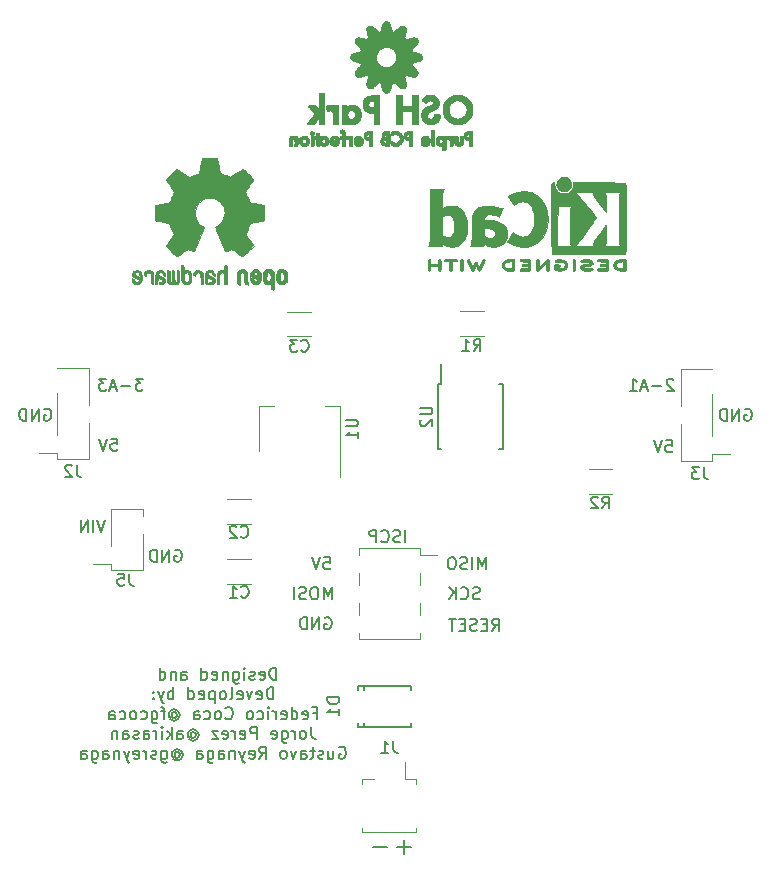
<source format=gbo>
%TF.GenerationSoftware,KiCad,Pcbnew,4.0.7*%
%TF.CreationDate,2018-04-25T10:24:48+02:00*%
%TF.ProjectId,001,3030312E6B696361645F706362000000,rev?*%
%TF.FileFunction,Legend,Bot*%
%FSLAX46Y46*%
G04 Gerber Fmt 4.6, Leading zero omitted, Abs format (unit mm)*
G04 Created by KiCad (PCBNEW 4.0.7) date 04/25/18 10:24:48*
%MOMM*%
%LPD*%
G01*
G04 APERTURE LIST*
%ADD10C,0.100000*%
%ADD11C,0.152400*%
%ADD12C,0.120000*%
%ADD13C,0.010000*%
%ADD14C,0.150000*%
G04 APERTURE END LIST*
D10*
D11*
X136372524Y-133845286D02*
X135153476Y-133845286D01*
X138404524Y-133845286D02*
X137185476Y-133845286D01*
X137795000Y-134454810D02*
X137795000Y-133235762D01*
X137897809Y-108028619D02*
X137897809Y-107012619D01*
X137462380Y-107980238D02*
X137317237Y-108028619D01*
X137075333Y-108028619D01*
X136978571Y-107980238D01*
X136930190Y-107931857D01*
X136881809Y-107835095D01*
X136881809Y-107738333D01*
X136930190Y-107641571D01*
X136978571Y-107593190D01*
X137075333Y-107544810D01*
X137268856Y-107496429D01*
X137365618Y-107448048D01*
X137413999Y-107399667D01*
X137462380Y-107302905D01*
X137462380Y-107206143D01*
X137413999Y-107109381D01*
X137365618Y-107061000D01*
X137268856Y-107012619D01*
X137026952Y-107012619D01*
X136881809Y-107061000D01*
X135865809Y-107931857D02*
X135914190Y-107980238D01*
X136059333Y-108028619D01*
X136156095Y-108028619D01*
X136301237Y-107980238D01*
X136397999Y-107883476D01*
X136446380Y-107786714D01*
X136494761Y-107593190D01*
X136494761Y-107448048D01*
X136446380Y-107254524D01*
X136397999Y-107157762D01*
X136301237Y-107061000D01*
X136156095Y-107012619D01*
X136059333Y-107012619D01*
X135914190Y-107061000D01*
X135865809Y-107109381D01*
X135430380Y-108028619D02*
X135430380Y-107012619D01*
X135043333Y-107012619D01*
X134946571Y-107061000D01*
X134898190Y-107109381D01*
X134849809Y-107206143D01*
X134849809Y-107351286D01*
X134898190Y-107448048D01*
X134946571Y-107496429D01*
X135043333Y-107544810D01*
X135430380Y-107544810D01*
X159959524Y-99392619D02*
X160443333Y-99392619D01*
X160491714Y-99876429D01*
X160443333Y-99828048D01*
X160346571Y-99779667D01*
X160104667Y-99779667D01*
X160007905Y-99828048D01*
X159959524Y-99876429D01*
X159911143Y-99973190D01*
X159911143Y-100215095D01*
X159959524Y-100311857D01*
X160007905Y-100360238D01*
X160104667Y-100408619D01*
X160346571Y-100408619D01*
X160443333Y-100360238D01*
X160491714Y-100311857D01*
X159620857Y-99392619D02*
X159282190Y-100408619D01*
X158943524Y-99392619D01*
X166636095Y-96774000D02*
X166732857Y-96725619D01*
X166878000Y-96725619D01*
X167023142Y-96774000D01*
X167119904Y-96870762D01*
X167168285Y-96967524D01*
X167216666Y-97161048D01*
X167216666Y-97306190D01*
X167168285Y-97499714D01*
X167119904Y-97596476D01*
X167023142Y-97693238D01*
X166878000Y-97741619D01*
X166781238Y-97741619D01*
X166636095Y-97693238D01*
X166587714Y-97644857D01*
X166587714Y-97306190D01*
X166781238Y-97306190D01*
X166152285Y-97741619D02*
X166152285Y-96725619D01*
X165571714Y-97741619D01*
X165571714Y-96725619D01*
X165087904Y-97741619D02*
X165087904Y-96725619D01*
X164845999Y-96725619D01*
X164700857Y-96774000D01*
X164604095Y-96870762D01*
X164555714Y-96967524D01*
X164507333Y-97161048D01*
X164507333Y-97306190D01*
X164555714Y-97499714D01*
X164604095Y-97596476D01*
X164700857Y-97693238D01*
X164845999Y-97741619D01*
X165087904Y-97741619D01*
X112969524Y-99265619D02*
X113453333Y-99265619D01*
X113501714Y-99749429D01*
X113453333Y-99701048D01*
X113356571Y-99652667D01*
X113114667Y-99652667D01*
X113017905Y-99701048D01*
X112969524Y-99749429D01*
X112921143Y-99846190D01*
X112921143Y-100088095D01*
X112969524Y-100184857D01*
X113017905Y-100233238D01*
X113114667Y-100281619D01*
X113356571Y-100281619D01*
X113453333Y-100233238D01*
X113501714Y-100184857D01*
X112630857Y-99265619D02*
X112292190Y-100281619D01*
X111953524Y-99265619D01*
X107327095Y-96774000D02*
X107423857Y-96725619D01*
X107569000Y-96725619D01*
X107714142Y-96774000D01*
X107810904Y-96870762D01*
X107859285Y-96967524D01*
X107907666Y-97161048D01*
X107907666Y-97306190D01*
X107859285Y-97499714D01*
X107810904Y-97596476D01*
X107714142Y-97693238D01*
X107569000Y-97741619D01*
X107472238Y-97741619D01*
X107327095Y-97693238D01*
X107278714Y-97644857D01*
X107278714Y-97306190D01*
X107472238Y-97306190D01*
X106843285Y-97741619D02*
X106843285Y-96725619D01*
X106262714Y-97741619D01*
X106262714Y-96725619D01*
X105778904Y-97741619D02*
X105778904Y-96725619D01*
X105536999Y-96725619D01*
X105391857Y-96774000D01*
X105295095Y-96870762D01*
X105246714Y-96967524D01*
X105198333Y-97161048D01*
X105198333Y-97306190D01*
X105246714Y-97499714D01*
X105295095Y-97596476D01*
X105391857Y-97693238D01*
X105536999Y-97741619D01*
X105778904Y-97741619D01*
X126962504Y-119661819D02*
X126962504Y-118645819D01*
X126720599Y-118645819D01*
X126575457Y-118694200D01*
X126478695Y-118790962D01*
X126430314Y-118887724D01*
X126381933Y-119081248D01*
X126381933Y-119226390D01*
X126430314Y-119419914D01*
X126478695Y-119516676D01*
X126575457Y-119613438D01*
X126720599Y-119661819D01*
X126962504Y-119661819D01*
X125559457Y-119613438D02*
X125656219Y-119661819D01*
X125849742Y-119661819D01*
X125946504Y-119613438D01*
X125994885Y-119516676D01*
X125994885Y-119129629D01*
X125946504Y-119032867D01*
X125849742Y-118984486D01*
X125656219Y-118984486D01*
X125559457Y-119032867D01*
X125511076Y-119129629D01*
X125511076Y-119226390D01*
X125994885Y-119323152D01*
X125124028Y-119613438D02*
X125027266Y-119661819D01*
X124833742Y-119661819D01*
X124736981Y-119613438D01*
X124688600Y-119516676D01*
X124688600Y-119468295D01*
X124736981Y-119371533D01*
X124833742Y-119323152D01*
X124978885Y-119323152D01*
X125075647Y-119274771D01*
X125124028Y-119178010D01*
X125124028Y-119129629D01*
X125075647Y-119032867D01*
X124978885Y-118984486D01*
X124833742Y-118984486D01*
X124736981Y-119032867D01*
X124253171Y-119661819D02*
X124253171Y-118984486D01*
X124253171Y-118645819D02*
X124301552Y-118694200D01*
X124253171Y-118742581D01*
X124204790Y-118694200D01*
X124253171Y-118645819D01*
X124253171Y-118742581D01*
X123333933Y-118984486D02*
X123333933Y-119806962D01*
X123382314Y-119903724D01*
X123430695Y-119952105D01*
X123527456Y-120000486D01*
X123672599Y-120000486D01*
X123769361Y-119952105D01*
X123333933Y-119613438D02*
X123430695Y-119661819D01*
X123624218Y-119661819D01*
X123720980Y-119613438D01*
X123769361Y-119565057D01*
X123817742Y-119468295D01*
X123817742Y-119178010D01*
X123769361Y-119081248D01*
X123720980Y-119032867D01*
X123624218Y-118984486D01*
X123430695Y-118984486D01*
X123333933Y-119032867D01*
X122850123Y-118984486D02*
X122850123Y-119661819D01*
X122850123Y-119081248D02*
X122801742Y-119032867D01*
X122704980Y-118984486D01*
X122559838Y-118984486D01*
X122463076Y-119032867D01*
X122414695Y-119129629D01*
X122414695Y-119661819D01*
X121543838Y-119613438D02*
X121640600Y-119661819D01*
X121834123Y-119661819D01*
X121930885Y-119613438D01*
X121979266Y-119516676D01*
X121979266Y-119129629D01*
X121930885Y-119032867D01*
X121834123Y-118984486D01*
X121640600Y-118984486D01*
X121543838Y-119032867D01*
X121495457Y-119129629D01*
X121495457Y-119226390D01*
X121979266Y-119323152D01*
X120624600Y-119661819D02*
X120624600Y-118645819D01*
X120624600Y-119613438D02*
X120721362Y-119661819D01*
X120914885Y-119661819D01*
X121011647Y-119613438D01*
X121060028Y-119565057D01*
X121108409Y-119468295D01*
X121108409Y-119178010D01*
X121060028Y-119081248D01*
X121011647Y-119032867D01*
X120914885Y-118984486D01*
X120721362Y-118984486D01*
X120624600Y-119032867D01*
X118931267Y-119661819D02*
X118931267Y-119129629D01*
X118979648Y-119032867D01*
X119076410Y-118984486D01*
X119269933Y-118984486D01*
X119366695Y-119032867D01*
X118931267Y-119613438D02*
X119028029Y-119661819D01*
X119269933Y-119661819D01*
X119366695Y-119613438D01*
X119415076Y-119516676D01*
X119415076Y-119419914D01*
X119366695Y-119323152D01*
X119269933Y-119274771D01*
X119028029Y-119274771D01*
X118931267Y-119226390D01*
X118447457Y-118984486D02*
X118447457Y-119661819D01*
X118447457Y-119081248D02*
X118399076Y-119032867D01*
X118302314Y-118984486D01*
X118157172Y-118984486D01*
X118060410Y-119032867D01*
X118012029Y-119129629D01*
X118012029Y-119661819D01*
X117092791Y-119661819D02*
X117092791Y-118645819D01*
X117092791Y-119613438D02*
X117189553Y-119661819D01*
X117383076Y-119661819D01*
X117479838Y-119613438D01*
X117528219Y-119565057D01*
X117576600Y-119468295D01*
X117576600Y-119178010D01*
X117528219Y-119081248D01*
X117479838Y-119032867D01*
X117383076Y-118984486D01*
X117189553Y-118984486D01*
X117092791Y-119032867D01*
X126720599Y-121338219D02*
X126720599Y-120322219D01*
X126478694Y-120322219D01*
X126333552Y-120370600D01*
X126236790Y-120467362D01*
X126188409Y-120564124D01*
X126140028Y-120757648D01*
X126140028Y-120902790D01*
X126188409Y-121096314D01*
X126236790Y-121193076D01*
X126333552Y-121289838D01*
X126478694Y-121338219D01*
X126720599Y-121338219D01*
X125317552Y-121289838D02*
X125414314Y-121338219D01*
X125607837Y-121338219D01*
X125704599Y-121289838D01*
X125752980Y-121193076D01*
X125752980Y-120806029D01*
X125704599Y-120709267D01*
X125607837Y-120660886D01*
X125414314Y-120660886D01*
X125317552Y-120709267D01*
X125269171Y-120806029D01*
X125269171Y-120902790D01*
X125752980Y-120999552D01*
X124930504Y-120660886D02*
X124688599Y-121338219D01*
X124446695Y-120660886D01*
X123672600Y-121289838D02*
X123769362Y-121338219D01*
X123962885Y-121338219D01*
X124059647Y-121289838D01*
X124108028Y-121193076D01*
X124108028Y-120806029D01*
X124059647Y-120709267D01*
X123962885Y-120660886D01*
X123769362Y-120660886D01*
X123672600Y-120709267D01*
X123624219Y-120806029D01*
X123624219Y-120902790D01*
X124108028Y-120999552D01*
X123043647Y-121338219D02*
X123140409Y-121289838D01*
X123188790Y-121193076D01*
X123188790Y-120322219D01*
X122511457Y-121338219D02*
X122608219Y-121289838D01*
X122656600Y-121241457D01*
X122704981Y-121144695D01*
X122704981Y-120854410D01*
X122656600Y-120757648D01*
X122608219Y-120709267D01*
X122511457Y-120660886D01*
X122366315Y-120660886D01*
X122269553Y-120709267D01*
X122221172Y-120757648D01*
X122172791Y-120854410D01*
X122172791Y-121144695D01*
X122221172Y-121241457D01*
X122269553Y-121289838D01*
X122366315Y-121338219D01*
X122511457Y-121338219D01*
X121737362Y-120660886D02*
X121737362Y-121676886D01*
X121737362Y-120709267D02*
X121640600Y-120660886D01*
X121447077Y-120660886D01*
X121350315Y-120709267D01*
X121301934Y-120757648D01*
X121253553Y-120854410D01*
X121253553Y-121144695D01*
X121301934Y-121241457D01*
X121350315Y-121289838D01*
X121447077Y-121338219D01*
X121640600Y-121338219D01*
X121737362Y-121289838D01*
X120431077Y-121289838D02*
X120527839Y-121338219D01*
X120721362Y-121338219D01*
X120818124Y-121289838D01*
X120866505Y-121193076D01*
X120866505Y-120806029D01*
X120818124Y-120709267D01*
X120721362Y-120660886D01*
X120527839Y-120660886D01*
X120431077Y-120709267D01*
X120382696Y-120806029D01*
X120382696Y-120902790D01*
X120866505Y-120999552D01*
X119511839Y-121338219D02*
X119511839Y-120322219D01*
X119511839Y-121289838D02*
X119608601Y-121338219D01*
X119802124Y-121338219D01*
X119898886Y-121289838D01*
X119947267Y-121241457D01*
X119995648Y-121144695D01*
X119995648Y-120854410D01*
X119947267Y-120757648D01*
X119898886Y-120709267D01*
X119802124Y-120660886D01*
X119608601Y-120660886D01*
X119511839Y-120709267D01*
X118253934Y-121338219D02*
X118253934Y-120322219D01*
X118253934Y-120709267D02*
X118157172Y-120660886D01*
X117963649Y-120660886D01*
X117866887Y-120709267D01*
X117818506Y-120757648D01*
X117770125Y-120854410D01*
X117770125Y-121144695D01*
X117818506Y-121241457D01*
X117866887Y-121289838D01*
X117963649Y-121338219D01*
X118157172Y-121338219D01*
X118253934Y-121289838D01*
X117431458Y-120660886D02*
X117189553Y-121338219D01*
X116947649Y-120660886D02*
X117189553Y-121338219D01*
X117286315Y-121580124D01*
X117334696Y-121628505D01*
X117431458Y-121676886D01*
X116560601Y-121241457D02*
X116512220Y-121289838D01*
X116560601Y-121338219D01*
X116608982Y-121289838D01*
X116560601Y-121241457D01*
X116560601Y-121338219D01*
X116560601Y-120709267D02*
X116512220Y-120757648D01*
X116560601Y-120806029D01*
X116608982Y-120757648D01*
X116560601Y-120709267D01*
X116560601Y-120806029D01*
X130107266Y-122482429D02*
X130445932Y-122482429D01*
X130445932Y-123014619D02*
X130445932Y-121998619D01*
X129962123Y-121998619D01*
X129188028Y-122966238D02*
X129284790Y-123014619D01*
X129478313Y-123014619D01*
X129575075Y-122966238D01*
X129623456Y-122869476D01*
X129623456Y-122482429D01*
X129575075Y-122385667D01*
X129478313Y-122337286D01*
X129284790Y-122337286D01*
X129188028Y-122385667D01*
X129139647Y-122482429D01*
X129139647Y-122579190D01*
X129623456Y-122675952D01*
X128268790Y-123014619D02*
X128268790Y-121998619D01*
X128268790Y-122966238D02*
X128365552Y-123014619D01*
X128559075Y-123014619D01*
X128655837Y-122966238D01*
X128704218Y-122917857D01*
X128752599Y-122821095D01*
X128752599Y-122530810D01*
X128704218Y-122434048D01*
X128655837Y-122385667D01*
X128559075Y-122337286D01*
X128365552Y-122337286D01*
X128268790Y-122385667D01*
X127397933Y-122966238D02*
X127494695Y-123014619D01*
X127688218Y-123014619D01*
X127784980Y-122966238D01*
X127833361Y-122869476D01*
X127833361Y-122482429D01*
X127784980Y-122385667D01*
X127688218Y-122337286D01*
X127494695Y-122337286D01*
X127397933Y-122385667D01*
X127349552Y-122482429D01*
X127349552Y-122579190D01*
X127833361Y-122675952D01*
X126914123Y-123014619D02*
X126914123Y-122337286D01*
X126914123Y-122530810D02*
X126865742Y-122434048D01*
X126817361Y-122385667D01*
X126720599Y-122337286D01*
X126623838Y-122337286D01*
X126285171Y-123014619D02*
X126285171Y-122337286D01*
X126285171Y-121998619D02*
X126333552Y-122047000D01*
X126285171Y-122095381D01*
X126236790Y-122047000D01*
X126285171Y-121998619D01*
X126285171Y-122095381D01*
X125365933Y-122966238D02*
X125462695Y-123014619D01*
X125656218Y-123014619D01*
X125752980Y-122966238D01*
X125801361Y-122917857D01*
X125849742Y-122821095D01*
X125849742Y-122530810D01*
X125801361Y-122434048D01*
X125752980Y-122385667D01*
X125656218Y-122337286D01*
X125462695Y-122337286D01*
X125365933Y-122385667D01*
X124785361Y-123014619D02*
X124882123Y-122966238D01*
X124930504Y-122917857D01*
X124978885Y-122821095D01*
X124978885Y-122530810D01*
X124930504Y-122434048D01*
X124882123Y-122385667D01*
X124785361Y-122337286D01*
X124640219Y-122337286D01*
X124543457Y-122385667D01*
X124495076Y-122434048D01*
X124446695Y-122530810D01*
X124446695Y-122821095D01*
X124495076Y-122917857D01*
X124543457Y-122966238D01*
X124640219Y-123014619D01*
X124785361Y-123014619D01*
X122656600Y-122917857D02*
X122704981Y-122966238D01*
X122850124Y-123014619D01*
X122946886Y-123014619D01*
X123092028Y-122966238D01*
X123188790Y-122869476D01*
X123237171Y-122772714D01*
X123285552Y-122579190D01*
X123285552Y-122434048D01*
X123237171Y-122240524D01*
X123188790Y-122143762D01*
X123092028Y-122047000D01*
X122946886Y-121998619D01*
X122850124Y-121998619D01*
X122704981Y-122047000D01*
X122656600Y-122095381D01*
X122076028Y-123014619D02*
X122172790Y-122966238D01*
X122221171Y-122917857D01*
X122269552Y-122821095D01*
X122269552Y-122530810D01*
X122221171Y-122434048D01*
X122172790Y-122385667D01*
X122076028Y-122337286D01*
X121930886Y-122337286D01*
X121834124Y-122385667D01*
X121785743Y-122434048D01*
X121737362Y-122530810D01*
X121737362Y-122821095D01*
X121785743Y-122917857D01*
X121834124Y-122966238D01*
X121930886Y-123014619D01*
X122076028Y-123014619D01*
X120866505Y-122966238D02*
X120963267Y-123014619D01*
X121156790Y-123014619D01*
X121253552Y-122966238D01*
X121301933Y-122917857D01*
X121350314Y-122821095D01*
X121350314Y-122530810D01*
X121301933Y-122434048D01*
X121253552Y-122385667D01*
X121156790Y-122337286D01*
X120963267Y-122337286D01*
X120866505Y-122385667D01*
X119995648Y-123014619D02*
X119995648Y-122482429D01*
X120044029Y-122385667D01*
X120140791Y-122337286D01*
X120334314Y-122337286D01*
X120431076Y-122385667D01*
X119995648Y-122966238D02*
X120092410Y-123014619D01*
X120334314Y-123014619D01*
X120431076Y-122966238D01*
X120479457Y-122869476D01*
X120479457Y-122772714D01*
X120431076Y-122675952D01*
X120334314Y-122627571D01*
X120092410Y-122627571D01*
X119995648Y-122579190D01*
X118108791Y-122530810D02*
X118157172Y-122482429D01*
X118253934Y-122434048D01*
X118350696Y-122434048D01*
X118447458Y-122482429D01*
X118495838Y-122530810D01*
X118544219Y-122627571D01*
X118544219Y-122724333D01*
X118495838Y-122821095D01*
X118447458Y-122869476D01*
X118350696Y-122917857D01*
X118253934Y-122917857D01*
X118157172Y-122869476D01*
X118108791Y-122821095D01*
X118108791Y-122434048D02*
X118108791Y-122821095D01*
X118060410Y-122869476D01*
X118012029Y-122869476D01*
X117915267Y-122821095D01*
X117866886Y-122724333D01*
X117866886Y-122482429D01*
X117963648Y-122337286D01*
X118108791Y-122240524D01*
X118302315Y-122192143D01*
X118495838Y-122240524D01*
X118640981Y-122337286D01*
X118737743Y-122482429D01*
X118786124Y-122675952D01*
X118737743Y-122869476D01*
X118640981Y-123014619D01*
X118495838Y-123111381D01*
X118302315Y-123159762D01*
X118108791Y-123111381D01*
X117963648Y-123014619D01*
X117576600Y-122337286D02*
X117189552Y-122337286D01*
X117431457Y-123014619D02*
X117431457Y-122143762D01*
X117383076Y-122047000D01*
X117286314Y-121998619D01*
X117189552Y-121998619D01*
X116415458Y-122337286D02*
X116415458Y-123159762D01*
X116463839Y-123256524D01*
X116512220Y-123304905D01*
X116608981Y-123353286D01*
X116754124Y-123353286D01*
X116850886Y-123304905D01*
X116415458Y-122966238D02*
X116512220Y-123014619D01*
X116705743Y-123014619D01*
X116802505Y-122966238D01*
X116850886Y-122917857D01*
X116899267Y-122821095D01*
X116899267Y-122530810D01*
X116850886Y-122434048D01*
X116802505Y-122385667D01*
X116705743Y-122337286D01*
X116512220Y-122337286D01*
X116415458Y-122385667D01*
X115496220Y-122966238D02*
X115592982Y-123014619D01*
X115786505Y-123014619D01*
X115883267Y-122966238D01*
X115931648Y-122917857D01*
X115980029Y-122821095D01*
X115980029Y-122530810D01*
X115931648Y-122434048D01*
X115883267Y-122385667D01*
X115786505Y-122337286D01*
X115592982Y-122337286D01*
X115496220Y-122385667D01*
X114915648Y-123014619D02*
X115012410Y-122966238D01*
X115060791Y-122917857D01*
X115109172Y-122821095D01*
X115109172Y-122530810D01*
X115060791Y-122434048D01*
X115012410Y-122385667D01*
X114915648Y-122337286D01*
X114770506Y-122337286D01*
X114673744Y-122385667D01*
X114625363Y-122434048D01*
X114576982Y-122530810D01*
X114576982Y-122821095D01*
X114625363Y-122917857D01*
X114673744Y-122966238D01*
X114770506Y-123014619D01*
X114915648Y-123014619D01*
X113706125Y-122966238D02*
X113802887Y-123014619D01*
X113996410Y-123014619D01*
X114093172Y-122966238D01*
X114141553Y-122917857D01*
X114189934Y-122821095D01*
X114189934Y-122530810D01*
X114141553Y-122434048D01*
X114093172Y-122385667D01*
X113996410Y-122337286D01*
X113802887Y-122337286D01*
X113706125Y-122385667D01*
X112835268Y-123014619D02*
X112835268Y-122482429D01*
X112883649Y-122385667D01*
X112980411Y-122337286D01*
X113173934Y-122337286D01*
X113270696Y-122385667D01*
X112835268Y-122966238D02*
X112932030Y-123014619D01*
X113173934Y-123014619D01*
X113270696Y-122966238D01*
X113319077Y-122869476D01*
X113319077Y-122772714D01*
X113270696Y-122675952D01*
X113173934Y-122627571D01*
X112932030Y-122627571D01*
X112835268Y-122579190D01*
X129913742Y-123675019D02*
X129913742Y-124400733D01*
X129962122Y-124545876D01*
X130058884Y-124642638D01*
X130204027Y-124691019D01*
X130300789Y-124691019D01*
X129284789Y-124691019D02*
X129381551Y-124642638D01*
X129429932Y-124594257D01*
X129478313Y-124497495D01*
X129478313Y-124207210D01*
X129429932Y-124110448D01*
X129381551Y-124062067D01*
X129284789Y-124013686D01*
X129139647Y-124013686D01*
X129042885Y-124062067D01*
X128994504Y-124110448D01*
X128946123Y-124207210D01*
X128946123Y-124497495D01*
X128994504Y-124594257D01*
X129042885Y-124642638D01*
X129139647Y-124691019D01*
X129284789Y-124691019D01*
X128510694Y-124691019D02*
X128510694Y-124013686D01*
X128510694Y-124207210D02*
X128462313Y-124110448D01*
X128413932Y-124062067D01*
X128317170Y-124013686D01*
X128220409Y-124013686D01*
X127446314Y-124013686D02*
X127446314Y-124836162D01*
X127494695Y-124932924D01*
X127543076Y-124981305D01*
X127639837Y-125029686D01*
X127784980Y-125029686D01*
X127881742Y-124981305D01*
X127446314Y-124642638D02*
X127543076Y-124691019D01*
X127736599Y-124691019D01*
X127833361Y-124642638D01*
X127881742Y-124594257D01*
X127930123Y-124497495D01*
X127930123Y-124207210D01*
X127881742Y-124110448D01*
X127833361Y-124062067D01*
X127736599Y-124013686D01*
X127543076Y-124013686D01*
X127446314Y-124062067D01*
X126575457Y-124642638D02*
X126672219Y-124691019D01*
X126865742Y-124691019D01*
X126962504Y-124642638D01*
X127010885Y-124545876D01*
X127010885Y-124158829D01*
X126962504Y-124062067D01*
X126865742Y-124013686D01*
X126672219Y-124013686D01*
X126575457Y-124062067D01*
X126527076Y-124158829D01*
X126527076Y-124255590D01*
X127010885Y-124352352D01*
X125317552Y-124691019D02*
X125317552Y-123675019D01*
X124930505Y-123675019D01*
X124833743Y-123723400D01*
X124785362Y-123771781D01*
X124736981Y-123868543D01*
X124736981Y-124013686D01*
X124785362Y-124110448D01*
X124833743Y-124158829D01*
X124930505Y-124207210D01*
X125317552Y-124207210D01*
X123914505Y-124642638D02*
X124011267Y-124691019D01*
X124204790Y-124691019D01*
X124301552Y-124642638D01*
X124349933Y-124545876D01*
X124349933Y-124158829D01*
X124301552Y-124062067D01*
X124204790Y-124013686D01*
X124011267Y-124013686D01*
X123914505Y-124062067D01*
X123866124Y-124158829D01*
X123866124Y-124255590D01*
X124349933Y-124352352D01*
X123430695Y-124691019D02*
X123430695Y-124013686D01*
X123430695Y-124207210D02*
X123382314Y-124110448D01*
X123333933Y-124062067D01*
X123237171Y-124013686D01*
X123140410Y-124013686D01*
X122414696Y-124642638D02*
X122511458Y-124691019D01*
X122704981Y-124691019D01*
X122801743Y-124642638D01*
X122850124Y-124545876D01*
X122850124Y-124158829D01*
X122801743Y-124062067D01*
X122704981Y-124013686D01*
X122511458Y-124013686D01*
X122414696Y-124062067D01*
X122366315Y-124158829D01*
X122366315Y-124255590D01*
X122850124Y-124352352D01*
X122027648Y-124013686D02*
X121495458Y-124013686D01*
X122027648Y-124691019D01*
X121495458Y-124691019D01*
X119705363Y-124207210D02*
X119753744Y-124158829D01*
X119850506Y-124110448D01*
X119947268Y-124110448D01*
X120044030Y-124158829D01*
X120092410Y-124207210D01*
X120140791Y-124303971D01*
X120140791Y-124400733D01*
X120092410Y-124497495D01*
X120044030Y-124545876D01*
X119947268Y-124594257D01*
X119850506Y-124594257D01*
X119753744Y-124545876D01*
X119705363Y-124497495D01*
X119705363Y-124110448D02*
X119705363Y-124497495D01*
X119656982Y-124545876D01*
X119608601Y-124545876D01*
X119511839Y-124497495D01*
X119463458Y-124400733D01*
X119463458Y-124158829D01*
X119560220Y-124013686D01*
X119705363Y-123916924D01*
X119898887Y-123868543D01*
X120092410Y-123916924D01*
X120237553Y-124013686D01*
X120334315Y-124158829D01*
X120382696Y-124352352D01*
X120334315Y-124545876D01*
X120237553Y-124691019D01*
X120092410Y-124787781D01*
X119898887Y-124836162D01*
X119705363Y-124787781D01*
X119560220Y-124691019D01*
X118592601Y-124691019D02*
X118592601Y-124158829D01*
X118640982Y-124062067D01*
X118737744Y-124013686D01*
X118931267Y-124013686D01*
X119028029Y-124062067D01*
X118592601Y-124642638D02*
X118689363Y-124691019D01*
X118931267Y-124691019D01*
X119028029Y-124642638D01*
X119076410Y-124545876D01*
X119076410Y-124449114D01*
X119028029Y-124352352D01*
X118931267Y-124303971D01*
X118689363Y-124303971D01*
X118592601Y-124255590D01*
X118108791Y-124691019D02*
X118108791Y-123675019D01*
X118012029Y-124303971D02*
X117721744Y-124691019D01*
X117721744Y-124013686D02*
X118108791Y-124400733D01*
X117286315Y-124691019D02*
X117286315Y-124013686D01*
X117286315Y-123675019D02*
X117334696Y-123723400D01*
X117286315Y-123771781D01*
X117237934Y-123723400D01*
X117286315Y-123675019D01*
X117286315Y-123771781D01*
X116802505Y-124691019D02*
X116802505Y-124013686D01*
X116802505Y-124207210D02*
X116754124Y-124110448D01*
X116705743Y-124062067D01*
X116608981Y-124013686D01*
X116512220Y-124013686D01*
X115738125Y-124691019D02*
X115738125Y-124158829D01*
X115786506Y-124062067D01*
X115883268Y-124013686D01*
X116076791Y-124013686D01*
X116173553Y-124062067D01*
X115738125Y-124642638D02*
X115834887Y-124691019D01*
X116076791Y-124691019D01*
X116173553Y-124642638D01*
X116221934Y-124545876D01*
X116221934Y-124449114D01*
X116173553Y-124352352D01*
X116076791Y-124303971D01*
X115834887Y-124303971D01*
X115738125Y-124255590D01*
X115302696Y-124642638D02*
X115205934Y-124691019D01*
X115012410Y-124691019D01*
X114915649Y-124642638D01*
X114867268Y-124545876D01*
X114867268Y-124497495D01*
X114915649Y-124400733D01*
X115012410Y-124352352D01*
X115157553Y-124352352D01*
X115254315Y-124303971D01*
X115302696Y-124207210D01*
X115302696Y-124158829D01*
X115254315Y-124062067D01*
X115157553Y-124013686D01*
X115012410Y-124013686D01*
X114915649Y-124062067D01*
X113996411Y-124691019D02*
X113996411Y-124158829D01*
X114044792Y-124062067D01*
X114141554Y-124013686D01*
X114335077Y-124013686D01*
X114431839Y-124062067D01*
X113996411Y-124642638D02*
X114093173Y-124691019D01*
X114335077Y-124691019D01*
X114431839Y-124642638D01*
X114480220Y-124545876D01*
X114480220Y-124449114D01*
X114431839Y-124352352D01*
X114335077Y-124303971D01*
X114093173Y-124303971D01*
X113996411Y-124255590D01*
X113512601Y-124013686D02*
X113512601Y-124691019D01*
X113512601Y-124110448D02*
X113464220Y-124062067D01*
X113367458Y-124013686D01*
X113222316Y-124013686D01*
X113125554Y-124062067D01*
X113077173Y-124158829D01*
X113077173Y-124691019D01*
X132284408Y-125399800D02*
X132381170Y-125351419D01*
X132526313Y-125351419D01*
X132671455Y-125399800D01*
X132768217Y-125496562D01*
X132816598Y-125593324D01*
X132864979Y-125786848D01*
X132864979Y-125931990D01*
X132816598Y-126125514D01*
X132768217Y-126222276D01*
X132671455Y-126319038D01*
X132526313Y-126367419D01*
X132429551Y-126367419D01*
X132284408Y-126319038D01*
X132236027Y-126270657D01*
X132236027Y-125931990D01*
X132429551Y-125931990D01*
X131365170Y-125690086D02*
X131365170Y-126367419D01*
X131800598Y-125690086D02*
X131800598Y-126222276D01*
X131752217Y-126319038D01*
X131655455Y-126367419D01*
X131510313Y-126367419D01*
X131413551Y-126319038D01*
X131365170Y-126270657D01*
X130929741Y-126319038D02*
X130832979Y-126367419D01*
X130639455Y-126367419D01*
X130542694Y-126319038D01*
X130494313Y-126222276D01*
X130494313Y-126173895D01*
X130542694Y-126077133D01*
X130639455Y-126028752D01*
X130784598Y-126028752D01*
X130881360Y-125980371D01*
X130929741Y-125883610D01*
X130929741Y-125835229D01*
X130881360Y-125738467D01*
X130784598Y-125690086D01*
X130639455Y-125690086D01*
X130542694Y-125738467D01*
X130204027Y-125690086D02*
X129816979Y-125690086D01*
X130058884Y-125351419D02*
X130058884Y-126222276D01*
X130010503Y-126319038D01*
X129913741Y-126367419D01*
X129816979Y-126367419D01*
X129042885Y-126367419D02*
X129042885Y-125835229D01*
X129091266Y-125738467D01*
X129188028Y-125690086D01*
X129381551Y-125690086D01*
X129478313Y-125738467D01*
X129042885Y-126319038D02*
X129139647Y-126367419D01*
X129381551Y-126367419D01*
X129478313Y-126319038D01*
X129526694Y-126222276D01*
X129526694Y-126125514D01*
X129478313Y-126028752D01*
X129381551Y-125980371D01*
X129139647Y-125980371D01*
X129042885Y-125931990D01*
X128655837Y-125690086D02*
X128413932Y-126367419D01*
X128172028Y-125690086D01*
X127639837Y-126367419D02*
X127736599Y-126319038D01*
X127784980Y-126270657D01*
X127833361Y-126173895D01*
X127833361Y-125883610D01*
X127784980Y-125786848D01*
X127736599Y-125738467D01*
X127639837Y-125690086D01*
X127494695Y-125690086D01*
X127397933Y-125738467D01*
X127349552Y-125786848D01*
X127301171Y-125883610D01*
X127301171Y-126173895D01*
X127349552Y-126270657D01*
X127397933Y-126319038D01*
X127494695Y-126367419D01*
X127639837Y-126367419D01*
X125511076Y-126367419D02*
X125849742Y-125883610D01*
X126091647Y-126367419D02*
X126091647Y-125351419D01*
X125704600Y-125351419D01*
X125607838Y-125399800D01*
X125559457Y-125448181D01*
X125511076Y-125544943D01*
X125511076Y-125690086D01*
X125559457Y-125786848D01*
X125607838Y-125835229D01*
X125704600Y-125883610D01*
X126091647Y-125883610D01*
X124688600Y-126319038D02*
X124785362Y-126367419D01*
X124978885Y-126367419D01*
X125075647Y-126319038D01*
X125124028Y-126222276D01*
X125124028Y-125835229D01*
X125075647Y-125738467D01*
X124978885Y-125690086D01*
X124785362Y-125690086D01*
X124688600Y-125738467D01*
X124640219Y-125835229D01*
X124640219Y-125931990D01*
X125124028Y-126028752D01*
X124301552Y-125690086D02*
X124059647Y-126367419D01*
X123817743Y-125690086D02*
X124059647Y-126367419D01*
X124156409Y-126609324D01*
X124204790Y-126657705D01*
X124301552Y-126706086D01*
X123430695Y-125690086D02*
X123430695Y-126367419D01*
X123430695Y-125786848D02*
X123382314Y-125738467D01*
X123285552Y-125690086D01*
X123140410Y-125690086D01*
X123043648Y-125738467D01*
X122995267Y-125835229D01*
X122995267Y-126367419D01*
X122076029Y-126367419D02*
X122076029Y-125835229D01*
X122124410Y-125738467D01*
X122221172Y-125690086D01*
X122414695Y-125690086D01*
X122511457Y-125738467D01*
X122076029Y-126319038D02*
X122172791Y-126367419D01*
X122414695Y-126367419D01*
X122511457Y-126319038D01*
X122559838Y-126222276D01*
X122559838Y-126125514D01*
X122511457Y-126028752D01*
X122414695Y-125980371D01*
X122172791Y-125980371D01*
X122076029Y-125931990D01*
X121156791Y-125690086D02*
X121156791Y-126512562D01*
X121205172Y-126609324D01*
X121253553Y-126657705D01*
X121350314Y-126706086D01*
X121495457Y-126706086D01*
X121592219Y-126657705D01*
X121156791Y-126319038D02*
X121253553Y-126367419D01*
X121447076Y-126367419D01*
X121543838Y-126319038D01*
X121592219Y-126270657D01*
X121640600Y-126173895D01*
X121640600Y-125883610D01*
X121592219Y-125786848D01*
X121543838Y-125738467D01*
X121447076Y-125690086D01*
X121253553Y-125690086D01*
X121156791Y-125738467D01*
X120237553Y-126367419D02*
X120237553Y-125835229D01*
X120285934Y-125738467D01*
X120382696Y-125690086D01*
X120576219Y-125690086D01*
X120672981Y-125738467D01*
X120237553Y-126319038D02*
X120334315Y-126367419D01*
X120576219Y-126367419D01*
X120672981Y-126319038D01*
X120721362Y-126222276D01*
X120721362Y-126125514D01*
X120672981Y-126028752D01*
X120576219Y-125980371D01*
X120334315Y-125980371D01*
X120237553Y-125931990D01*
X118350696Y-125883610D02*
X118399077Y-125835229D01*
X118495839Y-125786848D01*
X118592601Y-125786848D01*
X118689363Y-125835229D01*
X118737743Y-125883610D01*
X118786124Y-125980371D01*
X118786124Y-126077133D01*
X118737743Y-126173895D01*
X118689363Y-126222276D01*
X118592601Y-126270657D01*
X118495839Y-126270657D01*
X118399077Y-126222276D01*
X118350696Y-126173895D01*
X118350696Y-125786848D02*
X118350696Y-126173895D01*
X118302315Y-126222276D01*
X118253934Y-126222276D01*
X118157172Y-126173895D01*
X118108791Y-126077133D01*
X118108791Y-125835229D01*
X118205553Y-125690086D01*
X118350696Y-125593324D01*
X118544220Y-125544943D01*
X118737743Y-125593324D01*
X118882886Y-125690086D01*
X118979648Y-125835229D01*
X119028029Y-126028752D01*
X118979648Y-126222276D01*
X118882886Y-126367419D01*
X118737743Y-126464181D01*
X118544220Y-126512562D01*
X118350696Y-126464181D01*
X118205553Y-126367419D01*
X117237934Y-125690086D02*
X117237934Y-126512562D01*
X117286315Y-126609324D01*
X117334696Y-126657705D01*
X117431457Y-126706086D01*
X117576600Y-126706086D01*
X117673362Y-126657705D01*
X117237934Y-126319038D02*
X117334696Y-126367419D01*
X117528219Y-126367419D01*
X117624981Y-126319038D01*
X117673362Y-126270657D01*
X117721743Y-126173895D01*
X117721743Y-125883610D01*
X117673362Y-125786848D01*
X117624981Y-125738467D01*
X117528219Y-125690086D01*
X117334696Y-125690086D01*
X117237934Y-125738467D01*
X116802505Y-126319038D02*
X116705743Y-126367419D01*
X116512219Y-126367419D01*
X116415458Y-126319038D01*
X116367077Y-126222276D01*
X116367077Y-126173895D01*
X116415458Y-126077133D01*
X116512219Y-126028752D01*
X116657362Y-126028752D01*
X116754124Y-125980371D01*
X116802505Y-125883610D01*
X116802505Y-125835229D01*
X116754124Y-125738467D01*
X116657362Y-125690086D01*
X116512219Y-125690086D01*
X116415458Y-125738467D01*
X115931648Y-126367419D02*
X115931648Y-125690086D01*
X115931648Y-125883610D02*
X115883267Y-125786848D01*
X115834886Y-125738467D01*
X115738124Y-125690086D01*
X115641363Y-125690086D01*
X114915649Y-126319038D02*
X115012411Y-126367419D01*
X115205934Y-126367419D01*
X115302696Y-126319038D01*
X115351077Y-126222276D01*
X115351077Y-125835229D01*
X115302696Y-125738467D01*
X115205934Y-125690086D01*
X115012411Y-125690086D01*
X114915649Y-125738467D01*
X114867268Y-125835229D01*
X114867268Y-125931990D01*
X115351077Y-126028752D01*
X114528601Y-125690086D02*
X114286696Y-126367419D01*
X114044792Y-125690086D02*
X114286696Y-126367419D01*
X114383458Y-126609324D01*
X114431839Y-126657705D01*
X114528601Y-126706086D01*
X113657744Y-125690086D02*
X113657744Y-126367419D01*
X113657744Y-125786848D02*
X113609363Y-125738467D01*
X113512601Y-125690086D01*
X113367459Y-125690086D01*
X113270697Y-125738467D01*
X113222316Y-125835229D01*
X113222316Y-126367419D01*
X112303078Y-126367419D02*
X112303078Y-125835229D01*
X112351459Y-125738467D01*
X112448221Y-125690086D01*
X112641744Y-125690086D01*
X112738506Y-125738467D01*
X112303078Y-126319038D02*
X112399840Y-126367419D01*
X112641744Y-126367419D01*
X112738506Y-126319038D01*
X112786887Y-126222276D01*
X112786887Y-126125514D01*
X112738506Y-126028752D01*
X112641744Y-125980371D01*
X112399840Y-125980371D01*
X112303078Y-125931990D01*
X111383840Y-125690086D02*
X111383840Y-126512562D01*
X111432221Y-126609324D01*
X111480602Y-126657705D01*
X111577363Y-126706086D01*
X111722506Y-126706086D01*
X111819268Y-126657705D01*
X111383840Y-126319038D02*
X111480602Y-126367419D01*
X111674125Y-126367419D01*
X111770887Y-126319038D01*
X111819268Y-126270657D01*
X111867649Y-126173895D01*
X111867649Y-125883610D01*
X111819268Y-125786848D01*
X111770887Y-125738467D01*
X111674125Y-125690086D01*
X111480602Y-125690086D01*
X111383840Y-125738467D01*
X110464602Y-126367419D02*
X110464602Y-125835229D01*
X110512983Y-125738467D01*
X110609745Y-125690086D01*
X110803268Y-125690086D01*
X110900030Y-125738467D01*
X110464602Y-126319038D02*
X110561364Y-126367419D01*
X110803268Y-126367419D01*
X110900030Y-126319038D01*
X110948411Y-126222276D01*
X110948411Y-126125514D01*
X110900030Y-126028752D01*
X110803268Y-125980371D01*
X110561364Y-125980371D01*
X110464602Y-125931990D01*
X112491762Y-106123619D02*
X112153095Y-107139619D01*
X111814429Y-106123619D01*
X111475762Y-107139619D02*
X111475762Y-106123619D01*
X110991952Y-107139619D02*
X110991952Y-106123619D01*
X110411381Y-107139619D01*
X110411381Y-106123619D01*
X118376095Y-108712000D02*
X118472857Y-108663619D01*
X118618000Y-108663619D01*
X118763142Y-108712000D01*
X118859904Y-108808762D01*
X118908285Y-108905524D01*
X118956666Y-109099048D01*
X118956666Y-109244190D01*
X118908285Y-109437714D01*
X118859904Y-109534476D01*
X118763142Y-109631238D01*
X118618000Y-109679619D01*
X118521238Y-109679619D01*
X118376095Y-109631238D01*
X118327714Y-109582857D01*
X118327714Y-109244190D01*
X118521238Y-109244190D01*
X117892285Y-109679619D02*
X117892285Y-108663619D01*
X117311714Y-109679619D01*
X117311714Y-108663619D01*
X116827904Y-109679619D02*
X116827904Y-108663619D01*
X116585999Y-108663619D01*
X116440857Y-108712000D01*
X116344095Y-108808762D01*
X116295714Y-108905524D01*
X116247333Y-109099048D01*
X116247333Y-109244190D01*
X116295714Y-109437714D01*
X116344095Y-109534476D01*
X116440857Y-109631238D01*
X116585999Y-109679619D01*
X116827904Y-109679619D01*
X160588476Y-94282381D02*
X160540095Y-94234000D01*
X160443333Y-94185619D01*
X160201429Y-94185619D01*
X160104667Y-94234000D01*
X160056286Y-94282381D01*
X160007905Y-94379143D01*
X160007905Y-94475905D01*
X160056286Y-94621048D01*
X160636857Y-95201619D01*
X160007905Y-95201619D01*
X159572476Y-94814571D02*
X158798381Y-94814571D01*
X158362952Y-94911333D02*
X157879143Y-94911333D01*
X158459714Y-95201619D02*
X158121047Y-94185619D01*
X157782381Y-95201619D01*
X156911524Y-95201619D02*
X157492095Y-95201619D01*
X157201809Y-95201619D02*
X157201809Y-94185619D01*
X157298571Y-94330762D01*
X157395333Y-94427524D01*
X157492095Y-94475905D01*
X115678857Y-94185619D02*
X115049905Y-94185619D01*
X115388571Y-94572667D01*
X115243429Y-94572667D01*
X115146667Y-94621048D01*
X115098286Y-94669429D01*
X115049905Y-94766190D01*
X115049905Y-95008095D01*
X115098286Y-95104857D01*
X115146667Y-95153238D01*
X115243429Y-95201619D01*
X115533714Y-95201619D01*
X115630476Y-95153238D01*
X115678857Y-95104857D01*
X114614476Y-94814571D02*
X113840381Y-94814571D01*
X113404952Y-94911333D02*
X112921143Y-94911333D01*
X113501714Y-95201619D02*
X113163047Y-94185619D01*
X112824381Y-95201619D01*
X112582476Y-94185619D02*
X111953524Y-94185619D01*
X112292190Y-94572667D01*
X112147048Y-94572667D01*
X112050286Y-94621048D01*
X112001905Y-94669429D01*
X111953524Y-94766190D01*
X111953524Y-95008095D01*
X112001905Y-95104857D01*
X112050286Y-95153238D01*
X112147048Y-95201619D01*
X112437333Y-95201619D01*
X112534095Y-95153238D01*
X112582476Y-95104857D01*
X131003524Y-109298619D02*
X131487333Y-109298619D01*
X131535714Y-109782429D01*
X131487333Y-109734048D01*
X131390571Y-109685667D01*
X131148667Y-109685667D01*
X131051905Y-109734048D01*
X131003524Y-109782429D01*
X130955143Y-109879190D01*
X130955143Y-110121095D01*
X131003524Y-110217857D01*
X131051905Y-110266238D01*
X131148667Y-110314619D01*
X131390571Y-110314619D01*
X131487333Y-110266238D01*
X131535714Y-110217857D01*
X130664857Y-109298619D02*
X130326190Y-110314619D01*
X129987524Y-109298619D01*
X131644571Y-112854619D02*
X131644571Y-111838619D01*
X131305905Y-112564333D01*
X130967238Y-111838619D01*
X130967238Y-112854619D01*
X130289904Y-111838619D02*
X130096381Y-111838619D01*
X129999619Y-111887000D01*
X129902857Y-111983762D01*
X129854476Y-112177286D01*
X129854476Y-112515952D01*
X129902857Y-112709476D01*
X129999619Y-112806238D01*
X130096381Y-112854619D01*
X130289904Y-112854619D01*
X130386666Y-112806238D01*
X130483428Y-112709476D01*
X130531809Y-112515952D01*
X130531809Y-112177286D01*
X130483428Y-111983762D01*
X130386666Y-111887000D01*
X130289904Y-111838619D01*
X129467428Y-112806238D02*
X129322285Y-112854619D01*
X129080381Y-112854619D01*
X128983619Y-112806238D01*
X128935238Y-112757857D01*
X128886857Y-112661095D01*
X128886857Y-112564333D01*
X128935238Y-112467571D01*
X128983619Y-112419190D01*
X129080381Y-112370810D01*
X129273904Y-112322429D01*
X129370666Y-112274048D01*
X129419047Y-112225667D01*
X129467428Y-112128905D01*
X129467428Y-112032143D01*
X129419047Y-111935381D01*
X129370666Y-111887000D01*
X129273904Y-111838619D01*
X129032000Y-111838619D01*
X128886857Y-111887000D01*
X128451428Y-112854619D02*
X128451428Y-111838619D01*
X131076095Y-114427000D02*
X131172857Y-114378619D01*
X131318000Y-114378619D01*
X131463142Y-114427000D01*
X131559904Y-114523762D01*
X131608285Y-114620524D01*
X131656666Y-114814048D01*
X131656666Y-114959190D01*
X131608285Y-115152714D01*
X131559904Y-115249476D01*
X131463142Y-115346238D01*
X131318000Y-115394619D01*
X131221238Y-115394619D01*
X131076095Y-115346238D01*
X131027714Y-115297857D01*
X131027714Y-114959190D01*
X131221238Y-114959190D01*
X130592285Y-115394619D02*
X130592285Y-114378619D01*
X130011714Y-115394619D01*
X130011714Y-114378619D01*
X129527904Y-115394619D02*
X129527904Y-114378619D01*
X129285999Y-114378619D01*
X129140857Y-114427000D01*
X129044095Y-114523762D01*
X128995714Y-114620524D01*
X128947333Y-114814048D01*
X128947333Y-114959190D01*
X128995714Y-115152714D01*
X129044095Y-115249476D01*
X129140857Y-115346238D01*
X129285999Y-115394619D01*
X129527904Y-115394619D01*
X145239619Y-115521619D02*
X145578285Y-115037810D01*
X145820190Y-115521619D02*
X145820190Y-114505619D01*
X145433143Y-114505619D01*
X145336381Y-114554000D01*
X145288000Y-114602381D01*
X145239619Y-114699143D01*
X145239619Y-114844286D01*
X145288000Y-114941048D01*
X145336381Y-114989429D01*
X145433143Y-115037810D01*
X145820190Y-115037810D01*
X144804190Y-114989429D02*
X144465524Y-114989429D01*
X144320381Y-115521619D02*
X144804190Y-115521619D01*
X144804190Y-114505619D01*
X144320381Y-114505619D01*
X143933333Y-115473238D02*
X143788190Y-115521619D01*
X143546286Y-115521619D01*
X143449524Y-115473238D01*
X143401143Y-115424857D01*
X143352762Y-115328095D01*
X143352762Y-115231333D01*
X143401143Y-115134571D01*
X143449524Y-115086190D01*
X143546286Y-115037810D01*
X143739809Y-114989429D01*
X143836571Y-114941048D01*
X143884952Y-114892667D01*
X143933333Y-114795905D01*
X143933333Y-114699143D01*
X143884952Y-114602381D01*
X143836571Y-114554000D01*
X143739809Y-114505619D01*
X143497905Y-114505619D01*
X143352762Y-114554000D01*
X142917333Y-114989429D02*
X142578667Y-114989429D01*
X142433524Y-115521619D02*
X142917333Y-115521619D01*
X142917333Y-114505619D01*
X142433524Y-114505619D01*
X142143238Y-114505619D02*
X141562667Y-114505619D01*
X141852952Y-115521619D02*
X141852952Y-114505619D01*
X144181285Y-112806238D02*
X144036142Y-112854619D01*
X143794238Y-112854619D01*
X143697476Y-112806238D01*
X143649095Y-112757857D01*
X143600714Y-112661095D01*
X143600714Y-112564333D01*
X143649095Y-112467571D01*
X143697476Y-112419190D01*
X143794238Y-112370810D01*
X143987761Y-112322429D01*
X144084523Y-112274048D01*
X144132904Y-112225667D01*
X144181285Y-112128905D01*
X144181285Y-112032143D01*
X144132904Y-111935381D01*
X144084523Y-111887000D01*
X143987761Y-111838619D01*
X143745857Y-111838619D01*
X143600714Y-111887000D01*
X142584714Y-112757857D02*
X142633095Y-112806238D01*
X142778238Y-112854619D01*
X142875000Y-112854619D01*
X143020142Y-112806238D01*
X143116904Y-112709476D01*
X143165285Y-112612714D01*
X143213666Y-112419190D01*
X143213666Y-112274048D01*
X143165285Y-112080524D01*
X143116904Y-111983762D01*
X143020142Y-111887000D01*
X142875000Y-111838619D01*
X142778238Y-111838619D01*
X142633095Y-111887000D01*
X142584714Y-111935381D01*
X142149285Y-112854619D02*
X142149285Y-111838619D01*
X141568714Y-112854619D02*
X142004142Y-112274048D01*
X141568714Y-111838619D02*
X142149285Y-112419190D01*
X144725571Y-110314619D02*
X144725571Y-109298619D01*
X144386905Y-110024333D01*
X144048238Y-109298619D01*
X144048238Y-110314619D01*
X143564428Y-110314619D02*
X143564428Y-109298619D01*
X143128999Y-110266238D02*
X142983856Y-110314619D01*
X142741952Y-110314619D01*
X142645190Y-110266238D01*
X142596809Y-110217857D01*
X142548428Y-110121095D01*
X142548428Y-110024333D01*
X142596809Y-109927571D01*
X142645190Y-109879190D01*
X142741952Y-109830810D01*
X142935475Y-109782429D01*
X143032237Y-109734048D01*
X143080618Y-109685667D01*
X143128999Y-109588905D01*
X143128999Y-109492143D01*
X143080618Y-109395381D01*
X143032237Y-109347000D01*
X142935475Y-109298619D01*
X142693571Y-109298619D01*
X142548428Y-109347000D01*
X141919475Y-109298619D02*
X141725952Y-109298619D01*
X141629190Y-109347000D01*
X141532428Y-109443762D01*
X141484047Y-109637286D01*
X141484047Y-109975952D01*
X141532428Y-110169476D01*
X141629190Y-110266238D01*
X141725952Y-110314619D01*
X141919475Y-110314619D01*
X142016237Y-110266238D01*
X142112999Y-110169476D01*
X142161380Y-109975952D01*
X142161380Y-109637286D01*
X142112999Y-109443762D01*
X142016237Y-109347000D01*
X141919475Y-109298619D01*
D12*
X137850000Y-128105000D02*
X137850000Y-126605000D01*
X138800000Y-132605000D02*
X136525000Y-132605000D01*
X138800000Y-132205000D02*
X138800000Y-132605000D01*
X134250000Y-132605000D02*
X136525000Y-132605000D01*
X134250000Y-132205000D02*
X134250000Y-132605000D01*
X138800000Y-128105000D02*
X138800000Y-128505000D01*
X137850000Y-128105000D02*
X138800000Y-128105000D01*
X134250000Y-128105000D02*
X134250000Y-128505000D01*
X135200000Y-128105000D02*
X134250000Y-128105000D01*
X133925000Y-113155000D02*
X133925000Y-114175000D01*
X139125000Y-113155000D02*
X139125000Y-114175000D01*
X133925000Y-110615000D02*
X133925000Y-111635000D01*
X139125000Y-110615000D02*
X139125000Y-111635000D01*
X133925000Y-115695000D02*
X133925000Y-116265000D01*
X139125000Y-115695000D02*
X139125000Y-116265000D01*
X133925000Y-108525000D02*
X133925000Y-109095000D01*
X139125000Y-108525000D02*
X139125000Y-109095000D01*
X140565000Y-109095000D02*
X139125000Y-109095000D01*
X139125000Y-116265000D02*
X133925000Y-116265000D01*
X139125000Y-108525000D02*
X133925000Y-108525000D01*
X112974000Y-108333000D02*
X112974000Y-105223000D01*
X115634000Y-105793000D02*
X115634000Y-105223000D01*
X112974000Y-110423000D02*
X112974000Y-109853000D01*
X112974000Y-109853000D02*
X111454000Y-109853000D01*
X115634000Y-110423000D02*
X115634000Y-107313000D01*
X112974000Y-105223000D02*
X115634000Y-105223000D01*
X112974000Y-110423000D02*
X115634000Y-110423000D01*
X132315000Y-102525000D02*
X132315000Y-96515000D01*
X125495000Y-100275000D02*
X125495000Y-96515000D01*
X132315000Y-96515000D02*
X131055000Y-96515000D01*
X125495000Y-96515000D02*
X126755000Y-96515000D01*
D13*
G36*
X121101386Y-75529798D02*
X120943394Y-75530663D01*
X120829053Y-75533005D01*
X120750993Y-75537562D01*
X120701846Y-75545070D01*
X120674241Y-75556266D01*
X120660808Y-75571888D01*
X120654179Y-75592673D01*
X120653535Y-75595363D01*
X120643465Y-75643913D01*
X120624825Y-75739705D01*
X120599555Y-75872543D01*
X120569593Y-76032231D01*
X120536878Y-76208574D01*
X120535736Y-76214767D01*
X120502967Y-76387582D01*
X120472307Y-76540269D01*
X120445736Y-76663671D01*
X120425233Y-76748631D01*
X120412774Y-76785990D01*
X120412180Y-76786652D01*
X120375481Y-76804895D01*
X120299814Y-76835297D01*
X120201522Y-76871293D01*
X120200975Y-76871485D01*
X120077167Y-76918022D01*
X119931204Y-76977304D01*
X119793619Y-77036909D01*
X119787107Y-77039856D01*
X119563010Y-77141565D01*
X119066781Y-76802697D01*
X118914554Y-76699392D01*
X118776659Y-76607037D01*
X118661085Y-76530884D01*
X118575821Y-76476185D01*
X118528856Y-76448193D01*
X118524396Y-76446117D01*
X118490266Y-76455360D01*
X118426519Y-76499956D01*
X118330669Y-76582009D01*
X118200231Y-76703621D01*
X118067072Y-76833005D01*
X117938706Y-76960502D01*
X117823819Y-77076846D01*
X117729327Y-77174852D01*
X117662147Y-77247336D01*
X117629194Y-77287113D01*
X117627968Y-77289161D01*
X117624326Y-77316456D01*
X117638050Y-77361034D01*
X117672531Y-77428912D01*
X117731161Y-77526111D01*
X117817330Y-77658651D01*
X117932200Y-77829276D01*
X118034146Y-77979455D01*
X118125277Y-78114150D01*
X118200327Y-78225540D01*
X118254031Y-78305805D01*
X118281120Y-78347125D01*
X118282826Y-78349930D01*
X118279518Y-78389521D01*
X118254447Y-78466469D01*
X118212602Y-78566232D01*
X118197688Y-78598091D01*
X118132614Y-78740026D01*
X118063188Y-78901073D01*
X118006791Y-79040421D01*
X117966153Y-79143844D01*
X117933874Y-79222442D01*
X117915222Y-79263520D01*
X117912903Y-79266685D01*
X117878597Y-79271928D01*
X117797731Y-79286294D01*
X117681057Y-79307737D01*
X117539325Y-79334213D01*
X117383290Y-79363677D01*
X117223702Y-79394083D01*
X117071315Y-79423388D01*
X116936879Y-79449545D01*
X116831148Y-79470510D01*
X116764874Y-79484239D01*
X116748618Y-79488120D01*
X116731827Y-79497700D01*
X116719151Y-79519336D01*
X116710022Y-79560331D01*
X116703869Y-79627989D01*
X116700120Y-79729612D01*
X116698208Y-79872503D01*
X116697560Y-80063965D01*
X116697526Y-80142445D01*
X116697526Y-80780706D01*
X116850802Y-80810960D01*
X116936078Y-80827364D01*
X117063330Y-80851309D01*
X117217085Y-80879907D01*
X117381866Y-80910267D01*
X117427411Y-80918606D01*
X117579468Y-80948170D01*
X117711932Y-80977242D01*
X117813686Y-81003129D01*
X117873612Y-81023137D01*
X117883595Y-81029101D01*
X117908107Y-81071334D01*
X117943252Y-81153170D01*
X117982227Y-81258483D01*
X117989958Y-81281168D01*
X118041040Y-81421818D01*
X118104446Y-81580514D01*
X118166496Y-81723025D01*
X118166802Y-81723686D01*
X118270133Y-81947240D01*
X117590439Y-82947032D01*
X118026779Y-83384100D01*
X118158751Y-83514181D01*
X118279121Y-83628848D01*
X118381127Y-83721981D01*
X118458009Y-83787458D01*
X118503007Y-83819157D01*
X118509462Y-83821168D01*
X118547360Y-83805329D01*
X118624692Y-83761296D01*
X118733011Y-83694290D01*
X118863868Y-83609534D01*
X119005348Y-83514616D01*
X119148939Y-83417798D01*
X119276965Y-83333551D01*
X119381295Y-83267058D01*
X119453800Y-83223502D01*
X119486242Y-83208064D01*
X119525824Y-83221128D01*
X119600881Y-83255550D01*
X119695932Y-83304180D01*
X119706008Y-83309585D01*
X119834009Y-83373780D01*
X119921782Y-83405263D01*
X119976372Y-83405598D01*
X120004825Y-83376348D01*
X120004990Y-83375938D01*
X120019212Y-83341298D01*
X120053131Y-83259069D01*
X120104116Y-83135614D01*
X120169538Y-82977298D01*
X120246766Y-82790486D01*
X120333171Y-82581542D01*
X120416849Y-82379246D01*
X120508812Y-82156000D01*
X120593250Y-81949192D01*
X120667631Y-81765162D01*
X120729426Y-81610251D01*
X120776103Y-81490796D01*
X120805132Y-81413139D01*
X120814078Y-81384156D01*
X120791644Y-81350910D01*
X120732961Y-81297923D01*
X120654711Y-81239504D01*
X120431866Y-81054752D01*
X120257682Y-80842982D01*
X120134246Y-80608656D01*
X120063646Y-80356234D01*
X120047969Y-80090177D01*
X120059364Y-79967375D01*
X120121450Y-79712593D01*
X120228377Y-79487601D01*
X120373511Y-79294617D01*
X120550222Y-79135861D01*
X120751878Y-79013550D01*
X120971846Y-78929905D01*
X121203494Y-78887144D01*
X121440191Y-78887487D01*
X121675305Y-78933152D01*
X121902204Y-79026359D01*
X122114256Y-79169327D01*
X122202764Y-79250183D01*
X122372511Y-79457807D01*
X122490701Y-79684695D01*
X122558122Y-79924233D01*
X122575560Y-80169807D01*
X122543802Y-80414803D01*
X122463635Y-80652608D01*
X122335845Y-80876607D01*
X122161220Y-81080187D01*
X121966088Y-81239504D01*
X121884809Y-81300402D01*
X121827391Y-81352815D01*
X121806722Y-81384206D01*
X121817544Y-81418439D01*
X121848323Y-81500219D01*
X121896526Y-81623207D01*
X121959622Y-81781063D01*
X122035078Y-81967449D01*
X122120362Y-82176026D01*
X122204181Y-82379296D01*
X122296655Y-82602733D01*
X122382311Y-82809784D01*
X122458518Y-82994086D01*
X122522647Y-83149275D01*
X122572068Y-83268988D01*
X122604152Y-83346861D01*
X122616041Y-83375938D01*
X122644126Y-83405477D01*
X122698451Y-83405391D01*
X122786005Y-83374126D01*
X122913781Y-83310129D01*
X122914792Y-83309585D01*
X123010998Y-83259921D01*
X123088769Y-83223745D01*
X123132623Y-83208208D01*
X123134558Y-83208064D01*
X123167571Y-83223824D01*
X123240454Y-83267650D01*
X123345078Y-83334357D01*
X123473310Y-83418764D01*
X123615452Y-83514616D01*
X123760167Y-83611667D01*
X123890596Y-83696070D01*
X123998290Y-83762601D01*
X124074802Y-83806038D01*
X124111338Y-83821168D01*
X124144982Y-83801282D01*
X124212624Y-83745703D01*
X124307507Y-83660554D01*
X124422870Y-83551953D01*
X124551955Y-83426021D01*
X124594171Y-83383949D01*
X125030661Y-82946731D01*
X124698423Y-82459140D01*
X124597454Y-82309405D01*
X124508838Y-82175020D01*
X124437546Y-82063769D01*
X124388550Y-81983439D01*
X124366822Y-81941814D01*
X124366185Y-81938853D01*
X124377640Y-81899618D01*
X124408451Y-81820695D01*
X124453284Y-81715309D01*
X124484753Y-81644754D01*
X124543592Y-81509676D01*
X124599004Y-81373209D01*
X124641964Y-81257903D01*
X124653634Y-81222777D01*
X124686789Y-81128974D01*
X124719199Y-81056494D01*
X124737001Y-81029101D01*
X124776286Y-81012336D01*
X124862026Y-80988570D01*
X124983097Y-80960497D01*
X125128373Y-80930809D01*
X125193388Y-80918606D01*
X125358487Y-80888268D01*
X125516848Y-80858893D01*
X125652996Y-80833369D01*
X125751457Y-80814585D01*
X125769998Y-80810960D01*
X125923273Y-80780706D01*
X125923273Y-80142445D01*
X125922929Y-79932570D01*
X125921516Y-79773780D01*
X125918464Y-79658773D01*
X125913203Y-79580246D01*
X125905163Y-79530896D01*
X125893773Y-79503419D01*
X125878463Y-79490513D01*
X125872182Y-79488120D01*
X125834296Y-79479633D01*
X125750595Y-79462700D01*
X125631833Y-79439366D01*
X125488761Y-79411675D01*
X125332132Y-79381673D01*
X125172697Y-79351404D01*
X125021209Y-79322915D01*
X124888419Y-79298249D01*
X124785081Y-79279451D01*
X124721945Y-79268567D01*
X124707897Y-79266685D01*
X124695170Y-79241504D01*
X124667000Y-79174422D01*
X124628652Y-79078133D01*
X124614009Y-79040421D01*
X124554948Y-78894721D01*
X124485400Y-78733751D01*
X124423112Y-78598091D01*
X124377279Y-78494361D01*
X124346787Y-78409126D01*
X124336608Y-78356926D01*
X124338231Y-78349930D01*
X124359743Y-78316902D01*
X124408865Y-78243443D01*
X124480323Y-78137377D01*
X124568845Y-78006526D01*
X124669159Y-77858712D01*
X124688994Y-77829534D01*
X124805388Y-77656663D01*
X124890948Y-77525026D01*
X124949084Y-77428561D01*
X124983208Y-77361208D01*
X124996731Y-77316906D01*
X124993064Y-77289594D01*
X124992970Y-77289420D01*
X124964107Y-77253546D01*
X124900267Y-77184191D01*
X124808369Y-77088545D01*
X124695333Y-76973799D01*
X124568079Y-76847141D01*
X124553728Y-76833005D01*
X124393357Y-76677703D01*
X124269595Y-76563670D01*
X124179955Y-76488802D01*
X124121952Y-76450996D01*
X124096404Y-76446117D01*
X124059118Y-76467403D01*
X123981743Y-76516573D01*
X123872267Y-76588375D01*
X123738680Y-76677555D01*
X123588970Y-76778863D01*
X123554018Y-76802697D01*
X123057790Y-77141565D01*
X122833693Y-77039856D01*
X122697411Y-76980583D01*
X122551124Y-76920970D01*
X122425365Y-76873440D01*
X122419825Y-76871485D01*
X122321457Y-76835477D01*
X122245629Y-76805029D01*
X122208682Y-76786705D01*
X122208620Y-76786652D01*
X122196896Y-76753529D01*
X122176968Y-76672067D01*
X122150813Y-76551425D01*
X122120410Y-76400759D01*
X122087737Y-76229228D01*
X122085064Y-76214767D01*
X122052290Y-76038035D01*
X122022202Y-75877610D01*
X121996739Y-75743688D01*
X121977841Y-75646463D01*
X121967447Y-75596132D01*
X121967265Y-75595363D01*
X121960939Y-75573953D01*
X121948639Y-75557788D01*
X121922994Y-75546131D01*
X121876635Y-75538245D01*
X121802192Y-75533393D01*
X121692295Y-75530839D01*
X121539575Y-75529845D01*
X121336662Y-75529674D01*
X121310400Y-75529674D01*
X121101386Y-75529798D01*
X121101386Y-75529798D01*
G37*
X121101386Y-75529798D02*
X120943394Y-75530663D01*
X120829053Y-75533005D01*
X120750993Y-75537562D01*
X120701846Y-75545070D01*
X120674241Y-75556266D01*
X120660808Y-75571888D01*
X120654179Y-75592673D01*
X120653535Y-75595363D01*
X120643465Y-75643913D01*
X120624825Y-75739705D01*
X120599555Y-75872543D01*
X120569593Y-76032231D01*
X120536878Y-76208574D01*
X120535736Y-76214767D01*
X120502967Y-76387582D01*
X120472307Y-76540269D01*
X120445736Y-76663671D01*
X120425233Y-76748631D01*
X120412774Y-76785990D01*
X120412180Y-76786652D01*
X120375481Y-76804895D01*
X120299814Y-76835297D01*
X120201522Y-76871293D01*
X120200975Y-76871485D01*
X120077167Y-76918022D01*
X119931204Y-76977304D01*
X119793619Y-77036909D01*
X119787107Y-77039856D01*
X119563010Y-77141565D01*
X119066781Y-76802697D01*
X118914554Y-76699392D01*
X118776659Y-76607037D01*
X118661085Y-76530884D01*
X118575821Y-76476185D01*
X118528856Y-76448193D01*
X118524396Y-76446117D01*
X118490266Y-76455360D01*
X118426519Y-76499956D01*
X118330669Y-76582009D01*
X118200231Y-76703621D01*
X118067072Y-76833005D01*
X117938706Y-76960502D01*
X117823819Y-77076846D01*
X117729327Y-77174852D01*
X117662147Y-77247336D01*
X117629194Y-77287113D01*
X117627968Y-77289161D01*
X117624326Y-77316456D01*
X117638050Y-77361034D01*
X117672531Y-77428912D01*
X117731161Y-77526111D01*
X117817330Y-77658651D01*
X117932200Y-77829276D01*
X118034146Y-77979455D01*
X118125277Y-78114150D01*
X118200327Y-78225540D01*
X118254031Y-78305805D01*
X118281120Y-78347125D01*
X118282826Y-78349930D01*
X118279518Y-78389521D01*
X118254447Y-78466469D01*
X118212602Y-78566232D01*
X118197688Y-78598091D01*
X118132614Y-78740026D01*
X118063188Y-78901073D01*
X118006791Y-79040421D01*
X117966153Y-79143844D01*
X117933874Y-79222442D01*
X117915222Y-79263520D01*
X117912903Y-79266685D01*
X117878597Y-79271928D01*
X117797731Y-79286294D01*
X117681057Y-79307737D01*
X117539325Y-79334213D01*
X117383290Y-79363677D01*
X117223702Y-79394083D01*
X117071315Y-79423388D01*
X116936879Y-79449545D01*
X116831148Y-79470510D01*
X116764874Y-79484239D01*
X116748618Y-79488120D01*
X116731827Y-79497700D01*
X116719151Y-79519336D01*
X116710022Y-79560331D01*
X116703869Y-79627989D01*
X116700120Y-79729612D01*
X116698208Y-79872503D01*
X116697560Y-80063965D01*
X116697526Y-80142445D01*
X116697526Y-80780706D01*
X116850802Y-80810960D01*
X116936078Y-80827364D01*
X117063330Y-80851309D01*
X117217085Y-80879907D01*
X117381866Y-80910267D01*
X117427411Y-80918606D01*
X117579468Y-80948170D01*
X117711932Y-80977242D01*
X117813686Y-81003129D01*
X117873612Y-81023137D01*
X117883595Y-81029101D01*
X117908107Y-81071334D01*
X117943252Y-81153170D01*
X117982227Y-81258483D01*
X117989958Y-81281168D01*
X118041040Y-81421818D01*
X118104446Y-81580514D01*
X118166496Y-81723025D01*
X118166802Y-81723686D01*
X118270133Y-81947240D01*
X117590439Y-82947032D01*
X118026779Y-83384100D01*
X118158751Y-83514181D01*
X118279121Y-83628848D01*
X118381127Y-83721981D01*
X118458009Y-83787458D01*
X118503007Y-83819157D01*
X118509462Y-83821168D01*
X118547360Y-83805329D01*
X118624692Y-83761296D01*
X118733011Y-83694290D01*
X118863868Y-83609534D01*
X119005348Y-83514616D01*
X119148939Y-83417798D01*
X119276965Y-83333551D01*
X119381295Y-83267058D01*
X119453800Y-83223502D01*
X119486242Y-83208064D01*
X119525824Y-83221128D01*
X119600881Y-83255550D01*
X119695932Y-83304180D01*
X119706008Y-83309585D01*
X119834009Y-83373780D01*
X119921782Y-83405263D01*
X119976372Y-83405598D01*
X120004825Y-83376348D01*
X120004990Y-83375938D01*
X120019212Y-83341298D01*
X120053131Y-83259069D01*
X120104116Y-83135614D01*
X120169538Y-82977298D01*
X120246766Y-82790486D01*
X120333171Y-82581542D01*
X120416849Y-82379246D01*
X120508812Y-82156000D01*
X120593250Y-81949192D01*
X120667631Y-81765162D01*
X120729426Y-81610251D01*
X120776103Y-81490796D01*
X120805132Y-81413139D01*
X120814078Y-81384156D01*
X120791644Y-81350910D01*
X120732961Y-81297923D01*
X120654711Y-81239504D01*
X120431866Y-81054752D01*
X120257682Y-80842982D01*
X120134246Y-80608656D01*
X120063646Y-80356234D01*
X120047969Y-80090177D01*
X120059364Y-79967375D01*
X120121450Y-79712593D01*
X120228377Y-79487601D01*
X120373511Y-79294617D01*
X120550222Y-79135861D01*
X120751878Y-79013550D01*
X120971846Y-78929905D01*
X121203494Y-78887144D01*
X121440191Y-78887487D01*
X121675305Y-78933152D01*
X121902204Y-79026359D01*
X122114256Y-79169327D01*
X122202764Y-79250183D01*
X122372511Y-79457807D01*
X122490701Y-79684695D01*
X122558122Y-79924233D01*
X122575560Y-80169807D01*
X122543802Y-80414803D01*
X122463635Y-80652608D01*
X122335845Y-80876607D01*
X122161220Y-81080187D01*
X121966088Y-81239504D01*
X121884809Y-81300402D01*
X121827391Y-81352815D01*
X121806722Y-81384206D01*
X121817544Y-81418439D01*
X121848323Y-81500219D01*
X121896526Y-81623207D01*
X121959622Y-81781063D01*
X122035078Y-81967449D01*
X122120362Y-82176026D01*
X122204181Y-82379296D01*
X122296655Y-82602733D01*
X122382311Y-82809784D01*
X122458518Y-82994086D01*
X122522647Y-83149275D01*
X122572068Y-83268988D01*
X122604152Y-83346861D01*
X122616041Y-83375938D01*
X122644126Y-83405477D01*
X122698451Y-83405391D01*
X122786005Y-83374126D01*
X122913781Y-83310129D01*
X122914792Y-83309585D01*
X123010998Y-83259921D01*
X123088769Y-83223745D01*
X123132623Y-83208208D01*
X123134558Y-83208064D01*
X123167571Y-83223824D01*
X123240454Y-83267650D01*
X123345078Y-83334357D01*
X123473310Y-83418764D01*
X123615452Y-83514616D01*
X123760167Y-83611667D01*
X123890596Y-83696070D01*
X123998290Y-83762601D01*
X124074802Y-83806038D01*
X124111338Y-83821168D01*
X124144982Y-83801282D01*
X124212624Y-83745703D01*
X124307507Y-83660554D01*
X124422870Y-83551953D01*
X124551955Y-83426021D01*
X124594171Y-83383949D01*
X125030661Y-82946731D01*
X124698423Y-82459140D01*
X124597454Y-82309405D01*
X124508838Y-82175020D01*
X124437546Y-82063769D01*
X124388550Y-81983439D01*
X124366822Y-81941814D01*
X124366185Y-81938853D01*
X124377640Y-81899618D01*
X124408451Y-81820695D01*
X124453284Y-81715309D01*
X124484753Y-81644754D01*
X124543592Y-81509676D01*
X124599004Y-81373209D01*
X124641964Y-81257903D01*
X124653634Y-81222777D01*
X124686789Y-81128974D01*
X124719199Y-81056494D01*
X124737001Y-81029101D01*
X124776286Y-81012336D01*
X124862026Y-80988570D01*
X124983097Y-80960497D01*
X125128373Y-80930809D01*
X125193388Y-80918606D01*
X125358487Y-80888268D01*
X125516848Y-80858893D01*
X125652996Y-80833369D01*
X125751457Y-80814585D01*
X125769998Y-80810960D01*
X125923273Y-80780706D01*
X125923273Y-80142445D01*
X125922929Y-79932570D01*
X125921516Y-79773780D01*
X125918464Y-79658773D01*
X125913203Y-79580246D01*
X125905163Y-79530896D01*
X125893773Y-79503419D01*
X125878463Y-79490513D01*
X125872182Y-79488120D01*
X125834296Y-79479633D01*
X125750595Y-79462700D01*
X125631833Y-79439366D01*
X125488761Y-79411675D01*
X125332132Y-79381673D01*
X125172697Y-79351404D01*
X125021209Y-79322915D01*
X124888419Y-79298249D01*
X124785081Y-79279451D01*
X124721945Y-79268567D01*
X124707897Y-79266685D01*
X124695170Y-79241504D01*
X124667000Y-79174422D01*
X124628652Y-79078133D01*
X124614009Y-79040421D01*
X124554948Y-78894721D01*
X124485400Y-78733751D01*
X124423112Y-78598091D01*
X124377279Y-78494361D01*
X124346787Y-78409126D01*
X124336608Y-78356926D01*
X124338231Y-78349930D01*
X124359743Y-78316902D01*
X124408865Y-78243443D01*
X124480323Y-78137377D01*
X124568845Y-78006526D01*
X124669159Y-77858712D01*
X124688994Y-77829534D01*
X124805388Y-77656663D01*
X124890948Y-77525026D01*
X124949084Y-77428561D01*
X124983208Y-77361208D01*
X124996731Y-77316906D01*
X124993064Y-77289594D01*
X124992970Y-77289420D01*
X124964107Y-77253546D01*
X124900267Y-77184191D01*
X124808369Y-77088545D01*
X124695333Y-76973799D01*
X124568079Y-76847141D01*
X124553728Y-76833005D01*
X124393357Y-76677703D01*
X124269595Y-76563670D01*
X124179955Y-76488802D01*
X124121952Y-76450996D01*
X124096404Y-76446117D01*
X124059118Y-76467403D01*
X123981743Y-76516573D01*
X123872267Y-76588375D01*
X123738680Y-76677555D01*
X123588970Y-76778863D01*
X123554018Y-76802697D01*
X123057790Y-77141565D01*
X122833693Y-77039856D01*
X122697411Y-76980583D01*
X122551124Y-76920970D01*
X122425365Y-76873440D01*
X122419825Y-76871485D01*
X122321457Y-76835477D01*
X122245629Y-76805029D01*
X122208682Y-76786705D01*
X122208620Y-76786652D01*
X122196896Y-76753529D01*
X122176968Y-76672067D01*
X122150813Y-76551425D01*
X122120410Y-76400759D01*
X122087737Y-76229228D01*
X122085064Y-76214767D01*
X122052290Y-76038035D01*
X122022202Y-75877610D01*
X121996739Y-75743688D01*
X121977841Y-75646463D01*
X121967447Y-75596132D01*
X121967265Y-75595363D01*
X121960939Y-75573953D01*
X121948639Y-75557788D01*
X121922994Y-75546131D01*
X121876635Y-75538245D01*
X121802192Y-75533393D01*
X121692295Y-75530839D01*
X121539575Y-75529845D01*
X121336662Y-75529674D01*
X121310400Y-75529674D01*
X121101386Y-75529798D01*
G36*
X114966961Y-85033340D02*
X114851450Y-85108834D01*
X114795736Y-85176417D01*
X114751596Y-85299055D01*
X114748091Y-85396098D01*
X114756032Y-85525856D01*
X115055285Y-85656839D01*
X115200789Y-85723758D01*
X115295863Y-85777590D01*
X115345299Y-85824216D01*
X115353889Y-85869520D01*
X115326428Y-85919382D01*
X115296147Y-85952432D01*
X115208037Y-86005433D01*
X115112204Y-86009147D01*
X115024188Y-85967841D01*
X114959531Y-85885783D01*
X114947967Y-85856808D01*
X114892575Y-85766309D01*
X114828847Y-85727740D01*
X114741434Y-85694746D01*
X114741434Y-85819834D01*
X114749162Y-85904956D01*
X114779434Y-85976738D01*
X114842882Y-86059156D01*
X114852312Y-86069866D01*
X114922887Y-86143191D01*
X114983553Y-86182542D01*
X115059450Y-86200645D01*
X115122370Y-86206574D01*
X115234913Y-86208051D01*
X115315030Y-86189335D01*
X115365010Y-86161547D01*
X115443562Y-86100441D01*
X115497937Y-86034354D01*
X115532348Y-85951241D01*
X115551012Y-85839054D01*
X115558144Y-85685746D01*
X115558713Y-85607936D01*
X115556778Y-85514653D01*
X115380501Y-85514653D01*
X115378456Y-85564696D01*
X115373361Y-85572892D01*
X115339734Y-85561758D01*
X115267370Y-85532293D01*
X115170653Y-85490401D01*
X115150427Y-85481397D01*
X115028197Y-85419242D01*
X114960853Y-85364615D01*
X114946052Y-85313449D01*
X114981453Y-85261676D01*
X115010689Y-85238800D01*
X115116184Y-85193050D01*
X115214924Y-85200608D01*
X115297588Y-85256451D01*
X115354852Y-85355553D01*
X115373212Y-85434214D01*
X115380501Y-85514653D01*
X115556778Y-85514653D01*
X115554941Y-85426151D01*
X115541041Y-85291653D01*
X115513506Y-85193716D01*
X115468828Y-85121611D01*
X115403499Y-85064613D01*
X115375017Y-85046193D01*
X115245637Y-84998222D01*
X115103988Y-84995203D01*
X114966961Y-85033340D01*
X114966961Y-85033340D01*
G37*
X114966961Y-85033340D02*
X114851450Y-85108834D01*
X114795736Y-85176417D01*
X114751596Y-85299055D01*
X114748091Y-85396098D01*
X114756032Y-85525856D01*
X115055285Y-85656839D01*
X115200789Y-85723758D01*
X115295863Y-85777590D01*
X115345299Y-85824216D01*
X115353889Y-85869520D01*
X115326428Y-85919382D01*
X115296147Y-85952432D01*
X115208037Y-86005433D01*
X115112204Y-86009147D01*
X115024188Y-85967841D01*
X114959531Y-85885783D01*
X114947967Y-85856808D01*
X114892575Y-85766309D01*
X114828847Y-85727740D01*
X114741434Y-85694746D01*
X114741434Y-85819834D01*
X114749162Y-85904956D01*
X114779434Y-85976738D01*
X114842882Y-86059156D01*
X114852312Y-86069866D01*
X114922887Y-86143191D01*
X114983553Y-86182542D01*
X115059450Y-86200645D01*
X115122370Y-86206574D01*
X115234913Y-86208051D01*
X115315030Y-86189335D01*
X115365010Y-86161547D01*
X115443562Y-86100441D01*
X115497937Y-86034354D01*
X115532348Y-85951241D01*
X115551012Y-85839054D01*
X115558144Y-85685746D01*
X115558713Y-85607936D01*
X115556778Y-85514653D01*
X115380501Y-85514653D01*
X115378456Y-85564696D01*
X115373361Y-85572892D01*
X115339734Y-85561758D01*
X115267370Y-85532293D01*
X115170653Y-85490401D01*
X115150427Y-85481397D01*
X115028197Y-85419242D01*
X114960853Y-85364615D01*
X114946052Y-85313449D01*
X114981453Y-85261676D01*
X115010689Y-85238800D01*
X115116184Y-85193050D01*
X115214924Y-85200608D01*
X115297588Y-85256451D01*
X115354852Y-85355553D01*
X115373212Y-85434214D01*
X115380501Y-85514653D01*
X115556778Y-85514653D01*
X115554941Y-85426151D01*
X115541041Y-85291653D01*
X115513506Y-85193716D01*
X115468828Y-85121611D01*
X115403499Y-85064613D01*
X115375017Y-85046193D01*
X115245637Y-84998222D01*
X115103988Y-84995203D01*
X114966961Y-85033340D01*
G36*
X115974710Y-85016818D02*
X115939815Y-85032069D01*
X115856523Y-85098035D01*
X115785297Y-85193418D01*
X115741247Y-85295206D01*
X115734078Y-85345387D01*
X115758115Y-85415447D01*
X115810839Y-85452517D01*
X115867369Y-85474964D01*
X115893254Y-85479100D01*
X115905858Y-85449083D01*
X115930746Y-85383761D01*
X115941665Y-85354245D01*
X116002892Y-85252148D01*
X116091539Y-85201223D01*
X116205207Y-85202789D01*
X116213626Y-85204794D01*
X116274312Y-85233567D01*
X116318926Y-85289659D01*
X116349398Y-85379963D01*
X116367656Y-85511371D01*
X116375629Y-85690774D01*
X116376377Y-85786233D01*
X116376748Y-85936713D01*
X116379177Y-86039295D01*
X116385640Y-86104472D01*
X116398112Y-86142738D01*
X116418567Y-86164585D01*
X116448981Y-86180507D01*
X116450739Y-86181309D01*
X116509309Y-86206072D01*
X116538325Y-86215191D01*
X116542784Y-86187622D01*
X116546601Y-86111420D01*
X116549501Y-85996341D01*
X116551209Y-85852141D01*
X116551549Y-85746614D01*
X116549812Y-85542413D01*
X116543018Y-85387497D01*
X116528793Y-85272824D01*
X116504762Y-85189351D01*
X116468552Y-85128036D01*
X116417788Y-85079834D01*
X116367661Y-85046193D01*
X116247125Y-85001419D01*
X116106843Y-84991321D01*
X115974710Y-85016818D01*
X115974710Y-85016818D01*
G37*
X115974710Y-85016818D02*
X115939815Y-85032069D01*
X115856523Y-85098035D01*
X115785297Y-85193418D01*
X115741247Y-85295206D01*
X115734078Y-85345387D01*
X115758115Y-85415447D01*
X115810839Y-85452517D01*
X115867369Y-85474964D01*
X115893254Y-85479100D01*
X115905858Y-85449083D01*
X115930746Y-85383761D01*
X115941665Y-85354245D01*
X116002892Y-85252148D01*
X116091539Y-85201223D01*
X116205207Y-85202789D01*
X116213626Y-85204794D01*
X116274312Y-85233567D01*
X116318926Y-85289659D01*
X116349398Y-85379963D01*
X116367656Y-85511371D01*
X116375629Y-85690774D01*
X116376377Y-85786233D01*
X116376748Y-85936713D01*
X116379177Y-86039295D01*
X116385640Y-86104472D01*
X116398112Y-86142738D01*
X116418567Y-86164585D01*
X116448981Y-86180507D01*
X116450739Y-86181309D01*
X116509309Y-86206072D01*
X116538325Y-86215191D01*
X116542784Y-86187622D01*
X116546601Y-86111420D01*
X116549501Y-85996341D01*
X116551209Y-85852141D01*
X116551549Y-85746614D01*
X116549812Y-85542413D01*
X116543018Y-85387497D01*
X116528793Y-85272824D01*
X116504762Y-85189351D01*
X116468552Y-85128036D01*
X116417788Y-85079834D01*
X116367661Y-85046193D01*
X116247125Y-85001419D01*
X116106843Y-84991321D01*
X115974710Y-85016818D01*
G36*
X116995994Y-85011956D02*
X116911931Y-85050193D01*
X116845950Y-85096526D01*
X116797606Y-85148332D01*
X116764228Y-85215163D01*
X116743147Y-85306569D01*
X116731693Y-85432101D01*
X116727197Y-85601308D01*
X116726722Y-85712733D01*
X116726722Y-86147427D01*
X116801084Y-86181309D01*
X116859654Y-86206072D01*
X116888670Y-86215191D01*
X116894221Y-86188057D01*
X116898625Y-86114894D01*
X116901322Y-86008063D01*
X116901894Y-85923237D01*
X116904354Y-85800687D01*
X116910988Y-85703468D01*
X116920674Y-85643934D01*
X116928368Y-85631283D01*
X116980089Y-85644202D01*
X117061283Y-85677339D01*
X117155298Y-85722261D01*
X117245483Y-85770535D01*
X117315185Y-85813728D01*
X117347752Y-85843408D01*
X117347881Y-85843729D01*
X117345080Y-85898657D01*
X117319961Y-85951092D01*
X117275859Y-85993681D01*
X117211491Y-86007926D01*
X117156479Y-86006266D01*
X117078565Y-86005045D01*
X117037668Y-86023298D01*
X117013105Y-86071526D01*
X117010008Y-86080620D01*
X116999360Y-86149398D01*
X117027835Y-86191160D01*
X117102056Y-86211063D01*
X117182232Y-86214744D01*
X117326510Y-86187458D01*
X117401197Y-86148490D01*
X117493437Y-86056948D01*
X117542357Y-85944582D01*
X117546746Y-85825851D01*
X117505399Y-85715211D01*
X117443203Y-85645880D01*
X117381106Y-85607065D01*
X117283505Y-85557925D01*
X117169768Y-85508092D01*
X117150810Y-85500477D01*
X117025879Y-85445345D01*
X116953861Y-85396754D01*
X116930700Y-85348447D01*
X116952336Y-85294170D01*
X116989480Y-85251743D01*
X117077273Y-85199502D01*
X117173870Y-85195584D01*
X117262456Y-85235841D01*
X117326214Y-85316126D01*
X117334583Y-85336840D01*
X117383304Y-85413025D01*
X117454435Y-85469585D01*
X117544193Y-85516001D01*
X117544193Y-85384384D01*
X117538910Y-85303968D01*
X117516258Y-85240586D01*
X117466033Y-85172963D01*
X117417818Y-85120876D01*
X117342846Y-85047122D01*
X117284594Y-85007502D01*
X117222028Y-84991610D01*
X117151207Y-84988984D01*
X116995994Y-85011956D01*
X116995994Y-85011956D01*
G37*
X116995994Y-85011956D02*
X116911931Y-85050193D01*
X116845950Y-85096526D01*
X116797606Y-85148332D01*
X116764228Y-85215163D01*
X116743147Y-85306569D01*
X116731693Y-85432101D01*
X116727197Y-85601308D01*
X116726722Y-85712733D01*
X116726722Y-86147427D01*
X116801084Y-86181309D01*
X116859654Y-86206072D01*
X116888670Y-86215191D01*
X116894221Y-86188057D01*
X116898625Y-86114894D01*
X116901322Y-86008063D01*
X116901894Y-85923237D01*
X116904354Y-85800687D01*
X116910988Y-85703468D01*
X116920674Y-85643934D01*
X116928368Y-85631283D01*
X116980089Y-85644202D01*
X117061283Y-85677339D01*
X117155298Y-85722261D01*
X117245483Y-85770535D01*
X117315185Y-85813728D01*
X117347752Y-85843408D01*
X117347881Y-85843729D01*
X117345080Y-85898657D01*
X117319961Y-85951092D01*
X117275859Y-85993681D01*
X117211491Y-86007926D01*
X117156479Y-86006266D01*
X117078565Y-86005045D01*
X117037668Y-86023298D01*
X117013105Y-86071526D01*
X117010008Y-86080620D01*
X116999360Y-86149398D01*
X117027835Y-86191160D01*
X117102056Y-86211063D01*
X117182232Y-86214744D01*
X117326510Y-86187458D01*
X117401197Y-86148490D01*
X117493437Y-86056948D01*
X117542357Y-85944582D01*
X117546746Y-85825851D01*
X117505399Y-85715211D01*
X117443203Y-85645880D01*
X117381106Y-85607065D01*
X117283505Y-85557925D01*
X117169768Y-85508092D01*
X117150810Y-85500477D01*
X117025879Y-85445345D01*
X116953861Y-85396754D01*
X116930700Y-85348447D01*
X116952336Y-85294170D01*
X116989480Y-85251743D01*
X117077273Y-85199502D01*
X117173870Y-85195584D01*
X117262456Y-85235841D01*
X117326214Y-85316126D01*
X117334583Y-85336840D01*
X117383304Y-85413025D01*
X117454435Y-85469585D01*
X117544193Y-85516001D01*
X117544193Y-85384384D01*
X117538910Y-85303968D01*
X117516258Y-85240586D01*
X117466033Y-85172963D01*
X117417818Y-85120876D01*
X117342846Y-85047122D01*
X117284594Y-85007502D01*
X117222028Y-84991610D01*
X117151207Y-84988984D01*
X116995994Y-85011956D01*
G36*
X117730276Y-85016640D02*
X117725821Y-85093453D01*
X117722329Y-85210191D01*
X117720085Y-85357621D01*
X117719365Y-85512255D01*
X117719365Y-86035527D01*
X117811755Y-86127917D01*
X117875422Y-86184847D01*
X117931311Y-86207907D01*
X118007698Y-86206447D01*
X118038020Y-86202734D01*
X118132790Y-86191926D01*
X118211178Y-86185733D01*
X118230285Y-86185161D01*
X118294701Y-86188902D01*
X118386829Y-86198294D01*
X118422550Y-86202734D01*
X118510286Y-86209601D01*
X118569247Y-86194685D01*
X118627710Y-86148635D01*
X118648815Y-86127917D01*
X118741205Y-86035527D01*
X118741205Y-85056747D01*
X118666842Y-85022866D01*
X118602810Y-84997770D01*
X118565348Y-84988984D01*
X118555743Y-85016750D01*
X118546765Y-85094330D01*
X118539014Y-85213148D01*
X118533086Y-85364628D01*
X118530227Y-85492605D01*
X118522239Y-85996225D01*
X118452552Y-86006078D01*
X118389171Y-85999189D01*
X118358114Y-85976883D01*
X118349433Y-85935179D01*
X118342022Y-85846344D01*
X118336469Y-85721634D01*
X118333364Y-85572307D01*
X118332916Y-85495461D01*
X118332469Y-85053087D01*
X118240526Y-85021035D01*
X118175451Y-84999243D01*
X118140053Y-84989081D01*
X118139032Y-84988984D01*
X118135480Y-85016609D01*
X118131577Y-85093211D01*
X118127649Y-85209379D01*
X118124024Y-85355704D01*
X118121492Y-85492605D01*
X118113503Y-85996225D01*
X117938331Y-85996225D01*
X117930293Y-85536765D01*
X117922254Y-85077305D01*
X117836857Y-85033144D01*
X117773807Y-85002819D01*
X117736490Y-84989058D01*
X117735413Y-84988984D01*
X117730276Y-85016640D01*
X117730276Y-85016640D01*
G37*
X117730276Y-85016640D02*
X117725821Y-85093453D01*
X117722329Y-85210191D01*
X117720085Y-85357621D01*
X117719365Y-85512255D01*
X117719365Y-86035527D01*
X117811755Y-86127917D01*
X117875422Y-86184847D01*
X117931311Y-86207907D01*
X118007698Y-86206447D01*
X118038020Y-86202734D01*
X118132790Y-86191926D01*
X118211178Y-86185733D01*
X118230285Y-86185161D01*
X118294701Y-86188902D01*
X118386829Y-86198294D01*
X118422550Y-86202734D01*
X118510286Y-86209601D01*
X118569247Y-86194685D01*
X118627710Y-86148635D01*
X118648815Y-86127917D01*
X118741205Y-86035527D01*
X118741205Y-85056747D01*
X118666842Y-85022866D01*
X118602810Y-84997770D01*
X118565348Y-84988984D01*
X118555743Y-85016750D01*
X118546765Y-85094330D01*
X118539014Y-85213148D01*
X118533086Y-85364628D01*
X118530227Y-85492605D01*
X118522239Y-85996225D01*
X118452552Y-86006078D01*
X118389171Y-85999189D01*
X118358114Y-85976883D01*
X118349433Y-85935179D01*
X118342022Y-85846344D01*
X118336469Y-85721634D01*
X118333364Y-85572307D01*
X118332916Y-85495461D01*
X118332469Y-85053087D01*
X118240526Y-85021035D01*
X118175451Y-84999243D01*
X118140053Y-84989081D01*
X118139032Y-84988984D01*
X118135480Y-85016609D01*
X118131577Y-85093211D01*
X118127649Y-85209379D01*
X118124024Y-85355704D01*
X118121492Y-85492605D01*
X118113503Y-85996225D01*
X117938331Y-85996225D01*
X117930293Y-85536765D01*
X117922254Y-85077305D01*
X117836857Y-85033144D01*
X117773807Y-85002819D01*
X117736490Y-84989058D01*
X117735413Y-84988984D01*
X117730276Y-85016640D01*
G36*
X118916486Y-85231255D02*
X118916857Y-85449461D01*
X118918292Y-85617319D01*
X118921398Y-85742870D01*
X118926778Y-85834155D01*
X118935038Y-85899215D01*
X118946784Y-85946091D01*
X118962619Y-85982824D01*
X118974610Y-86003791D01*
X119073910Y-86117494D01*
X119199812Y-86188765D01*
X119339109Y-86214338D01*
X119478595Y-86190950D01*
X119561657Y-86148919D01*
X119648855Y-86076211D01*
X119708283Y-85987412D01*
X119744139Y-85871120D01*
X119760619Y-85715935D01*
X119762953Y-85602087D01*
X119762639Y-85593906D01*
X119558676Y-85593906D01*
X119557430Y-85724457D01*
X119551722Y-85810880D01*
X119538596Y-85867418D01*
X119515094Y-85908314D01*
X119487014Y-85939162D01*
X119392712Y-85998705D01*
X119291460Y-86003792D01*
X119195764Y-85954079D01*
X119188316Y-85947343D01*
X119156526Y-85912302D01*
X119136592Y-85870611D01*
X119125800Y-85808562D01*
X119121435Y-85712444D01*
X119120745Y-85606179D01*
X119122241Y-85472680D01*
X119128436Y-85383622D01*
X119141886Y-85325093D01*
X119165149Y-85283182D01*
X119184225Y-85260923D01*
X119272837Y-85204785D01*
X119374892Y-85198035D01*
X119472305Y-85240914D01*
X119491104Y-85256832D01*
X119523107Y-85292182D01*
X119543082Y-85334302D01*
X119553807Y-85397051D01*
X119558061Y-85494287D01*
X119558676Y-85593906D01*
X119762639Y-85593906D01*
X119755896Y-85418747D01*
X119731928Y-85280995D01*
X119686852Y-85177432D01*
X119616472Y-85096656D01*
X119561657Y-85055255D01*
X119462024Y-85010528D01*
X119346545Y-84989767D01*
X119239201Y-84995325D01*
X119179136Y-85017743D01*
X119155565Y-85024123D01*
X119139923Y-85000335D01*
X119129005Y-84936588D01*
X119120745Y-84839487D01*
X119111701Y-84731341D01*
X119099139Y-84666275D01*
X119076281Y-84629068D01*
X119036349Y-84604499D01*
X119011262Y-84593619D01*
X118916377Y-84553872D01*
X118916486Y-85231255D01*
X118916486Y-85231255D01*
G37*
X118916486Y-85231255D02*
X118916857Y-85449461D01*
X118918292Y-85617319D01*
X118921398Y-85742870D01*
X118926778Y-85834155D01*
X118935038Y-85899215D01*
X118946784Y-85946091D01*
X118962619Y-85982824D01*
X118974610Y-86003791D01*
X119073910Y-86117494D01*
X119199812Y-86188765D01*
X119339109Y-86214338D01*
X119478595Y-86190950D01*
X119561657Y-86148919D01*
X119648855Y-86076211D01*
X119708283Y-85987412D01*
X119744139Y-85871120D01*
X119760619Y-85715935D01*
X119762953Y-85602087D01*
X119762639Y-85593906D01*
X119558676Y-85593906D01*
X119557430Y-85724457D01*
X119551722Y-85810880D01*
X119538596Y-85867418D01*
X119515094Y-85908314D01*
X119487014Y-85939162D01*
X119392712Y-85998705D01*
X119291460Y-86003792D01*
X119195764Y-85954079D01*
X119188316Y-85947343D01*
X119156526Y-85912302D01*
X119136592Y-85870611D01*
X119125800Y-85808562D01*
X119121435Y-85712444D01*
X119120745Y-85606179D01*
X119122241Y-85472680D01*
X119128436Y-85383622D01*
X119141886Y-85325093D01*
X119165149Y-85283182D01*
X119184225Y-85260923D01*
X119272837Y-85204785D01*
X119374892Y-85198035D01*
X119472305Y-85240914D01*
X119491104Y-85256832D01*
X119523107Y-85292182D01*
X119543082Y-85334302D01*
X119553807Y-85397051D01*
X119558061Y-85494287D01*
X119558676Y-85593906D01*
X119762639Y-85593906D01*
X119755896Y-85418747D01*
X119731928Y-85280995D01*
X119686852Y-85177432D01*
X119616472Y-85096656D01*
X119561657Y-85055255D01*
X119462024Y-85010528D01*
X119346545Y-84989767D01*
X119239201Y-84995325D01*
X119179136Y-85017743D01*
X119155565Y-85024123D01*
X119139923Y-85000335D01*
X119129005Y-84936588D01*
X119120745Y-84839487D01*
X119111701Y-84731341D01*
X119099139Y-84666275D01*
X119076281Y-84629068D01*
X119036349Y-84604499D01*
X119011262Y-84593619D01*
X118916377Y-84553872D01*
X118916486Y-85231255D01*
G36*
X120244457Y-84998720D02*
X120111835Y-85047659D01*
X120004390Y-85134219D01*
X119962368Y-85195152D01*
X119916557Y-85306961D01*
X119917509Y-85387806D01*
X119965592Y-85442178D01*
X119983383Y-85451424D01*
X120060196Y-85480250D01*
X120099424Y-85472865D01*
X120112711Y-85424458D01*
X120113388Y-85397720D01*
X120137714Y-85299348D01*
X120201119Y-85230534D01*
X120289246Y-85197298D01*
X120387737Y-85205661D01*
X120467798Y-85249096D01*
X120494839Y-85273872D01*
X120514006Y-85303929D01*
X120526954Y-85349365D01*
X120535336Y-85420276D01*
X120540807Y-85526760D01*
X120545022Y-85678912D01*
X120546113Y-85727087D01*
X120550093Y-85891895D01*
X120554619Y-86007888D01*
X120561405Y-86084633D01*
X120572169Y-86131693D01*
X120588627Y-86158635D01*
X120612494Y-86175023D01*
X120627774Y-86182263D01*
X120692667Y-86207020D01*
X120730866Y-86215191D01*
X120743488Y-86187903D01*
X120751192Y-86105403D01*
X120754020Y-85966741D01*
X120752014Y-85770962D01*
X120751389Y-85740765D01*
X120746979Y-85562149D01*
X120741765Y-85431723D01*
X120734345Y-85339292D01*
X120723318Y-85274658D01*
X120707283Y-85227625D01*
X120684839Y-85187996D01*
X120673098Y-85171015D01*
X120605781Y-85095880D01*
X120530490Y-85037438D01*
X120521272Y-85032336D01*
X120386267Y-84992060D01*
X120244457Y-84998720D01*
X120244457Y-84998720D01*
G37*
X120244457Y-84998720D02*
X120111835Y-85047659D01*
X120004390Y-85134219D01*
X119962368Y-85195152D01*
X119916557Y-85306961D01*
X119917509Y-85387806D01*
X119965592Y-85442178D01*
X119983383Y-85451424D01*
X120060196Y-85480250D01*
X120099424Y-85472865D01*
X120112711Y-85424458D01*
X120113388Y-85397720D01*
X120137714Y-85299348D01*
X120201119Y-85230534D01*
X120289246Y-85197298D01*
X120387737Y-85205661D01*
X120467798Y-85249096D01*
X120494839Y-85273872D01*
X120514006Y-85303929D01*
X120526954Y-85349365D01*
X120535336Y-85420276D01*
X120540807Y-85526760D01*
X120545022Y-85678912D01*
X120546113Y-85727087D01*
X120550093Y-85891895D01*
X120554619Y-86007888D01*
X120561405Y-86084633D01*
X120572169Y-86131693D01*
X120588627Y-86158635D01*
X120612494Y-86175023D01*
X120627774Y-86182263D01*
X120692667Y-86207020D01*
X120730866Y-86215191D01*
X120743488Y-86187903D01*
X120751192Y-86105403D01*
X120754020Y-85966741D01*
X120752014Y-85770962D01*
X120751389Y-85740765D01*
X120746979Y-85562149D01*
X120741765Y-85431723D01*
X120734345Y-85339292D01*
X120723318Y-85274658D01*
X120707283Y-85227625D01*
X120684839Y-85187996D01*
X120673098Y-85171015D01*
X120605781Y-85095880D01*
X120530490Y-85037438D01*
X120521272Y-85032336D01*
X120386267Y-84992060D01*
X120244457Y-84998720D01*
G36*
X121230456Y-85001160D02*
X121116057Y-85043642D01*
X121114748Y-85044458D01*
X121043997Y-85096530D01*
X120991764Y-85157384D01*
X120955029Y-85236687D01*
X120930766Y-85344109D01*
X120915955Y-85489317D01*
X120907571Y-85681979D01*
X120906836Y-85709428D01*
X120896280Y-86123321D01*
X120985109Y-86169256D01*
X121049382Y-86200298D01*
X121088190Y-86215006D01*
X121089985Y-86215191D01*
X121096700Y-86188050D01*
X121102035Y-86114841D01*
X121105317Y-86007881D01*
X121106032Y-85921269D01*
X121106049Y-85780962D01*
X121112463Y-85692851D01*
X121134820Y-85650825D01*
X121182668Y-85648775D01*
X121265551Y-85680590D01*
X121390687Y-85739072D01*
X121482703Y-85787645D01*
X121530029Y-85829786D01*
X121543942Y-85875716D01*
X121543963Y-85877989D01*
X121521005Y-85957111D01*
X121453030Y-85999855D01*
X121349002Y-86006046D01*
X121274070Y-86004972D01*
X121234561Y-86026553D01*
X121209922Y-86078391D01*
X121195741Y-86144432D01*
X121216177Y-86181904D01*
X121223872Y-86187267D01*
X121296317Y-86208806D01*
X121397767Y-86211855D01*
X121502243Y-86197578D01*
X121576275Y-86171488D01*
X121678628Y-86084585D01*
X121736809Y-85963616D01*
X121748331Y-85869108D01*
X121739538Y-85783862D01*
X121707720Y-85714276D01*
X121644716Y-85652472D01*
X121542369Y-85590572D01*
X121392518Y-85520697D01*
X121383388Y-85516748D01*
X121248403Y-85454388D01*
X121165106Y-85403246D01*
X121129403Y-85357288D01*
X121137197Y-85310483D01*
X121184393Y-85256798D01*
X121198506Y-85244444D01*
X121293041Y-85196541D01*
X121390994Y-85198558D01*
X121476303Y-85245524D01*
X121532904Y-85332469D01*
X121538163Y-85349534D01*
X121589377Y-85432304D01*
X121654363Y-85472172D01*
X121748331Y-85511682D01*
X121748331Y-85409458D01*
X121719747Y-85260872D01*
X121634905Y-85124584D01*
X121590755Y-85078991D01*
X121490395Y-85020474D01*
X121362765Y-84993984D01*
X121230456Y-85001160D01*
X121230456Y-85001160D01*
G37*
X121230456Y-85001160D02*
X121116057Y-85043642D01*
X121114748Y-85044458D01*
X121043997Y-85096530D01*
X120991764Y-85157384D01*
X120955029Y-85236687D01*
X120930766Y-85344109D01*
X120915955Y-85489317D01*
X120907571Y-85681979D01*
X120906836Y-85709428D01*
X120896280Y-86123321D01*
X120985109Y-86169256D01*
X121049382Y-86200298D01*
X121088190Y-86215006D01*
X121089985Y-86215191D01*
X121096700Y-86188050D01*
X121102035Y-86114841D01*
X121105317Y-86007881D01*
X121106032Y-85921269D01*
X121106049Y-85780962D01*
X121112463Y-85692851D01*
X121134820Y-85650825D01*
X121182668Y-85648775D01*
X121265551Y-85680590D01*
X121390687Y-85739072D01*
X121482703Y-85787645D01*
X121530029Y-85829786D01*
X121543942Y-85875716D01*
X121543963Y-85877989D01*
X121521005Y-85957111D01*
X121453030Y-85999855D01*
X121349002Y-86006046D01*
X121274070Y-86004972D01*
X121234561Y-86026553D01*
X121209922Y-86078391D01*
X121195741Y-86144432D01*
X121216177Y-86181904D01*
X121223872Y-86187267D01*
X121296317Y-86208806D01*
X121397767Y-86211855D01*
X121502243Y-86197578D01*
X121576275Y-86171488D01*
X121678628Y-86084585D01*
X121736809Y-85963616D01*
X121748331Y-85869108D01*
X121739538Y-85783862D01*
X121707720Y-85714276D01*
X121644716Y-85652472D01*
X121542369Y-85590572D01*
X121392518Y-85520697D01*
X121383388Y-85516748D01*
X121248403Y-85454388D01*
X121165106Y-85403246D01*
X121129403Y-85357288D01*
X121137197Y-85310483D01*
X121184393Y-85256798D01*
X121198506Y-85244444D01*
X121293041Y-85196541D01*
X121390994Y-85198558D01*
X121476303Y-85245524D01*
X121532904Y-85332469D01*
X121538163Y-85349534D01*
X121589377Y-85432304D01*
X121654363Y-85472172D01*
X121748331Y-85511682D01*
X121748331Y-85409458D01*
X121719747Y-85260872D01*
X121634905Y-85124584D01*
X121590755Y-85078991D01*
X121490395Y-85020474D01*
X121362765Y-84993984D01*
X121230456Y-85001160D01*
G36*
X122565802Y-84800657D02*
X122557246Y-84919988D01*
X122547419Y-84990306D01*
X122533801Y-85020979D01*
X122513873Y-85021371D01*
X122507411Y-85017710D01*
X122421460Y-84991198D01*
X122309655Y-84992746D01*
X122195986Y-85019999D01*
X122124890Y-85055255D01*
X122051995Y-85111578D01*
X121998707Y-85175319D01*
X121962125Y-85256310D01*
X121939350Y-85364386D01*
X121927481Y-85509380D01*
X121923618Y-85701126D01*
X121923549Y-85737909D01*
X121923503Y-86151088D01*
X122015446Y-86183139D01*
X122080748Y-86204944D01*
X122116576Y-86215097D01*
X122117630Y-86215191D01*
X122121158Y-86187660D01*
X122124161Y-86111723D01*
X122126410Y-85997365D01*
X122127676Y-85854569D01*
X122127871Y-85767751D01*
X122128277Y-85596573D01*
X122130368Y-85473888D01*
X122135453Y-85389800D01*
X122144840Y-85334414D01*
X122159839Y-85297832D01*
X122181758Y-85270159D01*
X122195443Y-85256832D01*
X122289451Y-85203128D01*
X122392036Y-85199107D01*
X122485110Y-85244525D01*
X122502322Y-85260923D01*
X122527568Y-85291757D01*
X122545080Y-85328331D01*
X122556258Y-85381215D01*
X122562504Y-85460977D01*
X122565218Y-85578185D01*
X122565802Y-85739791D01*
X122565802Y-86151088D01*
X122657745Y-86183139D01*
X122723047Y-86204944D01*
X122758875Y-86215097D01*
X122759929Y-86215191D01*
X122762625Y-86187248D01*
X122765055Y-86108430D01*
X122767122Y-85986253D01*
X122768729Y-85828232D01*
X122769777Y-85641883D01*
X122770169Y-85434720D01*
X122770170Y-85425506D01*
X122770170Y-84635820D01*
X122675285Y-84595797D01*
X122580400Y-84555773D01*
X122565802Y-84800657D01*
X122565802Y-84800657D01*
G37*
X122565802Y-84800657D02*
X122557246Y-84919988D01*
X122547419Y-84990306D01*
X122533801Y-85020979D01*
X122513873Y-85021371D01*
X122507411Y-85017710D01*
X122421460Y-84991198D01*
X122309655Y-84992746D01*
X122195986Y-85019999D01*
X122124890Y-85055255D01*
X122051995Y-85111578D01*
X121998707Y-85175319D01*
X121962125Y-85256310D01*
X121939350Y-85364386D01*
X121927481Y-85509380D01*
X121923618Y-85701126D01*
X121923549Y-85737909D01*
X121923503Y-86151088D01*
X122015446Y-86183139D01*
X122080748Y-86204944D01*
X122116576Y-86215097D01*
X122117630Y-86215191D01*
X122121158Y-86187660D01*
X122124161Y-86111723D01*
X122126410Y-85997365D01*
X122127676Y-85854569D01*
X122127871Y-85767751D01*
X122128277Y-85596573D01*
X122130368Y-85473888D01*
X122135453Y-85389800D01*
X122144840Y-85334414D01*
X122159839Y-85297832D01*
X122181758Y-85270159D01*
X122195443Y-85256832D01*
X122289451Y-85203128D01*
X122392036Y-85199107D01*
X122485110Y-85244525D01*
X122502322Y-85260923D01*
X122527568Y-85291757D01*
X122545080Y-85328331D01*
X122556258Y-85381215D01*
X122562504Y-85460977D01*
X122565218Y-85578185D01*
X122565802Y-85739791D01*
X122565802Y-86151088D01*
X122657745Y-86183139D01*
X122723047Y-86204944D01*
X122758875Y-86215097D01*
X122759929Y-86215191D01*
X122762625Y-86187248D01*
X122765055Y-86108430D01*
X122767122Y-85986253D01*
X122768729Y-85828232D01*
X122769777Y-85641883D01*
X122770169Y-85434720D01*
X122770170Y-85425506D01*
X122770170Y-84635820D01*
X122675285Y-84595797D01*
X122580400Y-84555773D01*
X122565802Y-84800657D01*
G36*
X124994848Y-84961476D02*
X124879742Y-85038911D01*
X124790789Y-85150749D01*
X124737651Y-85293065D01*
X124726903Y-85397815D01*
X124728124Y-85441526D01*
X124738344Y-85474994D01*
X124766439Y-85504979D01*
X124821284Y-85538240D01*
X124911755Y-85581538D01*
X125046728Y-85641633D01*
X125047411Y-85641934D01*
X125171649Y-85698837D01*
X125273527Y-85749365D01*
X125342633Y-85788080D01*
X125368554Y-85809540D01*
X125368561Y-85809713D01*
X125345715Y-85856444D01*
X125292291Y-85907954D01*
X125230958Y-85945061D01*
X125199885Y-85952432D01*
X125115111Y-85926938D01*
X125042107Y-85863091D01*
X125006487Y-85792894D01*
X124972220Y-85741143D01*
X124905097Y-85682209D01*
X124826192Y-85631296D01*
X124756579Y-85603609D01*
X124742023Y-85602087D01*
X124725637Y-85627121D01*
X124724650Y-85691111D01*
X124736692Y-85777393D01*
X124759393Y-85869301D01*
X124790386Y-85950169D01*
X124791952Y-85953309D01*
X124885219Y-86083534D01*
X125006096Y-86172111D01*
X125143373Y-86215586D01*
X125285840Y-86210506D01*
X125422288Y-86153416D01*
X125428355Y-86149402D01*
X125535690Y-86052126D01*
X125606268Y-85925209D01*
X125645326Y-85758326D01*
X125650568Y-85711439D01*
X125659852Y-85490129D01*
X125648722Y-85386924D01*
X125368561Y-85386924D01*
X125364921Y-85451303D01*
X125345011Y-85470091D01*
X125295374Y-85456035D01*
X125217133Y-85422809D01*
X125129674Y-85381159D01*
X125127501Y-85380056D01*
X125053370Y-85341065D01*
X125023619Y-85315044D01*
X125030955Y-85287765D01*
X125061847Y-85251921D01*
X125140440Y-85200051D01*
X125225077Y-85196239D01*
X125300997Y-85233989D01*
X125353435Y-85306801D01*
X125368561Y-85386924D01*
X125648722Y-85386924D01*
X125640756Y-85313061D01*
X125591766Y-85172629D01*
X125523564Y-85074247D01*
X125400465Y-84974830D01*
X125264872Y-84925511D01*
X125126445Y-84922368D01*
X124994848Y-84961476D01*
X124994848Y-84961476D01*
G37*
X124994848Y-84961476D02*
X124879742Y-85038911D01*
X124790789Y-85150749D01*
X124737651Y-85293065D01*
X124726903Y-85397815D01*
X124728124Y-85441526D01*
X124738344Y-85474994D01*
X124766439Y-85504979D01*
X124821284Y-85538240D01*
X124911755Y-85581538D01*
X125046728Y-85641633D01*
X125047411Y-85641934D01*
X125171649Y-85698837D01*
X125273527Y-85749365D01*
X125342633Y-85788080D01*
X125368554Y-85809540D01*
X125368561Y-85809713D01*
X125345715Y-85856444D01*
X125292291Y-85907954D01*
X125230958Y-85945061D01*
X125199885Y-85952432D01*
X125115111Y-85926938D01*
X125042107Y-85863091D01*
X125006487Y-85792894D01*
X124972220Y-85741143D01*
X124905097Y-85682209D01*
X124826192Y-85631296D01*
X124756579Y-85603609D01*
X124742023Y-85602087D01*
X124725637Y-85627121D01*
X124724650Y-85691111D01*
X124736692Y-85777393D01*
X124759393Y-85869301D01*
X124790386Y-85950169D01*
X124791952Y-85953309D01*
X124885219Y-86083534D01*
X125006096Y-86172111D01*
X125143373Y-86215586D01*
X125285840Y-86210506D01*
X125422288Y-86153416D01*
X125428355Y-86149402D01*
X125535690Y-86052126D01*
X125606268Y-85925209D01*
X125645326Y-85758326D01*
X125650568Y-85711439D01*
X125659852Y-85490129D01*
X125648722Y-85386924D01*
X125368561Y-85386924D01*
X125364921Y-85451303D01*
X125345011Y-85470091D01*
X125295374Y-85456035D01*
X125217133Y-85422809D01*
X125129674Y-85381159D01*
X125127501Y-85380056D01*
X125053370Y-85341065D01*
X125023619Y-85315044D01*
X125030955Y-85287765D01*
X125061847Y-85251921D01*
X125140440Y-85200051D01*
X125225077Y-85196239D01*
X125300997Y-85233989D01*
X125353435Y-85306801D01*
X125368561Y-85386924D01*
X125648722Y-85386924D01*
X125640756Y-85313061D01*
X125591766Y-85172629D01*
X125523564Y-85074247D01*
X125400465Y-84974830D01*
X125264872Y-84925511D01*
X125126445Y-84922368D01*
X124994848Y-84961476D01*
G36*
X127262179Y-84942815D02*
X127125339Y-85014768D01*
X127024349Y-85130566D01*
X126988475Y-85205013D01*
X126960561Y-85316792D01*
X126946271Y-85458027D01*
X126944916Y-85612171D01*
X126955805Y-85762679D01*
X126978247Y-85893005D01*
X127011550Y-85986603D01*
X127021785Y-86002722D01*
X127143018Y-86123049D01*
X127287013Y-86195117D01*
X127443261Y-86216208D01*
X127601252Y-86183602D01*
X127645220Y-86164053D01*
X127730844Y-86103812D01*
X127805992Y-86023935D01*
X127813094Y-86013804D01*
X127841961Y-85964981D01*
X127861043Y-85912790D01*
X127872316Y-85844085D01*
X127877755Y-85745718D01*
X127879338Y-85604544D01*
X127879365Y-85572892D01*
X127879293Y-85562819D01*
X127587411Y-85562819D01*
X127585713Y-85696056D01*
X127579028Y-85784474D01*
X127564975Y-85841585D01*
X127541171Y-85880902D01*
X127529021Y-85894041D01*
X127459164Y-85943972D01*
X127391341Y-85941695D01*
X127322765Y-85898384D01*
X127281865Y-85852146D01*
X127257642Y-85784657D01*
X127244039Y-85678233D01*
X127243106Y-85665820D01*
X127240784Y-85472947D01*
X127265050Y-85329700D01*
X127315576Y-85236960D01*
X127392032Y-85195607D01*
X127419324Y-85193352D01*
X127490989Y-85204693D01*
X127540010Y-85243984D01*
X127569982Y-85319126D01*
X127584501Y-85438022D01*
X127587411Y-85562819D01*
X127879293Y-85562819D01*
X127878278Y-85422459D01*
X127873712Y-85317349D01*
X127863712Y-85244514D01*
X127846321Y-85190908D01*
X127819584Y-85143481D01*
X127813676Y-85134664D01*
X127714368Y-85015807D01*
X127606158Y-84946808D01*
X127474419Y-84919419D01*
X127429683Y-84918081D01*
X127262179Y-84942815D01*
X127262179Y-84942815D01*
G37*
X127262179Y-84942815D02*
X127125339Y-85014768D01*
X127024349Y-85130566D01*
X126988475Y-85205013D01*
X126960561Y-85316792D01*
X126946271Y-85458027D01*
X126944916Y-85612171D01*
X126955805Y-85762679D01*
X126978247Y-85893005D01*
X127011550Y-85986603D01*
X127021785Y-86002722D01*
X127143018Y-86123049D01*
X127287013Y-86195117D01*
X127443261Y-86216208D01*
X127601252Y-86183602D01*
X127645220Y-86164053D01*
X127730844Y-86103812D01*
X127805992Y-86023935D01*
X127813094Y-86013804D01*
X127841961Y-85964981D01*
X127861043Y-85912790D01*
X127872316Y-85844085D01*
X127877755Y-85745718D01*
X127879338Y-85604544D01*
X127879365Y-85572892D01*
X127879293Y-85562819D01*
X127587411Y-85562819D01*
X127585713Y-85696056D01*
X127579028Y-85784474D01*
X127564975Y-85841585D01*
X127541171Y-85880902D01*
X127529021Y-85894041D01*
X127459164Y-85943972D01*
X127391341Y-85941695D01*
X127322765Y-85898384D01*
X127281865Y-85852146D01*
X127257642Y-85784657D01*
X127244039Y-85678233D01*
X127243106Y-85665820D01*
X127240784Y-85472947D01*
X127265050Y-85329700D01*
X127315576Y-85236960D01*
X127392032Y-85195607D01*
X127419324Y-85193352D01*
X127490989Y-85204693D01*
X127540010Y-85243984D01*
X127569982Y-85319126D01*
X127584501Y-85438022D01*
X127587411Y-85562819D01*
X127879293Y-85562819D01*
X127878278Y-85422459D01*
X127873712Y-85317349D01*
X127863712Y-85244514D01*
X127846321Y-85190908D01*
X127819584Y-85143481D01*
X127813676Y-85134664D01*
X127714368Y-85015807D01*
X127606158Y-84946808D01*
X127474419Y-84919419D01*
X127429683Y-84918081D01*
X127262179Y-84942815D01*
G36*
X123892971Y-84954519D02*
X123799277Y-85008714D01*
X123734136Y-85062507D01*
X123686493Y-85118866D01*
X123653672Y-85187787D01*
X123632994Y-85279268D01*
X123621780Y-85403306D01*
X123617351Y-85569898D01*
X123616837Y-85689651D01*
X123616837Y-86130459D01*
X123740917Y-86186083D01*
X123864998Y-86241707D01*
X123879595Y-85758895D01*
X123885627Y-85578579D01*
X123891955Y-85447701D01*
X123899794Y-85357311D01*
X123910363Y-85298464D01*
X123924877Y-85262213D01*
X123944552Y-85239610D01*
X123950865Y-85234717D01*
X124046512Y-85196506D01*
X124143193Y-85211627D01*
X124200745Y-85251743D01*
X124224155Y-85280170D01*
X124240361Y-85317472D01*
X124250659Y-85374023D01*
X124256351Y-85460194D01*
X124258736Y-85586358D01*
X124259136Y-85717842D01*
X124259214Y-85882799D01*
X124262039Y-85999561D01*
X124271493Y-86078310D01*
X124291460Y-86129231D01*
X124325824Y-86162506D01*
X124378468Y-86188320D01*
X124448783Y-86215144D01*
X124525580Y-86244342D01*
X124516438Y-85726146D01*
X124512757Y-85539339D01*
X124508450Y-85401290D01*
X124502277Y-85302368D01*
X124492998Y-85232945D01*
X124479373Y-85183390D01*
X124460161Y-85144073D01*
X124436998Y-85109384D01*
X124325248Y-84998570D01*
X124188887Y-84934489D01*
X124040575Y-84919139D01*
X123892971Y-84954519D01*
X123892971Y-84954519D01*
G37*
X123892971Y-84954519D02*
X123799277Y-85008714D01*
X123734136Y-85062507D01*
X123686493Y-85118866D01*
X123653672Y-85187787D01*
X123632994Y-85279268D01*
X123621780Y-85403306D01*
X123617351Y-85569898D01*
X123616837Y-85689651D01*
X123616837Y-86130459D01*
X123740917Y-86186083D01*
X123864998Y-86241707D01*
X123879595Y-85758895D01*
X123885627Y-85578579D01*
X123891955Y-85447701D01*
X123899794Y-85357311D01*
X123910363Y-85298464D01*
X123924877Y-85262213D01*
X123944552Y-85239610D01*
X123950865Y-85234717D01*
X124046512Y-85196506D01*
X124143193Y-85211627D01*
X124200745Y-85251743D01*
X124224155Y-85280170D01*
X124240361Y-85317472D01*
X124250659Y-85374023D01*
X124256351Y-85460194D01*
X124258736Y-85586358D01*
X124259136Y-85717842D01*
X124259214Y-85882799D01*
X124262039Y-85999561D01*
X124271493Y-86078310D01*
X124291460Y-86129231D01*
X124325824Y-86162506D01*
X124378468Y-86188320D01*
X124448783Y-86215144D01*
X124525580Y-86244342D01*
X124516438Y-85726146D01*
X124512757Y-85539339D01*
X124508450Y-85401290D01*
X124502277Y-85302368D01*
X124492998Y-85232945D01*
X124479373Y-85183390D01*
X124460161Y-85144073D01*
X124436998Y-85109384D01*
X124325248Y-84998570D01*
X124188887Y-84934489D01*
X124040575Y-84919139D01*
X123892971Y-84954519D01*
G36*
X126138500Y-84938703D02*
X126026950Y-84994322D01*
X125928492Y-85096731D01*
X125901377Y-85134664D01*
X125871838Y-85184300D01*
X125852672Y-85238212D01*
X125841707Y-85310164D01*
X125836771Y-85413922D01*
X125835687Y-85550901D01*
X125840582Y-85738615D01*
X125857596Y-85879558D01*
X125890223Y-85984708D01*
X125941958Y-86065043D01*
X126016296Y-86131541D01*
X126021758Y-86135478D01*
X126095020Y-86175753D01*
X126183240Y-86195680D01*
X126295438Y-86200593D01*
X126477833Y-86200593D01*
X126477909Y-86377657D01*
X126479607Y-86476270D01*
X126489950Y-86534114D01*
X126516978Y-86568806D01*
X126568732Y-86597964D01*
X126581161Y-86603921D01*
X126639323Y-86631839D01*
X126684356Y-86649472D01*
X126717841Y-86650994D01*
X126741362Y-86630581D01*
X126756500Y-86582407D01*
X126764837Y-86500646D01*
X126767956Y-86379472D01*
X126767440Y-86213060D01*
X126764871Y-85995585D01*
X126764068Y-85930536D01*
X126761178Y-85706302D01*
X126758588Y-85559621D01*
X126477986Y-85559621D01*
X126476409Y-85684126D01*
X126469400Y-85765587D01*
X126453542Y-85819315D01*
X126425419Y-85860623D01*
X126406325Y-85880771D01*
X126328265Y-85939721D01*
X126259153Y-85944520D01*
X126187840Y-85895838D01*
X126186032Y-85894041D01*
X126157017Y-85856418D01*
X126139367Y-85805284D01*
X126130464Y-85726538D01*
X126127691Y-85606076D01*
X126127641Y-85579388D01*
X126134342Y-85413383D01*
X126156152Y-85298305D01*
X126195635Y-85228054D01*
X126255356Y-85196529D01*
X126289872Y-85193352D01*
X126371789Y-85208260D01*
X126427979Y-85257348D01*
X126461802Y-85347162D01*
X126476620Y-85484245D01*
X126477986Y-85559621D01*
X126758588Y-85559621D01*
X126758113Y-85532752D01*
X126754153Y-85402182D01*
X126748574Y-85306887D01*
X126740654Y-85239164D01*
X126729669Y-85191307D01*
X126714899Y-85155613D01*
X126695618Y-85124378D01*
X126687351Y-85112624D01*
X126577688Y-85001597D01*
X126439035Y-84938647D01*
X126278646Y-84921097D01*
X126138500Y-84938703D01*
X126138500Y-84938703D01*
G37*
X126138500Y-84938703D02*
X126026950Y-84994322D01*
X125928492Y-85096731D01*
X125901377Y-85134664D01*
X125871838Y-85184300D01*
X125852672Y-85238212D01*
X125841707Y-85310164D01*
X125836771Y-85413922D01*
X125835687Y-85550901D01*
X125840582Y-85738615D01*
X125857596Y-85879558D01*
X125890223Y-85984708D01*
X125941958Y-86065043D01*
X126016296Y-86131541D01*
X126021758Y-86135478D01*
X126095020Y-86175753D01*
X126183240Y-86195680D01*
X126295438Y-86200593D01*
X126477833Y-86200593D01*
X126477909Y-86377657D01*
X126479607Y-86476270D01*
X126489950Y-86534114D01*
X126516978Y-86568806D01*
X126568732Y-86597964D01*
X126581161Y-86603921D01*
X126639323Y-86631839D01*
X126684356Y-86649472D01*
X126717841Y-86650994D01*
X126741362Y-86630581D01*
X126756500Y-86582407D01*
X126764837Y-86500646D01*
X126767956Y-86379472D01*
X126767440Y-86213060D01*
X126764871Y-85995585D01*
X126764068Y-85930536D01*
X126761178Y-85706302D01*
X126758588Y-85559621D01*
X126477986Y-85559621D01*
X126476409Y-85684126D01*
X126469400Y-85765587D01*
X126453542Y-85819315D01*
X126425419Y-85860623D01*
X126406325Y-85880771D01*
X126328265Y-85939721D01*
X126259153Y-85944520D01*
X126187840Y-85895838D01*
X126186032Y-85894041D01*
X126157017Y-85856418D01*
X126139367Y-85805284D01*
X126130464Y-85726538D01*
X126127691Y-85606076D01*
X126127641Y-85579388D01*
X126134342Y-85413383D01*
X126156152Y-85298305D01*
X126195635Y-85228054D01*
X126255356Y-85196529D01*
X126289872Y-85193352D01*
X126371789Y-85208260D01*
X126427979Y-85257348D01*
X126461802Y-85347162D01*
X126476620Y-85484245D01*
X126477986Y-85559621D01*
X126758588Y-85559621D01*
X126758113Y-85532752D01*
X126754153Y-85402182D01*
X126748574Y-85306887D01*
X126740654Y-85239164D01*
X126729669Y-85191307D01*
X126714899Y-85155613D01*
X126695618Y-85124378D01*
X126687351Y-85112624D01*
X126577688Y-85001597D01*
X126439035Y-84938647D01*
X126278646Y-84921097D01*
X126138500Y-84938703D01*
G36*
X151209840Y-77092693D02*
X151081663Y-77124962D01*
X150966389Y-77181987D01*
X150866789Y-77261572D01*
X150785635Y-77361525D01*
X150725698Y-77479651D01*
X150690734Y-77607875D01*
X150682944Y-77737369D01*
X150702720Y-77862329D01*
X150747588Y-77979299D01*
X150815072Y-78084822D01*
X150902698Y-78175442D01*
X151007993Y-78247703D01*
X151128482Y-78298148D01*
X151196735Y-78314688D01*
X151255978Y-78324702D01*
X151301646Y-78328659D01*
X151345528Y-78326230D01*
X151399414Y-78317084D01*
X151443477Y-78307798D01*
X151567848Y-78265847D01*
X151679247Y-78197783D01*
X151775165Y-78105669D01*
X151853096Y-77991570D01*
X151871667Y-77955305D01*
X151893551Y-77906887D01*
X151907275Y-77866228D01*
X151914685Y-77823449D01*
X151917627Y-77768672D01*
X151917997Y-77707317D01*
X151912557Y-77595006D01*
X151894696Y-77502771D01*
X151861159Y-77422058D01*
X151808690Y-77344314D01*
X151757369Y-77285382D01*
X151661654Y-77197755D01*
X151561678Y-77137268D01*
X151451507Y-77101053D01*
X151348149Y-77087373D01*
X151209840Y-77092693D01*
X151209840Y-77092693D01*
G37*
X151209840Y-77092693D02*
X151081663Y-77124962D01*
X150966389Y-77181987D01*
X150866789Y-77261572D01*
X150785635Y-77361525D01*
X150725698Y-77479651D01*
X150690734Y-77607875D01*
X150682944Y-77737369D01*
X150702720Y-77862329D01*
X150747588Y-77979299D01*
X150815072Y-78084822D01*
X150902698Y-78175442D01*
X151007993Y-78247703D01*
X151128482Y-78298148D01*
X151196735Y-78314688D01*
X151255978Y-78324702D01*
X151301646Y-78328659D01*
X151345528Y-78326230D01*
X151399414Y-78317084D01*
X151443477Y-78307798D01*
X151567848Y-78265847D01*
X151679247Y-78197783D01*
X151775165Y-78105669D01*
X151853096Y-77991570D01*
X151871667Y-77955305D01*
X151893551Y-77906887D01*
X151907275Y-77866228D01*
X151914685Y-77823449D01*
X151917627Y-77768672D01*
X151917997Y-77707317D01*
X151912557Y-77595006D01*
X151894696Y-77502771D01*
X151861159Y-77422058D01*
X151808690Y-77344314D01*
X151757369Y-77285382D01*
X151661654Y-77197755D01*
X151561678Y-77137268D01*
X151451507Y-77101053D01*
X151348149Y-77087373D01*
X151209840Y-77092693D01*
G36*
X139947126Y-80348767D02*
X139947100Y-80660861D01*
X139947065Y-80944362D01*
X139946969Y-81200736D01*
X139946759Y-81431448D01*
X139946384Y-81637965D01*
X139945791Y-81821751D01*
X139944930Y-81984274D01*
X139943747Y-82126998D01*
X139942192Y-82251390D01*
X139940211Y-82358915D01*
X139937754Y-82451040D01*
X139934767Y-82529230D01*
X139931200Y-82594951D01*
X139927001Y-82649669D01*
X139922116Y-82694849D01*
X139916496Y-82731958D01*
X139910087Y-82762462D01*
X139902837Y-82787826D01*
X139894695Y-82809515D01*
X139885610Y-82828997D01*
X139875527Y-82847737D01*
X139864397Y-82867200D01*
X139857483Y-82879324D01*
X139811864Y-82960157D01*
X140954369Y-82960157D01*
X140954369Y-82832406D01*
X140955343Y-82774673D01*
X140957942Y-82730519D01*
X140961682Y-82706846D01*
X140963335Y-82704654D01*
X140978542Y-82713819D01*
X141008783Y-82737575D01*
X141039005Y-82763369D01*
X141111676Y-82817601D01*
X141204177Y-82872192D01*
X141306761Y-82922125D01*
X141409681Y-82962387D01*
X141450757Y-82975233D01*
X141541951Y-82994625D01*
X141652257Y-83007887D01*
X141771271Y-83014602D01*
X141888595Y-83014353D01*
X141993827Y-83006724D01*
X142044014Y-82998992D01*
X142227870Y-82948318D01*
X142397355Y-82871467D01*
X142551554Y-82769137D01*
X142689556Y-82642028D01*
X142810449Y-82490840D01*
X142899386Y-82343327D01*
X142972435Y-82187883D01*
X143028352Y-82028986D01*
X143068289Y-81861243D01*
X143093393Y-81679261D01*
X143104814Y-81477645D01*
X143105781Y-81374536D01*
X143102993Y-81298945D01*
X141999140Y-81298945D01*
X141998863Y-81422852D01*
X141994985Y-81539599D01*
X141987446Y-81642220D01*
X141976189Y-81723749D01*
X141972749Y-81740179D01*
X141930411Y-81883012D01*
X141874948Y-81998873D01*
X141805897Y-82088054D01*
X141722796Y-82150844D01*
X141625182Y-82187537D01*
X141512590Y-82198421D01*
X141384559Y-82183790D01*
X141300049Y-82162858D01*
X141234622Y-82138641D01*
X141162557Y-82104228D01*
X141108422Y-82072672D01*
X141014487Y-82010940D01*
X141014487Y-80479620D01*
X141104231Y-80421616D01*
X141208777Y-80367133D01*
X141320858Y-80331651D01*
X141434189Y-80315776D01*
X141542483Y-80320112D01*
X141639455Y-80345265D01*
X141681997Y-80365993D01*
X141759115Y-80423238D01*
X141824295Y-80498822D01*
X141879087Y-80595508D01*
X141925039Y-80716058D01*
X141963703Y-80863233D01*
X141965409Y-80871045D01*
X141978950Y-80953927D01*
X141989124Y-81057516D01*
X141995874Y-81174844D01*
X141999140Y-81298945D01*
X143102993Y-81298945D01*
X143095328Y-81091201D01*
X143066112Y-80830473D01*
X143018204Y-80592523D01*
X142951672Y-80377524D01*
X142866585Y-80185650D01*
X142763013Y-80017074D01*
X142641025Y-79871968D01*
X142500689Y-79750505D01*
X142440559Y-79709298D01*
X142306159Y-79634545D01*
X142168643Y-79581809D01*
X142022076Y-79549643D01*
X141860527Y-79536603D01*
X141737369Y-79537995D01*
X141564752Y-79552595D01*
X141414849Y-79581639D01*
X141283322Y-79626463D01*
X141165835Y-79688400D01*
X141100777Y-79733949D01*
X141061680Y-79763125D01*
X141032802Y-79783056D01*
X141021872Y-79788915D01*
X141019722Y-79774497D01*
X141018004Y-79733687D01*
X141016700Y-79670147D01*
X141015795Y-79587540D01*
X141015272Y-79489530D01*
X141015113Y-79379779D01*
X141015302Y-79261951D01*
X141015822Y-79139707D01*
X141016656Y-79016713D01*
X141017788Y-78896630D01*
X141019201Y-78783121D01*
X141020877Y-78679850D01*
X141022800Y-78590480D01*
X141024954Y-78518673D01*
X141027320Y-78468093D01*
X141027975Y-78458796D01*
X141038063Y-78365047D01*
X141053455Y-78291624D01*
X141077072Y-78228889D01*
X141111833Y-78167202D01*
X141120177Y-78154447D01*
X141152705Y-78105601D01*
X139947387Y-78105601D01*
X139947126Y-80348767D01*
X139947126Y-80348767D01*
G37*
X139947126Y-80348767D02*
X139947100Y-80660861D01*
X139947065Y-80944362D01*
X139946969Y-81200736D01*
X139946759Y-81431448D01*
X139946384Y-81637965D01*
X139945791Y-81821751D01*
X139944930Y-81984274D01*
X139943747Y-82126998D01*
X139942192Y-82251390D01*
X139940211Y-82358915D01*
X139937754Y-82451040D01*
X139934767Y-82529230D01*
X139931200Y-82594951D01*
X139927001Y-82649669D01*
X139922116Y-82694849D01*
X139916496Y-82731958D01*
X139910087Y-82762462D01*
X139902837Y-82787826D01*
X139894695Y-82809515D01*
X139885610Y-82828997D01*
X139875527Y-82847737D01*
X139864397Y-82867200D01*
X139857483Y-82879324D01*
X139811864Y-82960157D01*
X140954369Y-82960157D01*
X140954369Y-82832406D01*
X140955343Y-82774673D01*
X140957942Y-82730519D01*
X140961682Y-82706846D01*
X140963335Y-82704654D01*
X140978542Y-82713819D01*
X141008783Y-82737575D01*
X141039005Y-82763369D01*
X141111676Y-82817601D01*
X141204177Y-82872192D01*
X141306761Y-82922125D01*
X141409681Y-82962387D01*
X141450757Y-82975233D01*
X141541951Y-82994625D01*
X141652257Y-83007887D01*
X141771271Y-83014602D01*
X141888595Y-83014353D01*
X141993827Y-83006724D01*
X142044014Y-82998992D01*
X142227870Y-82948318D01*
X142397355Y-82871467D01*
X142551554Y-82769137D01*
X142689556Y-82642028D01*
X142810449Y-82490840D01*
X142899386Y-82343327D01*
X142972435Y-82187883D01*
X143028352Y-82028986D01*
X143068289Y-81861243D01*
X143093393Y-81679261D01*
X143104814Y-81477645D01*
X143105781Y-81374536D01*
X143102993Y-81298945D01*
X141999140Y-81298945D01*
X141998863Y-81422852D01*
X141994985Y-81539599D01*
X141987446Y-81642220D01*
X141976189Y-81723749D01*
X141972749Y-81740179D01*
X141930411Y-81883012D01*
X141874948Y-81998873D01*
X141805897Y-82088054D01*
X141722796Y-82150844D01*
X141625182Y-82187537D01*
X141512590Y-82198421D01*
X141384559Y-82183790D01*
X141300049Y-82162858D01*
X141234622Y-82138641D01*
X141162557Y-82104228D01*
X141108422Y-82072672D01*
X141014487Y-82010940D01*
X141014487Y-80479620D01*
X141104231Y-80421616D01*
X141208777Y-80367133D01*
X141320858Y-80331651D01*
X141434189Y-80315776D01*
X141542483Y-80320112D01*
X141639455Y-80345265D01*
X141681997Y-80365993D01*
X141759115Y-80423238D01*
X141824295Y-80498822D01*
X141879087Y-80595508D01*
X141925039Y-80716058D01*
X141963703Y-80863233D01*
X141965409Y-80871045D01*
X141978950Y-80953927D01*
X141989124Y-81057516D01*
X141995874Y-81174844D01*
X141999140Y-81298945D01*
X143102993Y-81298945D01*
X143095328Y-81091201D01*
X143066112Y-80830473D01*
X143018204Y-80592523D01*
X142951672Y-80377524D01*
X142866585Y-80185650D01*
X142763013Y-80017074D01*
X142641025Y-79871968D01*
X142500689Y-79750505D01*
X142440559Y-79709298D01*
X142306159Y-79634545D01*
X142168643Y-79581809D01*
X142022076Y-79549643D01*
X141860527Y-79536603D01*
X141737369Y-79537995D01*
X141564752Y-79552595D01*
X141414849Y-79581639D01*
X141283322Y-79626463D01*
X141165835Y-79688400D01*
X141100777Y-79733949D01*
X141061680Y-79763125D01*
X141032802Y-79783056D01*
X141021872Y-79788915D01*
X141019722Y-79774497D01*
X141018004Y-79733687D01*
X141016700Y-79670147D01*
X141015795Y-79587540D01*
X141015272Y-79489530D01*
X141015113Y-79379779D01*
X141015302Y-79261951D01*
X141015822Y-79139707D01*
X141016656Y-79016713D01*
X141017788Y-78896630D01*
X141019201Y-78783121D01*
X141020877Y-78679850D01*
X141022800Y-78590480D01*
X141024954Y-78518673D01*
X141027320Y-78468093D01*
X141027975Y-78458796D01*
X141038063Y-78365047D01*
X141053455Y-78291624D01*
X141077072Y-78228889D01*
X141111833Y-78167202D01*
X141120177Y-78154447D01*
X141152705Y-78105601D01*
X139947387Y-78105601D01*
X139947126Y-80348767D01*
G36*
X144624108Y-79542371D02*
X144421850Y-79569018D01*
X144241764Y-79613798D01*
X144082689Y-79677069D01*
X143943462Y-79759187D01*
X143840135Y-79843809D01*
X143748484Y-79942508D01*
X143676934Y-80048713D01*
X143619814Y-80171492D01*
X143599212Y-80228833D01*
X143582092Y-80280731D01*
X143567178Y-80328855D01*
X143554298Y-80375646D01*
X143543280Y-80423544D01*
X143533950Y-80474987D01*
X143526137Y-80532416D01*
X143519668Y-80598270D01*
X143514370Y-80674989D01*
X143510070Y-80765012D01*
X143506597Y-80870780D01*
X143503777Y-80994731D01*
X143501438Y-81139306D01*
X143499407Y-81306944D01*
X143497512Y-81500085D01*
X143495845Y-81690157D01*
X143494079Y-81898103D01*
X143492474Y-82078197D01*
X143490863Y-82232644D01*
X143489080Y-82363649D01*
X143486957Y-82473417D01*
X143484328Y-82564153D01*
X143481024Y-82638062D01*
X143476881Y-82697350D01*
X143471730Y-82744222D01*
X143465404Y-82780883D01*
X143457737Y-82809537D01*
X143448562Y-82832390D01*
X143437712Y-82851648D01*
X143425019Y-82869515D01*
X143410317Y-82888196D01*
X143404591Y-82895429D01*
X143383530Y-82925836D01*
X143374162Y-82946542D01*
X143374132Y-82947154D01*
X143388614Y-82950082D01*
X143429867Y-82952778D01*
X143494603Y-82955169D01*
X143579536Y-82957178D01*
X143681377Y-82958729D01*
X143796840Y-82959746D01*
X143922636Y-82960153D01*
X143937157Y-82960157D01*
X144500181Y-82960157D01*
X144504524Y-82832258D01*
X144508866Y-82704358D01*
X144591529Y-82772241D01*
X144721110Y-82862126D01*
X144867428Y-82934941D01*
X144982544Y-82975187D01*
X145074502Y-82994742D01*
X145185474Y-83008047D01*
X145304985Y-83014685D01*
X145422563Y-83014243D01*
X145527733Y-83006305D01*
X145575967Y-82998698D01*
X145762382Y-82948290D01*
X145930700Y-82875274D01*
X146079704Y-82780737D01*
X146208176Y-82665765D01*
X146314901Y-82531446D01*
X146398660Y-82378867D01*
X146457740Y-82210994D01*
X146474162Y-82135661D01*
X146484293Y-82052851D01*
X146489124Y-81953215D01*
X146489783Y-81908086D01*
X146489696Y-81903846D01*
X145477944Y-81903846D01*
X145465571Y-82003767D01*
X145428044Y-82088743D01*
X145363515Y-82162817D01*
X145356782Y-82168692D01*
X145292485Y-82215059D01*
X145223642Y-82245124D01*
X145142786Y-82260995D01*
X145042451Y-82264780D01*
X145018343Y-82264240D01*
X144946691Y-82260709D01*
X144893397Y-82253498D01*
X144846777Y-82239966D01*
X144795148Y-82217472D01*
X144780980Y-82210578D01*
X144700232Y-82162878D01*
X144637899Y-82106119D01*
X144620941Y-82085831D01*
X144561470Y-82010594D01*
X144561470Y-81749813D01*
X144562183Y-81645106D01*
X144564433Y-81567952D01*
X144568385Y-81515878D01*
X144574204Y-81486409D01*
X144579642Y-81477800D01*
X144600845Y-81473588D01*
X144645822Y-81470097D01*
X144708295Y-81467656D01*
X144781981Y-81466594D01*
X144793814Y-81466574D01*
X144954610Y-81473569D01*
X145091301Y-81495093D01*
X145206535Y-81531969D01*
X145302959Y-81585020D01*
X145376091Y-81647527D01*
X145435399Y-81724595D01*
X145468315Y-81808535D01*
X145477944Y-81903846D01*
X146489696Y-81903846D01*
X146487209Y-81783264D01*
X146476099Y-81678221D01*
X146454471Y-81583398D01*
X146420339Y-81489237D01*
X146388391Y-81419511D01*
X146310348Y-81292636D01*
X146206373Y-81175442D01*
X146079630Y-81070062D01*
X145933282Y-80978628D01*
X145770494Y-80903274D01*
X145594429Y-80846132D01*
X145508334Y-80826242D01*
X145327026Y-80796813D01*
X145129392Y-80777397D01*
X144927750Y-80768902D01*
X144759254Y-80771075D01*
X144543725Y-80780100D01*
X144553603Y-80701578D01*
X144579289Y-80569570D01*
X144620739Y-80462102D01*
X144679099Y-80378352D01*
X144755517Y-80317495D01*
X144851139Y-80278708D01*
X144967110Y-80261166D01*
X145104579Y-80264047D01*
X145155138Y-80269374D01*
X145343114Y-80302882D01*
X145525262Y-80357513D01*
X145651115Y-80408106D01*
X145711239Y-80433901D01*
X145762406Y-80454631D01*
X145797489Y-80467471D01*
X145807725Y-80470197D01*
X145820698Y-80458110D01*
X145842957Y-80419542D01*
X145874710Y-80354055D01*
X145916168Y-80261216D01*
X145967539Y-80140587D01*
X145976323Y-80119565D01*
X146016339Y-80023285D01*
X146052259Y-79936285D01*
X146082531Y-79862369D01*
X146105604Y-79805341D01*
X146119926Y-79769007D01*
X146124062Y-79757239D01*
X146110750Y-79750909D01*
X146075767Y-79743883D01*
X146038126Y-79738985D01*
X145997977Y-79732652D01*
X145934354Y-79720077D01*
X145852903Y-79702492D01*
X145759264Y-79681130D01*
X145659080Y-79657225D01*
X145621055Y-79647875D01*
X145481181Y-79613808D01*
X145364469Y-79587098D01*
X145265165Y-79566891D01*
X145177515Y-79552334D01*
X145095764Y-79542573D01*
X145014159Y-79536756D01*
X144926944Y-79534030D01*
X144849702Y-79533500D01*
X144624108Y-79542371D01*
X144624108Y-79542371D01*
G37*
X144624108Y-79542371D02*
X144421850Y-79569018D01*
X144241764Y-79613798D01*
X144082689Y-79677069D01*
X143943462Y-79759187D01*
X143840135Y-79843809D01*
X143748484Y-79942508D01*
X143676934Y-80048713D01*
X143619814Y-80171492D01*
X143599212Y-80228833D01*
X143582092Y-80280731D01*
X143567178Y-80328855D01*
X143554298Y-80375646D01*
X143543280Y-80423544D01*
X143533950Y-80474987D01*
X143526137Y-80532416D01*
X143519668Y-80598270D01*
X143514370Y-80674989D01*
X143510070Y-80765012D01*
X143506597Y-80870780D01*
X143503777Y-80994731D01*
X143501438Y-81139306D01*
X143499407Y-81306944D01*
X143497512Y-81500085D01*
X143495845Y-81690157D01*
X143494079Y-81898103D01*
X143492474Y-82078197D01*
X143490863Y-82232644D01*
X143489080Y-82363649D01*
X143486957Y-82473417D01*
X143484328Y-82564153D01*
X143481024Y-82638062D01*
X143476881Y-82697350D01*
X143471730Y-82744222D01*
X143465404Y-82780883D01*
X143457737Y-82809537D01*
X143448562Y-82832390D01*
X143437712Y-82851648D01*
X143425019Y-82869515D01*
X143410317Y-82888196D01*
X143404591Y-82895429D01*
X143383530Y-82925836D01*
X143374162Y-82946542D01*
X143374132Y-82947154D01*
X143388614Y-82950082D01*
X143429867Y-82952778D01*
X143494603Y-82955169D01*
X143579536Y-82957178D01*
X143681377Y-82958729D01*
X143796840Y-82959746D01*
X143922636Y-82960153D01*
X143937157Y-82960157D01*
X144500181Y-82960157D01*
X144504524Y-82832258D01*
X144508866Y-82704358D01*
X144591529Y-82772241D01*
X144721110Y-82862126D01*
X144867428Y-82934941D01*
X144982544Y-82975187D01*
X145074502Y-82994742D01*
X145185474Y-83008047D01*
X145304985Y-83014685D01*
X145422563Y-83014243D01*
X145527733Y-83006305D01*
X145575967Y-82998698D01*
X145762382Y-82948290D01*
X145930700Y-82875274D01*
X146079704Y-82780737D01*
X146208176Y-82665765D01*
X146314901Y-82531446D01*
X146398660Y-82378867D01*
X146457740Y-82210994D01*
X146474162Y-82135661D01*
X146484293Y-82052851D01*
X146489124Y-81953215D01*
X146489783Y-81908086D01*
X146489696Y-81903846D01*
X145477944Y-81903846D01*
X145465571Y-82003767D01*
X145428044Y-82088743D01*
X145363515Y-82162817D01*
X145356782Y-82168692D01*
X145292485Y-82215059D01*
X145223642Y-82245124D01*
X145142786Y-82260995D01*
X145042451Y-82264780D01*
X145018343Y-82264240D01*
X144946691Y-82260709D01*
X144893397Y-82253498D01*
X144846777Y-82239966D01*
X144795148Y-82217472D01*
X144780980Y-82210578D01*
X144700232Y-82162878D01*
X144637899Y-82106119D01*
X144620941Y-82085831D01*
X144561470Y-82010594D01*
X144561470Y-81749813D01*
X144562183Y-81645106D01*
X144564433Y-81567952D01*
X144568385Y-81515878D01*
X144574204Y-81486409D01*
X144579642Y-81477800D01*
X144600845Y-81473588D01*
X144645822Y-81470097D01*
X144708295Y-81467656D01*
X144781981Y-81466594D01*
X144793814Y-81466574D01*
X144954610Y-81473569D01*
X145091301Y-81495093D01*
X145206535Y-81531969D01*
X145302959Y-81585020D01*
X145376091Y-81647527D01*
X145435399Y-81724595D01*
X145468315Y-81808535D01*
X145477944Y-81903846D01*
X146489696Y-81903846D01*
X146487209Y-81783264D01*
X146476099Y-81678221D01*
X146454471Y-81583398D01*
X146420339Y-81489237D01*
X146388391Y-81419511D01*
X146310348Y-81292636D01*
X146206373Y-81175442D01*
X146079630Y-81070062D01*
X145933282Y-80978628D01*
X145770494Y-80903274D01*
X145594429Y-80846132D01*
X145508334Y-80826242D01*
X145327026Y-80796813D01*
X145129392Y-80777397D01*
X144927750Y-80768902D01*
X144759254Y-80771075D01*
X144543725Y-80780100D01*
X144553603Y-80701578D01*
X144579289Y-80569570D01*
X144620739Y-80462102D01*
X144679099Y-80378352D01*
X144755517Y-80317495D01*
X144851139Y-80278708D01*
X144967110Y-80261166D01*
X145104579Y-80264047D01*
X145155138Y-80269374D01*
X145343114Y-80302882D01*
X145525262Y-80357513D01*
X145651115Y-80408106D01*
X145711239Y-80433901D01*
X145762406Y-80454631D01*
X145797489Y-80467471D01*
X145807725Y-80470197D01*
X145820698Y-80458110D01*
X145842957Y-80419542D01*
X145874710Y-80354055D01*
X145916168Y-80261216D01*
X145967539Y-80140587D01*
X145976323Y-80119565D01*
X146016339Y-80023285D01*
X146052259Y-79936285D01*
X146082531Y-79862369D01*
X146105604Y-79805341D01*
X146119926Y-79769007D01*
X146124062Y-79757239D01*
X146110750Y-79750909D01*
X146075767Y-79743883D01*
X146038126Y-79738985D01*
X145997977Y-79732652D01*
X145934354Y-79720077D01*
X145852903Y-79702492D01*
X145759264Y-79681130D01*
X145659080Y-79657225D01*
X145621055Y-79647875D01*
X145481181Y-79613808D01*
X145364469Y-79587098D01*
X145265165Y-79566891D01*
X145177515Y-79552334D01*
X145095764Y-79542573D01*
X145014159Y-79536756D01*
X144926944Y-79534030D01*
X144849702Y-79533500D01*
X144624108Y-79542371D01*
G36*
X147746342Y-78320873D02*
X147533136Y-78349063D01*
X147314873Y-78402503D01*
X147088804Y-78481725D01*
X146852182Y-78587256D01*
X146837180Y-78594638D01*
X146760368Y-78631950D01*
X146691740Y-78664005D01*
X146636303Y-78688566D01*
X146599064Y-78703392D01*
X146586322Y-78706784D01*
X146560737Y-78713451D01*
X146554597Y-78719051D01*
X146561392Y-78732941D01*
X146582747Y-78767940D01*
X146616204Y-78820380D01*
X146659306Y-78886594D01*
X146709592Y-78962914D01*
X146764605Y-79045673D01*
X146821886Y-79131201D01*
X146878977Y-79215833D01*
X146933417Y-79295900D01*
X146982750Y-79367734D01*
X147024517Y-79427668D01*
X147056258Y-79472035D01*
X147075515Y-79497165D01*
X147078158Y-79500080D01*
X147091629Y-79493891D01*
X147121373Y-79471023D01*
X147162073Y-79435714D01*
X147183034Y-79416440D01*
X147311496Y-79316214D01*
X147453566Y-79242402D01*
X147607344Y-79195670D01*
X147770928Y-79176684D01*
X147863325Y-79178243D01*
X148024605Y-79201090D01*
X148170013Y-79248862D01*
X148299984Y-79321908D01*
X148414953Y-79420576D01*
X148515354Y-79545215D01*
X148601622Y-79696176D01*
X148651439Y-79811459D01*
X148709822Y-79992124D01*
X148752852Y-80188478D01*
X148780640Y-80395457D01*
X148793295Y-80607998D01*
X148790930Y-80821038D01*
X148773655Y-81029513D01*
X148741581Y-81228361D01*
X148694818Y-81412518D01*
X148633477Y-81576920D01*
X148611800Y-81622524D01*
X148520940Y-81774414D01*
X148413819Y-81902881D01*
X148292012Y-82006878D01*
X148157090Y-82085358D01*
X148010629Y-82137274D01*
X147854200Y-82161579D01*
X147798992Y-82163367D01*
X147637154Y-82148828D01*
X147476809Y-82105137D01*
X147319990Y-82033198D01*
X147168733Y-81933912D01*
X147047036Y-81829632D01*
X146985088Y-81770345D01*
X146743755Y-82166109D01*
X146683714Y-82264846D01*
X146628811Y-82355662D01*
X146580994Y-82435295D01*
X146542209Y-82500480D01*
X146514406Y-82547954D01*
X146499530Y-82574455D01*
X146497597Y-82578575D01*
X146508553Y-82591409D01*
X146542607Y-82614416D01*
X146595455Y-82645415D01*
X146662789Y-82682229D01*
X146740306Y-82722678D01*
X146823698Y-82764582D01*
X146908660Y-82805763D01*
X146990886Y-82844042D01*
X147066071Y-82877238D01*
X147129909Y-82903175D01*
X147161133Y-82914397D01*
X147339223Y-82964742D01*
X147522809Y-82998030D01*
X147719458Y-83015343D01*
X147888259Y-83018443D01*
X147978733Y-83016985D01*
X148066071Y-83014192D01*
X148142532Y-83010409D01*
X148200370Y-83005978D01*
X148219149Y-83003737D01*
X148404228Y-82965347D01*
X148592651Y-82905277D01*
X148775690Y-82827102D01*
X148944613Y-82734400D01*
X149047801Y-82664264D01*
X149217426Y-82520209D01*
X149374930Y-82351702D01*
X149517395Y-82162908D01*
X149641903Y-81957991D01*
X149745538Y-81741115D01*
X149803924Y-81584950D01*
X149870822Y-81340476D01*
X149915421Y-81081464D01*
X149937735Y-80813519D01*
X149937779Y-80542245D01*
X149915566Y-80273247D01*
X149871109Y-80012129D01*
X149804424Y-79764495D01*
X149799343Y-79749066D01*
X149715622Y-79533315D01*
X149613444Y-79336383D01*
X149489342Y-79152699D01*
X149339850Y-78976688D01*
X149281450Y-78916427D01*
X149100196Y-78751416D01*
X148913863Y-78614895D01*
X148719591Y-78505379D01*
X148514521Y-78421381D01*
X148295790Y-78361415D01*
X148168570Y-78338130D01*
X147957237Y-78317405D01*
X147746342Y-78320873D01*
X147746342Y-78320873D01*
G37*
X147746342Y-78320873D02*
X147533136Y-78349063D01*
X147314873Y-78402503D01*
X147088804Y-78481725D01*
X146852182Y-78587256D01*
X146837180Y-78594638D01*
X146760368Y-78631950D01*
X146691740Y-78664005D01*
X146636303Y-78688566D01*
X146599064Y-78703392D01*
X146586322Y-78706784D01*
X146560737Y-78713451D01*
X146554597Y-78719051D01*
X146561392Y-78732941D01*
X146582747Y-78767940D01*
X146616204Y-78820380D01*
X146659306Y-78886594D01*
X146709592Y-78962914D01*
X146764605Y-79045673D01*
X146821886Y-79131201D01*
X146878977Y-79215833D01*
X146933417Y-79295900D01*
X146982750Y-79367734D01*
X147024517Y-79427668D01*
X147056258Y-79472035D01*
X147075515Y-79497165D01*
X147078158Y-79500080D01*
X147091629Y-79493891D01*
X147121373Y-79471023D01*
X147162073Y-79435714D01*
X147183034Y-79416440D01*
X147311496Y-79316214D01*
X147453566Y-79242402D01*
X147607344Y-79195670D01*
X147770928Y-79176684D01*
X147863325Y-79178243D01*
X148024605Y-79201090D01*
X148170013Y-79248862D01*
X148299984Y-79321908D01*
X148414953Y-79420576D01*
X148515354Y-79545215D01*
X148601622Y-79696176D01*
X148651439Y-79811459D01*
X148709822Y-79992124D01*
X148752852Y-80188478D01*
X148780640Y-80395457D01*
X148793295Y-80607998D01*
X148790930Y-80821038D01*
X148773655Y-81029513D01*
X148741581Y-81228361D01*
X148694818Y-81412518D01*
X148633477Y-81576920D01*
X148611800Y-81622524D01*
X148520940Y-81774414D01*
X148413819Y-81902881D01*
X148292012Y-82006878D01*
X148157090Y-82085358D01*
X148010629Y-82137274D01*
X147854200Y-82161579D01*
X147798992Y-82163367D01*
X147637154Y-82148828D01*
X147476809Y-82105137D01*
X147319990Y-82033198D01*
X147168733Y-81933912D01*
X147047036Y-81829632D01*
X146985088Y-81770345D01*
X146743755Y-82166109D01*
X146683714Y-82264846D01*
X146628811Y-82355662D01*
X146580994Y-82435295D01*
X146542209Y-82500480D01*
X146514406Y-82547954D01*
X146499530Y-82574455D01*
X146497597Y-82578575D01*
X146508553Y-82591409D01*
X146542607Y-82614416D01*
X146595455Y-82645415D01*
X146662789Y-82682229D01*
X146740306Y-82722678D01*
X146823698Y-82764582D01*
X146908660Y-82805763D01*
X146990886Y-82844042D01*
X147066071Y-82877238D01*
X147129909Y-82903175D01*
X147161133Y-82914397D01*
X147339223Y-82964742D01*
X147522809Y-82998030D01*
X147719458Y-83015343D01*
X147888259Y-83018443D01*
X147978733Y-83016985D01*
X148066071Y-83014192D01*
X148142532Y-83010409D01*
X148200370Y-83005978D01*
X148219149Y-83003737D01*
X148404228Y-82965347D01*
X148592651Y-82905277D01*
X148775690Y-82827102D01*
X148944613Y-82734400D01*
X149047801Y-82664264D01*
X149217426Y-82520209D01*
X149374930Y-82351702D01*
X149517395Y-82162908D01*
X149641903Y-81957991D01*
X149745538Y-81741115D01*
X149803924Y-81584950D01*
X149870822Y-81340476D01*
X149915421Y-81081464D01*
X149937735Y-80813519D01*
X149937779Y-80542245D01*
X149915566Y-80273247D01*
X149871109Y-80012129D01*
X149804424Y-79764495D01*
X149799343Y-79749066D01*
X149715622Y-79533315D01*
X149613444Y-79336383D01*
X149489342Y-79152699D01*
X149339850Y-78976688D01*
X149281450Y-78916427D01*
X149100196Y-78751416D01*
X148913863Y-78614895D01*
X148719591Y-78505379D01*
X148514521Y-78421381D01*
X148295790Y-78361415D01*
X148168570Y-78338130D01*
X147957237Y-78317405D01*
X147746342Y-78320873D01*
G36*
X152106322Y-77708424D02*
X152091856Y-77860119D01*
X152049763Y-78003403D01*
X151981993Y-78135207D01*
X151890499Y-78252458D01*
X151777235Y-78352087D01*
X151648110Y-78429129D01*
X151506628Y-78481879D01*
X151364154Y-78506601D01*
X151223496Y-78505084D01*
X151087464Y-78479117D01*
X150958867Y-78430490D01*
X150840514Y-78360993D01*
X150735214Y-78272414D01*
X150645777Y-78166543D01*
X150575012Y-78045170D01*
X150525729Y-77910083D01*
X150500735Y-77763074D01*
X150498156Y-77696644D01*
X150498156Y-77579565D01*
X150429020Y-77579565D01*
X150380681Y-77583353D01*
X150344871Y-77599062D01*
X150308783Y-77630666D01*
X150257683Y-77681767D01*
X150257683Y-80599538D01*
X150257695Y-80948538D01*
X150257738Y-81268732D01*
X150257823Y-81561374D01*
X150257961Y-81827718D01*
X150258162Y-82069017D01*
X150258438Y-82286525D01*
X150258800Y-82481495D01*
X150259258Y-82655180D01*
X150259823Y-82808835D01*
X150260506Y-82943713D01*
X150261317Y-83061068D01*
X150262269Y-83162153D01*
X150263371Y-83248221D01*
X150264635Y-83320527D01*
X150266070Y-83380323D01*
X150267689Y-83428864D01*
X150269502Y-83467403D01*
X150271520Y-83497193D01*
X150273754Y-83519489D01*
X150276214Y-83535543D01*
X150278912Y-83546610D01*
X150281858Y-83553942D01*
X150283299Y-83556405D01*
X150288841Y-83565740D01*
X150293547Y-83574323D01*
X150298645Y-83582184D01*
X150305365Y-83589355D01*
X150314936Y-83595867D01*
X150328586Y-83601753D01*
X150347545Y-83607042D01*
X150373042Y-83611768D01*
X150406305Y-83615960D01*
X150448564Y-83619651D01*
X150501048Y-83622872D01*
X150564986Y-83625654D01*
X150641607Y-83628030D01*
X150732140Y-83630029D01*
X150837814Y-83631684D01*
X150959858Y-83633027D01*
X151099501Y-83634087D01*
X151257972Y-83634898D01*
X151436500Y-83635490D01*
X151636315Y-83635895D01*
X151858645Y-83636144D01*
X152104719Y-83636269D01*
X152375766Y-83636301D01*
X152673016Y-83636271D01*
X152997697Y-83636211D01*
X153351038Y-83636152D01*
X153402141Y-83636146D01*
X153757585Y-83636089D01*
X154084194Y-83635995D01*
X154383192Y-83635855D01*
X154655804Y-83635659D01*
X154903253Y-83635397D01*
X155126764Y-83635060D01*
X155327560Y-83634639D01*
X155506866Y-83634123D01*
X155665907Y-83633504D01*
X155805906Y-83632771D01*
X155928087Y-83631915D01*
X156033675Y-83630926D01*
X156123893Y-83629794D01*
X156199966Y-83628511D01*
X156263119Y-83627066D01*
X156314575Y-83625449D01*
X156355558Y-83623652D01*
X156387292Y-83621665D01*
X156411002Y-83619477D01*
X156427912Y-83617079D01*
X156439246Y-83614463D01*
X156445048Y-83612241D01*
X156456314Y-83607488D01*
X156466658Y-83603978D01*
X156476117Y-83600468D01*
X156484732Y-83595713D01*
X156492542Y-83588469D01*
X156499585Y-83577491D01*
X156505902Y-83561535D01*
X156511531Y-83539355D01*
X156516512Y-83509709D01*
X156520884Y-83471351D01*
X156524686Y-83423037D01*
X156527958Y-83363522D01*
X156530739Y-83291563D01*
X156533067Y-83205913D01*
X156534983Y-83105331D01*
X156536525Y-82988569D01*
X156537734Y-82854385D01*
X156538647Y-82701534D01*
X156539305Y-82528771D01*
X156539746Y-82334852D01*
X156540011Y-82118533D01*
X156540136Y-81878568D01*
X156540164Y-81613714D01*
X156540133Y-81322726D01*
X156540081Y-81004360D01*
X156540049Y-80657370D01*
X156540049Y-80601252D01*
X156540067Y-80251241D01*
X156540101Y-79930036D01*
X156540115Y-79636383D01*
X156540076Y-79369028D01*
X156539951Y-79126717D01*
X156539703Y-78908197D01*
X156539300Y-78712213D01*
X156538707Y-78537513D01*
X156537935Y-78391163D01*
X156134749Y-78391163D01*
X156081774Y-78468175D01*
X156066902Y-78489168D01*
X156053495Y-78507756D01*
X156041476Y-78525520D01*
X156030770Y-78544038D01*
X156021303Y-78564891D01*
X156012997Y-78589657D01*
X156005778Y-78619917D01*
X155999569Y-78657250D01*
X155994296Y-78703235D01*
X155989882Y-78759452D01*
X155986252Y-78827480D01*
X155983330Y-78908900D01*
X155981041Y-79005290D01*
X155979309Y-79118230D01*
X155978058Y-79249299D01*
X155977214Y-79400078D01*
X155976699Y-79572146D01*
X155976439Y-79767081D01*
X155976357Y-79986465D01*
X155976379Y-80231876D01*
X155976428Y-80504894D01*
X155976440Y-80668145D01*
X155976408Y-80956983D01*
X155976363Y-81217343D01*
X155976379Y-81450806D01*
X155976531Y-81658954D01*
X155976894Y-81843369D01*
X155977543Y-82005631D01*
X155978553Y-82147322D01*
X155979999Y-82270024D01*
X155981955Y-82375317D01*
X155984496Y-82464783D01*
X155987697Y-82540003D01*
X155991633Y-82602559D01*
X155996380Y-82654032D01*
X156002010Y-82696003D01*
X156008601Y-82730053D01*
X156016226Y-82757765D01*
X156024960Y-82780718D01*
X156034879Y-82800496D01*
X156046056Y-82818678D01*
X156058567Y-82836846D01*
X156072488Y-82856582D01*
X156080597Y-82868419D01*
X156132218Y-82945128D01*
X155424514Y-82945128D01*
X155260426Y-82945081D01*
X155123967Y-82944881D01*
X155012709Y-82944433D01*
X154924221Y-82943644D01*
X154856076Y-82942420D01*
X154805843Y-82940669D01*
X154771093Y-82938297D01*
X154749398Y-82935210D01*
X154738327Y-82931316D01*
X154735451Y-82926520D01*
X154738341Y-82920730D01*
X154739933Y-82918826D01*
X154773417Y-82869470D01*
X154807896Y-82799173D01*
X154839329Y-82716627D01*
X154850338Y-82681461D01*
X154856484Y-82657575D01*
X154861678Y-82629535D01*
X154866030Y-82594565D01*
X154869648Y-82549889D01*
X154872643Y-82492729D01*
X154875123Y-82420310D01*
X154877198Y-82329855D01*
X154878977Y-82218588D01*
X154880570Y-82083731D01*
X154882086Y-81922509D01*
X154882588Y-81862997D01*
X154883942Y-81696376D01*
X154884952Y-81557426D01*
X154885541Y-81443761D01*
X154885631Y-81352996D01*
X154885144Y-81282744D01*
X154884003Y-81230619D01*
X154882130Y-81194234D01*
X154879447Y-81171204D01*
X154875876Y-81159142D01*
X154871339Y-81155661D01*
X154865759Y-81158376D01*
X154859803Y-81164122D01*
X154846017Y-81181343D01*
X154816650Y-81220051D01*
X154773779Y-81277410D01*
X154719482Y-81350581D01*
X154655837Y-81436726D01*
X154584923Y-81533009D01*
X154508816Y-81636592D01*
X154429595Y-81744637D01*
X154349338Y-81854307D01*
X154270122Y-81962764D01*
X154194026Y-82067170D01*
X154123127Y-82164689D01*
X154059503Y-82252483D01*
X154005233Y-82327714D01*
X153962393Y-82387544D01*
X153933062Y-82429137D01*
X153926980Y-82437967D01*
X153896464Y-82487098D01*
X153860772Y-82550990D01*
X153826957Y-82616942D01*
X153822669Y-82625837D01*
X153793808Y-82690002D01*
X153777052Y-82740010D01*
X153769423Y-82787707D01*
X153767934Y-82843678D01*
X153768778Y-82945128D01*
X152231804Y-82945128D01*
X152353175Y-82820338D01*
X152415479Y-82753910D01*
X152482430Y-82678716D01*
X152543732Y-82606463D01*
X152570925Y-82572710D01*
X152611449Y-82520061D01*
X152664776Y-82449217D01*
X152729347Y-82362347D01*
X152803601Y-82261622D01*
X152885981Y-82149209D01*
X152974926Y-82027279D01*
X153068878Y-81898002D01*
X153166278Y-81763546D01*
X153265565Y-81626081D01*
X153365181Y-81487777D01*
X153463567Y-81350803D01*
X153559164Y-81217329D01*
X153650412Y-81089524D01*
X153735752Y-80969557D01*
X153813625Y-80859599D01*
X153882471Y-80761818D01*
X153940732Y-80678384D01*
X153986849Y-80611466D01*
X154019261Y-80563234D01*
X154036410Y-80535858D01*
X154038750Y-80530396D01*
X154028154Y-80515317D01*
X154000468Y-80479130D01*
X153957509Y-80424101D01*
X153901090Y-80352493D01*
X153833026Y-80266571D01*
X153755133Y-80168598D01*
X153669225Y-80060838D01*
X153577117Y-79945555D01*
X153480623Y-79825014D01*
X153381559Y-79701479D01*
X153302038Y-79602482D01*
X151956026Y-79602482D01*
X151948158Y-79619733D01*
X151929080Y-79649355D01*
X151927686Y-79651328D01*
X151902673Y-79691473D01*
X151876516Y-79740509D01*
X151871325Y-79751341D01*
X151866617Y-79762563D01*
X151862457Y-79776034D01*
X151858803Y-79793610D01*
X151855615Y-79817145D01*
X151852855Y-79848494D01*
X151850481Y-79889512D01*
X151848453Y-79942052D01*
X151846732Y-80007971D01*
X151845276Y-80089123D01*
X151844047Y-80187362D01*
X151843004Y-80304543D01*
X151842106Y-80442521D01*
X151841314Y-80603151D01*
X151840588Y-80788288D01*
X151839887Y-80999786D01*
X151839177Y-81237909D01*
X151838460Y-81484367D01*
X151837882Y-81702629D01*
X151837531Y-81894555D01*
X151837498Y-82062007D01*
X151837872Y-82206849D01*
X151838743Y-82330940D01*
X151840201Y-82436144D01*
X151842336Y-82524322D01*
X151845237Y-82597336D01*
X151848994Y-82657048D01*
X151853697Y-82705320D01*
X151859435Y-82744014D01*
X151866299Y-82774991D01*
X151874378Y-82800114D01*
X151883762Y-82821245D01*
X151894540Y-82840245D01*
X151906803Y-82858976D01*
X151918120Y-82875575D01*
X151940934Y-82910582D01*
X151954443Y-82933993D01*
X151956026Y-82938280D01*
X151941505Y-82939714D01*
X151899975Y-82941046D01*
X151834489Y-82942245D01*
X151748095Y-82943277D01*
X151643846Y-82944112D01*
X151524792Y-82944717D01*
X151393984Y-82945060D01*
X151302239Y-82945128D01*
X151162455Y-82944834D01*
X151033524Y-82943993D01*
X150918358Y-82942663D01*
X150819870Y-82940903D01*
X150740976Y-82938772D01*
X150684588Y-82936328D01*
X150653620Y-82933631D01*
X150648452Y-82931938D01*
X150658700Y-82912097D01*
X150669349Y-82901406D01*
X150686886Y-82878604D01*
X150709837Y-82838329D01*
X150725710Y-82805631D01*
X150761174Y-82727199D01*
X150765268Y-81160364D01*
X150769362Y-79593530D01*
X151362694Y-79593530D01*
X151492923Y-79593749D01*
X151613270Y-79594373D01*
X151720532Y-79595353D01*
X151811507Y-79596643D01*
X151882993Y-79598192D01*
X151931786Y-79599954D01*
X151954685Y-79601879D01*
X151956026Y-79602482D01*
X153302038Y-79602482D01*
X153281740Y-79577213D01*
X153182980Y-79454481D01*
X153087093Y-79335547D01*
X152995896Y-79222674D01*
X152911202Y-79118128D01*
X152834827Y-79024171D01*
X152768584Y-78943068D01*
X152714290Y-78877084D01*
X152691438Y-78849565D01*
X152576552Y-78715549D01*
X152474571Y-78604703D01*
X152382955Y-78514409D01*
X152299166Y-78442051D01*
X152286677Y-78432242D01*
X152234073Y-78391496D01*
X152987464Y-78391330D01*
X153740854Y-78391163D01*
X153733813Y-78455039D01*
X153738210Y-78531384D01*
X153766876Y-78622282D01*
X153820096Y-78728457D01*
X153880417Y-78824692D01*
X153902009Y-78854841D01*
X153939358Y-78904841D01*
X153990237Y-78971842D01*
X154052420Y-79052991D01*
X154123681Y-79145438D01*
X154201792Y-79246333D01*
X154284528Y-79352823D01*
X154369663Y-79462058D01*
X154454969Y-79571187D01*
X154538221Y-79677359D01*
X154617192Y-79777723D01*
X154689655Y-79869427D01*
X154753385Y-79949621D01*
X154806155Y-80015454D01*
X154845738Y-80064074D01*
X154869909Y-80092630D01*
X154873981Y-80097021D01*
X154877788Y-80086362D01*
X154880735Y-80046030D01*
X154882817Y-79976400D01*
X154884029Y-79877847D01*
X154884366Y-79750744D01*
X154883823Y-79595468D01*
X154882613Y-79435719D01*
X154880853Y-79259831D01*
X154878823Y-79111067D01*
X154876193Y-78986492D01*
X154872631Y-78883171D01*
X154867806Y-78798169D01*
X154861387Y-78728552D01*
X154853044Y-78671384D01*
X154842444Y-78623731D01*
X154829257Y-78582657D01*
X154813152Y-78545227D01*
X154793797Y-78508507D01*
X154774250Y-78475171D01*
X154723663Y-78391163D01*
X156134749Y-78391163D01*
X156537935Y-78391163D01*
X156537891Y-78382842D01*
X156536818Y-78246947D01*
X156535453Y-78128574D01*
X156533762Y-78026469D01*
X156531712Y-77939379D01*
X156529268Y-77866050D01*
X156526396Y-77805229D01*
X156523062Y-77755660D01*
X156519233Y-77716092D01*
X156514874Y-77685270D01*
X156509951Y-77661940D01*
X156504430Y-77644848D01*
X156498278Y-77632742D01*
X156491459Y-77624367D01*
X156483940Y-77618470D01*
X156475687Y-77613796D01*
X156466667Y-77609093D01*
X156458684Y-77604342D01*
X156451717Y-77600912D01*
X156440832Y-77597812D01*
X156424572Y-77595025D01*
X156401479Y-77592534D01*
X156370097Y-77590323D01*
X156328968Y-77588376D01*
X156276634Y-77586676D01*
X156211639Y-77585207D01*
X156132525Y-77583952D01*
X156037836Y-77582894D01*
X155926112Y-77582018D01*
X155795899Y-77581307D01*
X155645737Y-77580745D01*
X155474170Y-77580314D01*
X155279741Y-77579999D01*
X155060992Y-77579783D01*
X154816466Y-77579650D01*
X154544705Y-77579583D01*
X154263596Y-77579565D01*
X152106322Y-77579565D01*
X152106322Y-77708424D01*
X152106322Y-77708424D01*
G37*
X152106322Y-77708424D02*
X152091856Y-77860119D01*
X152049763Y-78003403D01*
X151981993Y-78135207D01*
X151890499Y-78252458D01*
X151777235Y-78352087D01*
X151648110Y-78429129D01*
X151506628Y-78481879D01*
X151364154Y-78506601D01*
X151223496Y-78505084D01*
X151087464Y-78479117D01*
X150958867Y-78430490D01*
X150840514Y-78360993D01*
X150735214Y-78272414D01*
X150645777Y-78166543D01*
X150575012Y-78045170D01*
X150525729Y-77910083D01*
X150500735Y-77763074D01*
X150498156Y-77696644D01*
X150498156Y-77579565D01*
X150429020Y-77579565D01*
X150380681Y-77583353D01*
X150344871Y-77599062D01*
X150308783Y-77630666D01*
X150257683Y-77681767D01*
X150257683Y-80599538D01*
X150257695Y-80948538D01*
X150257738Y-81268732D01*
X150257823Y-81561374D01*
X150257961Y-81827718D01*
X150258162Y-82069017D01*
X150258438Y-82286525D01*
X150258800Y-82481495D01*
X150259258Y-82655180D01*
X150259823Y-82808835D01*
X150260506Y-82943713D01*
X150261317Y-83061068D01*
X150262269Y-83162153D01*
X150263371Y-83248221D01*
X150264635Y-83320527D01*
X150266070Y-83380323D01*
X150267689Y-83428864D01*
X150269502Y-83467403D01*
X150271520Y-83497193D01*
X150273754Y-83519489D01*
X150276214Y-83535543D01*
X150278912Y-83546610D01*
X150281858Y-83553942D01*
X150283299Y-83556405D01*
X150288841Y-83565740D01*
X150293547Y-83574323D01*
X150298645Y-83582184D01*
X150305365Y-83589355D01*
X150314936Y-83595867D01*
X150328586Y-83601753D01*
X150347545Y-83607042D01*
X150373042Y-83611768D01*
X150406305Y-83615960D01*
X150448564Y-83619651D01*
X150501048Y-83622872D01*
X150564986Y-83625654D01*
X150641607Y-83628030D01*
X150732140Y-83630029D01*
X150837814Y-83631684D01*
X150959858Y-83633027D01*
X151099501Y-83634087D01*
X151257972Y-83634898D01*
X151436500Y-83635490D01*
X151636315Y-83635895D01*
X151858645Y-83636144D01*
X152104719Y-83636269D01*
X152375766Y-83636301D01*
X152673016Y-83636271D01*
X152997697Y-83636211D01*
X153351038Y-83636152D01*
X153402141Y-83636146D01*
X153757585Y-83636089D01*
X154084194Y-83635995D01*
X154383192Y-83635855D01*
X154655804Y-83635659D01*
X154903253Y-83635397D01*
X155126764Y-83635060D01*
X155327560Y-83634639D01*
X155506866Y-83634123D01*
X155665907Y-83633504D01*
X155805906Y-83632771D01*
X155928087Y-83631915D01*
X156033675Y-83630926D01*
X156123893Y-83629794D01*
X156199966Y-83628511D01*
X156263119Y-83627066D01*
X156314575Y-83625449D01*
X156355558Y-83623652D01*
X156387292Y-83621665D01*
X156411002Y-83619477D01*
X156427912Y-83617079D01*
X156439246Y-83614463D01*
X156445048Y-83612241D01*
X156456314Y-83607488D01*
X156466658Y-83603978D01*
X156476117Y-83600468D01*
X156484732Y-83595713D01*
X156492542Y-83588469D01*
X156499585Y-83577491D01*
X156505902Y-83561535D01*
X156511531Y-83539355D01*
X156516512Y-83509709D01*
X156520884Y-83471351D01*
X156524686Y-83423037D01*
X156527958Y-83363522D01*
X156530739Y-83291563D01*
X156533067Y-83205913D01*
X156534983Y-83105331D01*
X156536525Y-82988569D01*
X156537734Y-82854385D01*
X156538647Y-82701534D01*
X156539305Y-82528771D01*
X156539746Y-82334852D01*
X156540011Y-82118533D01*
X156540136Y-81878568D01*
X156540164Y-81613714D01*
X156540133Y-81322726D01*
X156540081Y-81004360D01*
X156540049Y-80657370D01*
X156540049Y-80601252D01*
X156540067Y-80251241D01*
X156540101Y-79930036D01*
X156540115Y-79636383D01*
X156540076Y-79369028D01*
X156539951Y-79126717D01*
X156539703Y-78908197D01*
X156539300Y-78712213D01*
X156538707Y-78537513D01*
X156537935Y-78391163D01*
X156134749Y-78391163D01*
X156081774Y-78468175D01*
X156066902Y-78489168D01*
X156053495Y-78507756D01*
X156041476Y-78525520D01*
X156030770Y-78544038D01*
X156021303Y-78564891D01*
X156012997Y-78589657D01*
X156005778Y-78619917D01*
X155999569Y-78657250D01*
X155994296Y-78703235D01*
X155989882Y-78759452D01*
X155986252Y-78827480D01*
X155983330Y-78908900D01*
X155981041Y-79005290D01*
X155979309Y-79118230D01*
X155978058Y-79249299D01*
X155977214Y-79400078D01*
X155976699Y-79572146D01*
X155976439Y-79767081D01*
X155976357Y-79986465D01*
X155976379Y-80231876D01*
X155976428Y-80504894D01*
X155976440Y-80668145D01*
X155976408Y-80956983D01*
X155976363Y-81217343D01*
X155976379Y-81450806D01*
X155976531Y-81658954D01*
X155976894Y-81843369D01*
X155977543Y-82005631D01*
X155978553Y-82147322D01*
X155979999Y-82270024D01*
X155981955Y-82375317D01*
X155984496Y-82464783D01*
X155987697Y-82540003D01*
X155991633Y-82602559D01*
X155996380Y-82654032D01*
X156002010Y-82696003D01*
X156008601Y-82730053D01*
X156016226Y-82757765D01*
X156024960Y-82780718D01*
X156034879Y-82800496D01*
X156046056Y-82818678D01*
X156058567Y-82836846D01*
X156072488Y-82856582D01*
X156080597Y-82868419D01*
X156132218Y-82945128D01*
X155424514Y-82945128D01*
X155260426Y-82945081D01*
X155123967Y-82944881D01*
X155012709Y-82944433D01*
X154924221Y-82943644D01*
X154856076Y-82942420D01*
X154805843Y-82940669D01*
X154771093Y-82938297D01*
X154749398Y-82935210D01*
X154738327Y-82931316D01*
X154735451Y-82926520D01*
X154738341Y-82920730D01*
X154739933Y-82918826D01*
X154773417Y-82869470D01*
X154807896Y-82799173D01*
X154839329Y-82716627D01*
X154850338Y-82681461D01*
X154856484Y-82657575D01*
X154861678Y-82629535D01*
X154866030Y-82594565D01*
X154869648Y-82549889D01*
X154872643Y-82492729D01*
X154875123Y-82420310D01*
X154877198Y-82329855D01*
X154878977Y-82218588D01*
X154880570Y-82083731D01*
X154882086Y-81922509D01*
X154882588Y-81862997D01*
X154883942Y-81696376D01*
X154884952Y-81557426D01*
X154885541Y-81443761D01*
X154885631Y-81352996D01*
X154885144Y-81282744D01*
X154884003Y-81230619D01*
X154882130Y-81194234D01*
X154879447Y-81171204D01*
X154875876Y-81159142D01*
X154871339Y-81155661D01*
X154865759Y-81158376D01*
X154859803Y-81164122D01*
X154846017Y-81181343D01*
X154816650Y-81220051D01*
X154773779Y-81277410D01*
X154719482Y-81350581D01*
X154655837Y-81436726D01*
X154584923Y-81533009D01*
X154508816Y-81636592D01*
X154429595Y-81744637D01*
X154349338Y-81854307D01*
X154270122Y-81962764D01*
X154194026Y-82067170D01*
X154123127Y-82164689D01*
X154059503Y-82252483D01*
X154005233Y-82327714D01*
X153962393Y-82387544D01*
X153933062Y-82429137D01*
X153926980Y-82437967D01*
X153896464Y-82487098D01*
X153860772Y-82550990D01*
X153826957Y-82616942D01*
X153822669Y-82625837D01*
X153793808Y-82690002D01*
X153777052Y-82740010D01*
X153769423Y-82787707D01*
X153767934Y-82843678D01*
X153768778Y-82945128D01*
X152231804Y-82945128D01*
X152353175Y-82820338D01*
X152415479Y-82753910D01*
X152482430Y-82678716D01*
X152543732Y-82606463D01*
X152570925Y-82572710D01*
X152611449Y-82520061D01*
X152664776Y-82449217D01*
X152729347Y-82362347D01*
X152803601Y-82261622D01*
X152885981Y-82149209D01*
X152974926Y-82027279D01*
X153068878Y-81898002D01*
X153166278Y-81763546D01*
X153265565Y-81626081D01*
X153365181Y-81487777D01*
X153463567Y-81350803D01*
X153559164Y-81217329D01*
X153650412Y-81089524D01*
X153735752Y-80969557D01*
X153813625Y-80859599D01*
X153882471Y-80761818D01*
X153940732Y-80678384D01*
X153986849Y-80611466D01*
X154019261Y-80563234D01*
X154036410Y-80535858D01*
X154038750Y-80530396D01*
X154028154Y-80515317D01*
X154000468Y-80479130D01*
X153957509Y-80424101D01*
X153901090Y-80352493D01*
X153833026Y-80266571D01*
X153755133Y-80168598D01*
X153669225Y-80060838D01*
X153577117Y-79945555D01*
X153480623Y-79825014D01*
X153381559Y-79701479D01*
X153302038Y-79602482D01*
X151956026Y-79602482D01*
X151948158Y-79619733D01*
X151929080Y-79649355D01*
X151927686Y-79651328D01*
X151902673Y-79691473D01*
X151876516Y-79740509D01*
X151871325Y-79751341D01*
X151866617Y-79762563D01*
X151862457Y-79776034D01*
X151858803Y-79793610D01*
X151855615Y-79817145D01*
X151852855Y-79848494D01*
X151850481Y-79889512D01*
X151848453Y-79942052D01*
X151846732Y-80007971D01*
X151845276Y-80089123D01*
X151844047Y-80187362D01*
X151843004Y-80304543D01*
X151842106Y-80442521D01*
X151841314Y-80603151D01*
X151840588Y-80788288D01*
X151839887Y-80999786D01*
X151839177Y-81237909D01*
X151838460Y-81484367D01*
X151837882Y-81702629D01*
X151837531Y-81894555D01*
X151837498Y-82062007D01*
X151837872Y-82206849D01*
X151838743Y-82330940D01*
X151840201Y-82436144D01*
X151842336Y-82524322D01*
X151845237Y-82597336D01*
X151848994Y-82657048D01*
X151853697Y-82705320D01*
X151859435Y-82744014D01*
X151866299Y-82774991D01*
X151874378Y-82800114D01*
X151883762Y-82821245D01*
X151894540Y-82840245D01*
X151906803Y-82858976D01*
X151918120Y-82875575D01*
X151940934Y-82910582D01*
X151954443Y-82933993D01*
X151956026Y-82938280D01*
X151941505Y-82939714D01*
X151899975Y-82941046D01*
X151834489Y-82942245D01*
X151748095Y-82943277D01*
X151643846Y-82944112D01*
X151524792Y-82944717D01*
X151393984Y-82945060D01*
X151302239Y-82945128D01*
X151162455Y-82944834D01*
X151033524Y-82943993D01*
X150918358Y-82942663D01*
X150819870Y-82940903D01*
X150740976Y-82938772D01*
X150684588Y-82936328D01*
X150653620Y-82933631D01*
X150648452Y-82931938D01*
X150658700Y-82912097D01*
X150669349Y-82901406D01*
X150686886Y-82878604D01*
X150709837Y-82838329D01*
X150725710Y-82805631D01*
X150761174Y-82727199D01*
X150765268Y-81160364D01*
X150769362Y-79593530D01*
X151362694Y-79593530D01*
X151492923Y-79593749D01*
X151613270Y-79594373D01*
X151720532Y-79595353D01*
X151811507Y-79596643D01*
X151882993Y-79598192D01*
X151931786Y-79599954D01*
X151954685Y-79601879D01*
X151956026Y-79602482D01*
X153302038Y-79602482D01*
X153281740Y-79577213D01*
X153182980Y-79454481D01*
X153087093Y-79335547D01*
X152995896Y-79222674D01*
X152911202Y-79118128D01*
X152834827Y-79024171D01*
X152768584Y-78943068D01*
X152714290Y-78877084D01*
X152691438Y-78849565D01*
X152576552Y-78715549D01*
X152474571Y-78604703D01*
X152382955Y-78514409D01*
X152299166Y-78442051D01*
X152286677Y-78432242D01*
X152234073Y-78391496D01*
X152987464Y-78391330D01*
X153740854Y-78391163D01*
X153733813Y-78455039D01*
X153738210Y-78531384D01*
X153766876Y-78622282D01*
X153820096Y-78728457D01*
X153880417Y-78824692D01*
X153902009Y-78854841D01*
X153939358Y-78904841D01*
X153990237Y-78971842D01*
X154052420Y-79052991D01*
X154123681Y-79145438D01*
X154201792Y-79246333D01*
X154284528Y-79352823D01*
X154369663Y-79462058D01*
X154454969Y-79571187D01*
X154538221Y-79677359D01*
X154617192Y-79777723D01*
X154689655Y-79869427D01*
X154753385Y-79949621D01*
X154806155Y-80015454D01*
X154845738Y-80064074D01*
X154869909Y-80092630D01*
X154873981Y-80097021D01*
X154877788Y-80086362D01*
X154880735Y-80046030D01*
X154882817Y-79976400D01*
X154884029Y-79877847D01*
X154884366Y-79750744D01*
X154883823Y-79595468D01*
X154882613Y-79435719D01*
X154880853Y-79259831D01*
X154878823Y-79111067D01*
X154876193Y-78986492D01*
X154872631Y-78883171D01*
X154867806Y-78798169D01*
X154861387Y-78728552D01*
X154853044Y-78671384D01*
X154842444Y-78623731D01*
X154829257Y-78582657D01*
X154813152Y-78545227D01*
X154793797Y-78508507D01*
X154774250Y-78475171D01*
X154723663Y-78391163D01*
X156134749Y-78391163D01*
X156537935Y-78391163D01*
X156537891Y-78382842D01*
X156536818Y-78246947D01*
X156535453Y-78128574D01*
X156533762Y-78026469D01*
X156531712Y-77939379D01*
X156529268Y-77866050D01*
X156526396Y-77805229D01*
X156523062Y-77755660D01*
X156519233Y-77716092D01*
X156514874Y-77685270D01*
X156509951Y-77661940D01*
X156504430Y-77644848D01*
X156498278Y-77632742D01*
X156491459Y-77624367D01*
X156483940Y-77618470D01*
X156475687Y-77613796D01*
X156466667Y-77609093D01*
X156458684Y-77604342D01*
X156451717Y-77600912D01*
X156440832Y-77597812D01*
X156424572Y-77595025D01*
X156401479Y-77592534D01*
X156370097Y-77590323D01*
X156328968Y-77588376D01*
X156276634Y-77586676D01*
X156211639Y-77585207D01*
X156132525Y-77583952D01*
X156037836Y-77582894D01*
X155926112Y-77582018D01*
X155795899Y-77581307D01*
X155645737Y-77580745D01*
X155474170Y-77580314D01*
X155279741Y-77579999D01*
X155060992Y-77579783D01*
X154816466Y-77579650D01*
X154544705Y-77579583D01*
X154263596Y-77579565D01*
X152106322Y-77579565D01*
X152106322Y-77708424D01*
G36*
X139890787Y-84079624D02*
X139849011Y-84109237D01*
X139812121Y-84146128D01*
X139812121Y-84558098D01*
X139812217Y-84680422D01*
X139812674Y-84776334D01*
X139813743Y-84849480D01*
X139815675Y-84903506D01*
X139818723Y-84942059D01*
X139823137Y-84968784D01*
X139829170Y-84987330D01*
X139837072Y-85001341D01*
X139843271Y-85009669D01*
X139884185Y-85042385D01*
X139931164Y-85045936D01*
X139974102Y-85025873D01*
X139988290Y-85014028D01*
X139997774Y-84998294D01*
X140003495Y-84972958D01*
X140006393Y-84932306D01*
X140007408Y-84870624D01*
X140007505Y-84822974D01*
X140007505Y-84643471D01*
X140668807Y-84643471D01*
X140668807Y-84806769D01*
X140669491Y-84881441D01*
X140672227Y-84932760D01*
X140678042Y-84967413D01*
X140687962Y-84992091D01*
X140699957Y-85009669D01*
X140741100Y-85042293D01*
X140787629Y-85046156D01*
X140832173Y-85022968D01*
X140844334Y-85010812D01*
X140852923Y-84994697D01*
X140858588Y-84969596D01*
X140861977Y-84930480D01*
X140863738Y-84872322D01*
X140864518Y-84790094D01*
X140864610Y-84771222D01*
X140865254Y-84616293D01*
X140865586Y-84488610D01*
X140865478Y-84385363D01*
X140864801Y-84303739D01*
X140863428Y-84240928D01*
X140861230Y-84194117D01*
X140858080Y-84160495D01*
X140853848Y-84137251D01*
X140848408Y-84121572D01*
X140841631Y-84110647D01*
X140834132Y-84102406D01*
X140791713Y-84076043D01*
X140747474Y-84079624D01*
X140705698Y-84109237D01*
X140688793Y-84128343D01*
X140678017Y-84149447D01*
X140672005Y-84179504D01*
X140669390Y-84225469D01*
X140668807Y-84294296D01*
X140668807Y-84448086D01*
X140007505Y-84448086D01*
X140007505Y-84290275D01*
X140006830Y-84217572D01*
X140004120Y-84168481D01*
X139998345Y-84136572D01*
X139988477Y-84115414D01*
X139977446Y-84102406D01*
X139935027Y-84076043D01*
X139890787Y-84079624D01*
X139890787Y-84079624D01*
G37*
X139890787Y-84079624D02*
X139849011Y-84109237D01*
X139812121Y-84146128D01*
X139812121Y-84558098D01*
X139812217Y-84680422D01*
X139812674Y-84776334D01*
X139813743Y-84849480D01*
X139815675Y-84903506D01*
X139818723Y-84942059D01*
X139823137Y-84968784D01*
X139829170Y-84987330D01*
X139837072Y-85001341D01*
X139843271Y-85009669D01*
X139884185Y-85042385D01*
X139931164Y-85045936D01*
X139974102Y-85025873D01*
X139988290Y-85014028D01*
X139997774Y-84998294D01*
X140003495Y-84972958D01*
X140006393Y-84932306D01*
X140007408Y-84870624D01*
X140007505Y-84822974D01*
X140007505Y-84643471D01*
X140668807Y-84643471D01*
X140668807Y-84806769D01*
X140669491Y-84881441D01*
X140672227Y-84932760D01*
X140678042Y-84967413D01*
X140687962Y-84992091D01*
X140699957Y-85009669D01*
X140741100Y-85042293D01*
X140787629Y-85046156D01*
X140832173Y-85022968D01*
X140844334Y-85010812D01*
X140852923Y-84994697D01*
X140858588Y-84969596D01*
X140861977Y-84930480D01*
X140863738Y-84872322D01*
X140864518Y-84790094D01*
X140864610Y-84771222D01*
X140865254Y-84616293D01*
X140865586Y-84488610D01*
X140865478Y-84385363D01*
X140864801Y-84303739D01*
X140863428Y-84240928D01*
X140861230Y-84194117D01*
X140858080Y-84160495D01*
X140853848Y-84137251D01*
X140848408Y-84121572D01*
X140841631Y-84110647D01*
X140834132Y-84102406D01*
X140791713Y-84076043D01*
X140747474Y-84079624D01*
X140705698Y-84109237D01*
X140688793Y-84128343D01*
X140678017Y-84149447D01*
X140672005Y-84179504D01*
X140669390Y-84225469D01*
X140668807Y-84294296D01*
X140668807Y-84448086D01*
X140007505Y-84448086D01*
X140007505Y-84290275D01*
X140006830Y-84217572D01*
X140004120Y-84168481D01*
X139998345Y-84136572D01*
X139988477Y-84115414D01*
X139977446Y-84102406D01*
X139935027Y-84076043D01*
X139890787Y-84079624D01*
G36*
X141575969Y-84072475D02*
X141471181Y-84072979D01*
X141389847Y-84074032D01*
X141328666Y-84075812D01*
X141284335Y-84078493D01*
X141253552Y-84082250D01*
X141233015Y-84087261D01*
X141219421Y-84093699D01*
X141212843Y-84098648D01*
X141178702Y-84141965D01*
X141174572Y-84186939D01*
X141195670Y-84227796D01*
X141209467Y-84244122D01*
X141224314Y-84255254D01*
X141245831Y-84262186D01*
X141279638Y-84265913D01*
X141331354Y-84267430D01*
X141406599Y-84267730D01*
X141421377Y-84267731D01*
X141615671Y-84267731D01*
X141615671Y-84628441D01*
X141615799Y-84742137D01*
X141616380Y-84829621D01*
X141617710Y-84894738D01*
X141620086Y-84941334D01*
X141623802Y-84973255D01*
X141629154Y-84994348D01*
X141636439Y-85008459D01*
X141645730Y-85019210D01*
X141689575Y-85045632D01*
X141735346Y-85043550D01*
X141776856Y-85013405D01*
X141779905Y-85009669D01*
X141789834Y-84995546D01*
X141797398Y-84979022D01*
X141802917Y-84956082D01*
X141806713Y-84922709D01*
X141809104Y-84874891D01*
X141810412Y-84808610D01*
X141810955Y-84719854D01*
X141811055Y-84618899D01*
X141811055Y-84267731D01*
X141996596Y-84267731D01*
X142076219Y-84267192D01*
X142131342Y-84265093D01*
X142167514Y-84260707D01*
X142190284Y-84253312D01*
X142205199Y-84242181D01*
X142207010Y-84240246D01*
X142228788Y-84195993D01*
X142226862Y-84145965D01*
X142201825Y-84102406D01*
X142192142Y-84093956D01*
X142179658Y-84087257D01*
X142161043Y-84082105D01*
X142132969Y-84078297D01*
X142092105Y-84075633D01*
X142035124Y-84073908D01*
X141958694Y-84072920D01*
X141859489Y-84072468D01*
X141734177Y-84072348D01*
X141707513Y-84072346D01*
X141575969Y-84072475D01*
X141575969Y-84072475D01*
G37*
X141575969Y-84072475D02*
X141471181Y-84072979D01*
X141389847Y-84074032D01*
X141328666Y-84075812D01*
X141284335Y-84078493D01*
X141253552Y-84082250D01*
X141233015Y-84087261D01*
X141219421Y-84093699D01*
X141212843Y-84098648D01*
X141178702Y-84141965D01*
X141174572Y-84186939D01*
X141195670Y-84227796D01*
X141209467Y-84244122D01*
X141224314Y-84255254D01*
X141245831Y-84262186D01*
X141279638Y-84265913D01*
X141331354Y-84267430D01*
X141406599Y-84267730D01*
X141421377Y-84267731D01*
X141615671Y-84267731D01*
X141615671Y-84628441D01*
X141615799Y-84742137D01*
X141616380Y-84829621D01*
X141617710Y-84894738D01*
X141620086Y-84941334D01*
X141623802Y-84973255D01*
X141629154Y-84994348D01*
X141636439Y-85008459D01*
X141645730Y-85019210D01*
X141689575Y-85045632D01*
X141735346Y-85043550D01*
X141776856Y-85013405D01*
X141779905Y-85009669D01*
X141789834Y-84995546D01*
X141797398Y-84979022D01*
X141802917Y-84956082D01*
X141806713Y-84922709D01*
X141809104Y-84874891D01*
X141810412Y-84808610D01*
X141810955Y-84719854D01*
X141811055Y-84618899D01*
X141811055Y-84267731D01*
X141996596Y-84267731D01*
X142076219Y-84267192D01*
X142131342Y-84265093D01*
X142167514Y-84260707D01*
X142190284Y-84253312D01*
X142205199Y-84242181D01*
X142207010Y-84240246D01*
X142228788Y-84195993D01*
X142226862Y-84145965D01*
X142201825Y-84102406D01*
X142192142Y-84093956D01*
X142179658Y-84087257D01*
X142161043Y-84082105D01*
X142132969Y-84078297D01*
X142092105Y-84075633D01*
X142035124Y-84073908D01*
X141958694Y-84072920D01*
X141859489Y-84072468D01*
X141734177Y-84072348D01*
X141707513Y-84072346D01*
X141575969Y-84072475D01*
G36*
X142607042Y-84081413D02*
X142575472Y-84101078D01*
X142539990Y-84129809D01*
X142539990Y-84557902D01*
X142540103Y-84683126D01*
X142540587Y-84781783D01*
X142541660Y-84857366D01*
X142543538Y-84913369D01*
X142546440Y-84953283D01*
X142550583Y-84980602D01*
X142556184Y-84998817D01*
X142563461Y-85011422D01*
X142568622Y-85017632D01*
X142610478Y-85044916D01*
X142658141Y-85043803D01*
X142699893Y-85020538D01*
X142735375Y-84991807D01*
X142735375Y-84129809D01*
X142699893Y-84101078D01*
X142665648Y-84080178D01*
X142637683Y-84072346D01*
X142607042Y-84081413D01*
X142607042Y-84081413D01*
G37*
X142607042Y-84081413D02*
X142575472Y-84101078D01*
X142539990Y-84129809D01*
X142539990Y-84557902D01*
X142540103Y-84683126D01*
X142540587Y-84781783D01*
X142541660Y-84857366D01*
X142543538Y-84913369D01*
X142546440Y-84953283D01*
X142550583Y-84980602D01*
X142556184Y-84998817D01*
X142563461Y-85011422D01*
X142568622Y-85017632D01*
X142610478Y-85044916D01*
X142658141Y-85043803D01*
X142699893Y-85020538D01*
X142735375Y-84991807D01*
X142735375Y-84129809D01*
X142699893Y-84101078D01*
X142665648Y-84080178D01*
X142637683Y-84072346D01*
X142607042Y-84081413D01*
G36*
X143198099Y-84074966D02*
X143172018Y-84084286D01*
X143171012Y-84084742D01*
X143135594Y-84111770D01*
X143116080Y-84139572D01*
X143112262Y-84152608D01*
X143112451Y-84169928D01*
X143117824Y-84194603D01*
X143129558Y-84229700D01*
X143148833Y-84278289D01*
X143176824Y-84343438D01*
X143214710Y-84428217D01*
X143263668Y-84535695D01*
X143290615Y-84594439D01*
X143339276Y-84699309D01*
X143384956Y-84795750D01*
X143425912Y-84880234D01*
X143460400Y-84949236D01*
X143486677Y-84999230D01*
X143503000Y-85026690D01*
X143506230Y-85030483D01*
X143547557Y-85047216D01*
X143594237Y-85044975D01*
X143631676Y-85024623D01*
X143633202Y-85022968D01*
X143648095Y-85000422D01*
X143673077Y-84956507D01*
X143705067Y-84896876D01*
X143740986Y-84827182D01*
X143753894Y-84801499D01*
X143851332Y-84606333D01*
X143957540Y-84818343D01*
X143995449Y-84891597D01*
X144030619Y-84955126D01*
X144060178Y-85004067D01*
X144081252Y-85033558D01*
X144088394Y-85039812D01*
X144143908Y-85048281D01*
X144189717Y-85030483D01*
X144203192Y-85011461D01*
X144226510Y-84969185D01*
X144257769Y-84907816D01*
X144295066Y-84831512D01*
X144336500Y-84744435D01*
X144380168Y-84650743D01*
X144424168Y-84554597D01*
X144466598Y-84460157D01*
X144505556Y-84371581D01*
X144539139Y-84293032D01*
X144565445Y-84228667D01*
X144582572Y-84182647D01*
X144588617Y-84159133D01*
X144588555Y-84158281D01*
X144573846Y-84128692D01*
X144544444Y-84098556D01*
X144542713Y-84097244D01*
X144506576Y-84076818D01*
X144473152Y-84077016D01*
X144460624Y-84080867D01*
X144445359Y-84089189D01*
X144429148Y-84105561D01*
X144410047Y-84133378D01*
X144386111Y-84176036D01*
X144355395Y-84236931D01*
X144315955Y-84319461D01*
X144280388Y-84395643D01*
X144239469Y-84483950D01*
X144202802Y-84563362D01*
X144172292Y-84629732D01*
X144149844Y-84678911D01*
X144137363Y-84706749D01*
X144135543Y-84711104D01*
X144127356Y-84703985D01*
X144108541Y-84674177D01*
X144081600Y-84626032D01*
X144049038Y-84563899D01*
X144036080Y-84538264D01*
X143992186Y-84451701D01*
X143958335Y-84388661D01*
X143931749Y-84345478D01*
X143909651Y-84318488D01*
X143889262Y-84304024D01*
X143867806Y-84298423D01*
X143853823Y-84297790D01*
X143829158Y-84299976D01*
X143807544Y-84309015D01*
X143786068Y-84328633D01*
X143761816Y-84362553D01*
X143731876Y-84414498D01*
X143693333Y-84488194D01*
X143672068Y-84530116D01*
X143637574Y-84596930D01*
X143607490Y-84652337D01*
X143584469Y-84691663D01*
X143571166Y-84710232D01*
X143569357Y-84711005D01*
X143560766Y-84696391D01*
X143541532Y-84658443D01*
X143513581Y-84601132D01*
X143478839Y-84528432D01*
X143439233Y-84444312D01*
X143419750Y-84402530D01*
X143369066Y-84294699D01*
X143328253Y-84211726D01*
X143295192Y-84150902D01*
X143267765Y-84109521D01*
X143243854Y-84084876D01*
X143221338Y-84074260D01*
X143198099Y-84074966D01*
X143198099Y-84074966D01*
G37*
X143198099Y-84074966D02*
X143172018Y-84084286D01*
X143171012Y-84084742D01*
X143135594Y-84111770D01*
X143116080Y-84139572D01*
X143112262Y-84152608D01*
X143112451Y-84169928D01*
X143117824Y-84194603D01*
X143129558Y-84229700D01*
X143148833Y-84278289D01*
X143176824Y-84343438D01*
X143214710Y-84428217D01*
X143263668Y-84535695D01*
X143290615Y-84594439D01*
X143339276Y-84699309D01*
X143384956Y-84795750D01*
X143425912Y-84880234D01*
X143460400Y-84949236D01*
X143486677Y-84999230D01*
X143503000Y-85026690D01*
X143506230Y-85030483D01*
X143547557Y-85047216D01*
X143594237Y-85044975D01*
X143631676Y-85024623D01*
X143633202Y-85022968D01*
X143648095Y-85000422D01*
X143673077Y-84956507D01*
X143705067Y-84896876D01*
X143740986Y-84827182D01*
X143753894Y-84801499D01*
X143851332Y-84606333D01*
X143957540Y-84818343D01*
X143995449Y-84891597D01*
X144030619Y-84955126D01*
X144060178Y-85004067D01*
X144081252Y-85033558D01*
X144088394Y-85039812D01*
X144143908Y-85048281D01*
X144189717Y-85030483D01*
X144203192Y-85011461D01*
X144226510Y-84969185D01*
X144257769Y-84907816D01*
X144295066Y-84831512D01*
X144336500Y-84744435D01*
X144380168Y-84650743D01*
X144424168Y-84554597D01*
X144466598Y-84460157D01*
X144505556Y-84371581D01*
X144539139Y-84293032D01*
X144565445Y-84228667D01*
X144582572Y-84182647D01*
X144588617Y-84159133D01*
X144588555Y-84158281D01*
X144573846Y-84128692D01*
X144544444Y-84098556D01*
X144542713Y-84097244D01*
X144506576Y-84076818D01*
X144473152Y-84077016D01*
X144460624Y-84080867D01*
X144445359Y-84089189D01*
X144429148Y-84105561D01*
X144410047Y-84133378D01*
X144386111Y-84176036D01*
X144355395Y-84236931D01*
X144315955Y-84319461D01*
X144280388Y-84395643D01*
X144239469Y-84483950D01*
X144202802Y-84563362D01*
X144172292Y-84629732D01*
X144149844Y-84678911D01*
X144137363Y-84706749D01*
X144135543Y-84711104D01*
X144127356Y-84703985D01*
X144108541Y-84674177D01*
X144081600Y-84626032D01*
X144049038Y-84563899D01*
X144036080Y-84538264D01*
X143992186Y-84451701D01*
X143958335Y-84388661D01*
X143931749Y-84345478D01*
X143909651Y-84318488D01*
X143889262Y-84304024D01*
X143867806Y-84298423D01*
X143853823Y-84297790D01*
X143829158Y-84299976D01*
X143807544Y-84309015D01*
X143786068Y-84328633D01*
X143761816Y-84362553D01*
X143731876Y-84414498D01*
X143693333Y-84488194D01*
X143672068Y-84530116D01*
X143637574Y-84596930D01*
X143607490Y-84652337D01*
X143584469Y-84691663D01*
X143571166Y-84710232D01*
X143569357Y-84711005D01*
X143560766Y-84696391D01*
X143541532Y-84658443D01*
X143513581Y-84601132D01*
X143478839Y-84528432D01*
X143439233Y-84444312D01*
X143419750Y-84402530D01*
X143369066Y-84294699D01*
X143328253Y-84211726D01*
X143295192Y-84150902D01*
X143267765Y-84109521D01*
X143243854Y-84084876D01*
X143221338Y-84074260D01*
X143198099Y-84074966D01*
G36*
X146827863Y-84072623D02*
X146656145Y-84078429D01*
X146510091Y-84096037D01*
X146387293Y-84126499D01*
X146285343Y-84170871D01*
X146201832Y-84230207D01*
X146134353Y-84305560D01*
X146080497Y-84397986D01*
X146079438Y-84400240D01*
X146047297Y-84482960D01*
X146035845Y-84556220D01*
X146045126Y-84629948D01*
X146075185Y-84714071D01*
X146080885Y-84726873D01*
X146119761Y-84801798D01*
X146163451Y-84859693D01*
X146219840Y-84908908D01*
X146296808Y-84957793D01*
X146301280Y-84960345D01*
X146368283Y-84992531D01*
X146444015Y-85016568D01*
X146533342Y-85033287D01*
X146641131Y-85043515D01*
X146772248Y-85048082D01*
X146818574Y-85048479D01*
X147039170Y-85049270D01*
X147070320Y-85009669D01*
X147079560Y-84996647D01*
X147086768Y-84981440D01*
X147092196Y-84960402D01*
X147096095Y-84929886D01*
X147098717Y-84886247D01*
X147099572Y-84853885D01*
X146891055Y-84853885D01*
X146766064Y-84853885D01*
X146692923Y-84851746D01*
X146617839Y-84846117D01*
X146556216Y-84838179D01*
X146552497Y-84837511D01*
X146443047Y-84808148D01*
X146358152Y-84764033D01*
X146295128Y-84703119D01*
X146251286Y-84623360D01*
X146243663Y-84602220D01*
X146236190Y-84569298D01*
X146239425Y-84536772D01*
X146255167Y-84493500D01*
X146264656Y-84472243D01*
X146295729Y-84415756D01*
X146333167Y-84376127D01*
X146374359Y-84348530D01*
X146456870Y-84312618D01*
X146562467Y-84286604D01*
X146685482Y-84271624D01*
X146774576Y-84268328D01*
X146891055Y-84267731D01*
X146891055Y-84853885D01*
X147099572Y-84853885D01*
X147100314Y-84825836D01*
X147101136Y-84745008D01*
X147101436Y-84640117D01*
X147101470Y-84558098D01*
X147101470Y-84146128D01*
X147064579Y-84109237D01*
X147048206Y-84094284D01*
X147030503Y-84084044D01*
X147005781Y-84077637D01*
X146968352Y-84074183D01*
X146912527Y-84072803D01*
X146832618Y-84072617D01*
X146827863Y-84072623D01*
X146827863Y-84072623D01*
G37*
X146827863Y-84072623D02*
X146656145Y-84078429D01*
X146510091Y-84096037D01*
X146387293Y-84126499D01*
X146285343Y-84170871D01*
X146201832Y-84230207D01*
X146134353Y-84305560D01*
X146080497Y-84397986D01*
X146079438Y-84400240D01*
X146047297Y-84482960D01*
X146035845Y-84556220D01*
X146045126Y-84629948D01*
X146075185Y-84714071D01*
X146080885Y-84726873D01*
X146119761Y-84801798D01*
X146163451Y-84859693D01*
X146219840Y-84908908D01*
X146296808Y-84957793D01*
X146301280Y-84960345D01*
X146368283Y-84992531D01*
X146444015Y-85016568D01*
X146533342Y-85033287D01*
X146641131Y-85043515D01*
X146772248Y-85048082D01*
X146818574Y-85048479D01*
X147039170Y-85049270D01*
X147070320Y-85009669D01*
X147079560Y-84996647D01*
X147086768Y-84981440D01*
X147092196Y-84960402D01*
X147096095Y-84929886D01*
X147098717Y-84886247D01*
X147099572Y-84853885D01*
X146891055Y-84853885D01*
X146766064Y-84853885D01*
X146692923Y-84851746D01*
X146617839Y-84846117D01*
X146556216Y-84838179D01*
X146552497Y-84837511D01*
X146443047Y-84808148D01*
X146358152Y-84764033D01*
X146295128Y-84703119D01*
X146251286Y-84623360D01*
X146243663Y-84602220D01*
X146236190Y-84569298D01*
X146239425Y-84536772D01*
X146255167Y-84493500D01*
X146264656Y-84472243D01*
X146295729Y-84415756D01*
X146333167Y-84376127D01*
X146374359Y-84348530D01*
X146456870Y-84312618D01*
X146562467Y-84286604D01*
X146685482Y-84271624D01*
X146774576Y-84268328D01*
X146891055Y-84267731D01*
X146891055Y-84853885D01*
X147099572Y-84853885D01*
X147100314Y-84825836D01*
X147101136Y-84745008D01*
X147101436Y-84640117D01*
X147101470Y-84558098D01*
X147101470Y-84146128D01*
X147064579Y-84109237D01*
X147048206Y-84094284D01*
X147030503Y-84084044D01*
X147005781Y-84077637D01*
X146968352Y-84074183D01*
X146912527Y-84072803D01*
X146832618Y-84072617D01*
X146827863Y-84072623D01*
G36*
X147876930Y-84072603D02*
X147775269Y-84073820D01*
X147697364Y-84076666D01*
X147640065Y-84081810D01*
X147600219Y-84089920D01*
X147574678Y-84101667D01*
X147560289Y-84117718D01*
X147553901Y-84138744D01*
X147552365Y-84165412D01*
X147552357Y-84168562D01*
X147553691Y-84198726D01*
X147559995Y-84222039D01*
X147574724Y-84239442D01*
X147601331Y-84251876D01*
X147643272Y-84260281D01*
X147704000Y-84265601D01*
X147786970Y-84268775D01*
X147895635Y-84270745D01*
X147928941Y-84271181D01*
X148251233Y-84275246D01*
X148255740Y-84361666D01*
X148260248Y-84448086D01*
X148036383Y-84448086D01*
X147948925Y-84448409D01*
X147886477Y-84449773D01*
X147843992Y-84452775D01*
X147816423Y-84458009D01*
X147798724Y-84466071D01*
X147785849Y-84477556D01*
X147785766Y-84477647D01*
X147762416Y-84522407D01*
X147763260Y-84570783D01*
X147787767Y-84612022D01*
X147792617Y-84616261D01*
X147809831Y-84627185D01*
X147833420Y-84634785D01*
X147868639Y-84639633D01*
X147920746Y-84642302D01*
X147994996Y-84643364D01*
X148042484Y-84643471D01*
X148258748Y-84643471D01*
X148258748Y-84853885D01*
X147930426Y-84853885D01*
X147822028Y-84854075D01*
X147739711Y-84854850D01*
X147679497Y-84856520D01*
X147637411Y-84859394D01*
X147609475Y-84863783D01*
X147591712Y-84869995D01*
X147580146Y-84878340D01*
X147577231Y-84881370D01*
X147555710Y-84923370D01*
X147554136Y-84971150D01*
X147571791Y-85012578D01*
X147585761Y-85025873D01*
X147600292Y-85033192D01*
X147622808Y-85038855D01*
X147656870Y-85043059D01*
X147706039Y-85046004D01*
X147773878Y-85047887D01*
X147863948Y-85048906D01*
X147979809Y-85049261D01*
X148006003Y-85049270D01*
X148123807Y-85049192D01*
X148215250Y-85048767D01*
X148284032Y-85047702D01*
X148333850Y-85045705D01*
X148368406Y-85042486D01*
X148391396Y-85037752D01*
X148406520Y-85031213D01*
X148417477Y-85022577D01*
X148423488Y-85016376D01*
X148432536Y-85005393D01*
X148439604Y-84991788D01*
X148444937Y-84971992D01*
X148448778Y-84942438D01*
X148451371Y-84899557D01*
X148452959Y-84839781D01*
X148453785Y-84759543D01*
X148454094Y-84655275D01*
X148454132Y-84567516D01*
X148454038Y-84444544D01*
X148453589Y-84348005D01*
X148452538Y-84274275D01*
X148450636Y-84219726D01*
X148447637Y-84180735D01*
X148443291Y-84153675D01*
X148437352Y-84134920D01*
X148429571Y-84120846D01*
X148422982Y-84111947D01*
X148391832Y-84072346D01*
X148005498Y-84072346D01*
X147876930Y-84072603D01*
X147876930Y-84072603D01*
G37*
X147876930Y-84072603D02*
X147775269Y-84073820D01*
X147697364Y-84076666D01*
X147640065Y-84081810D01*
X147600219Y-84089920D01*
X147574678Y-84101667D01*
X147560289Y-84117718D01*
X147553901Y-84138744D01*
X147552365Y-84165412D01*
X147552357Y-84168562D01*
X147553691Y-84198726D01*
X147559995Y-84222039D01*
X147574724Y-84239442D01*
X147601331Y-84251876D01*
X147643272Y-84260281D01*
X147704000Y-84265601D01*
X147786970Y-84268775D01*
X147895635Y-84270745D01*
X147928941Y-84271181D01*
X148251233Y-84275246D01*
X148255740Y-84361666D01*
X148260248Y-84448086D01*
X148036383Y-84448086D01*
X147948925Y-84448409D01*
X147886477Y-84449773D01*
X147843992Y-84452775D01*
X147816423Y-84458009D01*
X147798724Y-84466071D01*
X147785849Y-84477556D01*
X147785766Y-84477647D01*
X147762416Y-84522407D01*
X147763260Y-84570783D01*
X147787767Y-84612022D01*
X147792617Y-84616261D01*
X147809831Y-84627185D01*
X147833420Y-84634785D01*
X147868639Y-84639633D01*
X147920746Y-84642302D01*
X147994996Y-84643364D01*
X148042484Y-84643471D01*
X148258748Y-84643471D01*
X148258748Y-84853885D01*
X147930426Y-84853885D01*
X147822028Y-84854075D01*
X147739711Y-84854850D01*
X147679497Y-84856520D01*
X147637411Y-84859394D01*
X147609475Y-84863783D01*
X147591712Y-84869995D01*
X147580146Y-84878340D01*
X147577231Y-84881370D01*
X147555710Y-84923370D01*
X147554136Y-84971150D01*
X147571791Y-85012578D01*
X147585761Y-85025873D01*
X147600292Y-85033192D01*
X147622808Y-85038855D01*
X147656870Y-85043059D01*
X147706039Y-85046004D01*
X147773878Y-85047887D01*
X147863948Y-85048906D01*
X147979809Y-85049261D01*
X148006003Y-85049270D01*
X148123807Y-85049192D01*
X148215250Y-85048767D01*
X148284032Y-85047702D01*
X148333850Y-85045705D01*
X148368406Y-85042486D01*
X148391396Y-85037752D01*
X148406520Y-85031213D01*
X148417477Y-85022577D01*
X148423488Y-85016376D01*
X148432536Y-85005393D01*
X148439604Y-84991788D01*
X148444937Y-84971992D01*
X148448778Y-84942438D01*
X148451371Y-84899557D01*
X148452959Y-84839781D01*
X148453785Y-84759543D01*
X148454094Y-84655275D01*
X148454132Y-84567516D01*
X148454038Y-84444544D01*
X148453589Y-84348005D01*
X148452538Y-84274275D01*
X148450636Y-84219726D01*
X148447637Y-84180735D01*
X148443291Y-84153675D01*
X148437352Y-84134920D01*
X148429571Y-84120846D01*
X148422982Y-84111947D01*
X148391832Y-84072346D01*
X148005498Y-84072346D01*
X147876930Y-84072603D01*
G36*
X149914520Y-84078180D02*
X149883145Y-84096585D01*
X149842122Y-84126685D01*
X149789324Y-84169896D01*
X149722625Y-84227638D01*
X149639899Y-84301328D01*
X149539020Y-84392384D01*
X149423541Y-84497074D01*
X149183067Y-84715143D01*
X149175552Y-84422444D01*
X149172839Y-84321690D01*
X149170222Y-84246658D01*
X149167120Y-84193020D01*
X149162956Y-84156446D01*
X149157151Y-84132607D01*
X149149124Y-84117174D01*
X149138297Y-84105818D01*
X149132556Y-84101046D01*
X149086583Y-84075813D01*
X149042837Y-84079502D01*
X149008135Y-84101059D01*
X148972653Y-84129771D01*
X148968240Y-84549086D01*
X148967019Y-84672407D01*
X148966397Y-84769284D01*
X148966590Y-84843330D01*
X148967814Y-84898157D01*
X148970284Y-84937379D01*
X148974214Y-84964609D01*
X148979820Y-84983459D01*
X148987318Y-84997541D01*
X148995633Y-85008835D01*
X149013622Y-85029782D01*
X149031521Y-85043667D01*
X149051812Y-85048996D01*
X149076978Y-85044276D01*
X149109500Y-85028013D01*
X149151863Y-84998713D01*
X149206548Y-84954882D01*
X149276037Y-84895027D01*
X149362815Y-84817654D01*
X149461115Y-84728750D01*
X149814310Y-84408371D01*
X149821825Y-84700113D01*
X149824543Y-84800683D01*
X149827167Y-84875540D01*
X149830279Y-84929020D01*
X149834462Y-84965462D01*
X149840297Y-84989204D01*
X149848366Y-85004582D01*
X149859251Y-85015936D01*
X149864821Y-85020562D01*
X149914056Y-85045978D01*
X149960577Y-85042145D01*
X150001089Y-85009669D01*
X150010356Y-84996603D01*
X150017579Y-84981345D01*
X150023012Y-84960232D01*
X150026908Y-84929605D01*
X150029521Y-84885802D01*
X150031107Y-84825163D01*
X150031918Y-84744027D01*
X150032208Y-84638733D01*
X150032239Y-84560808D01*
X150032141Y-84438924D01*
X150031679Y-84343439D01*
X150030597Y-84270691D01*
X150028643Y-84217019D01*
X150025562Y-84178763D01*
X150021100Y-84152263D01*
X150015003Y-84133856D01*
X150007017Y-84119884D01*
X150001089Y-84111947D01*
X149986062Y-84093148D01*
X149972018Y-84078953D01*
X149956830Y-84070782D01*
X149938373Y-84070052D01*
X149914520Y-84078180D01*
X149914520Y-84078180D01*
G37*
X149914520Y-84078180D02*
X149883145Y-84096585D01*
X149842122Y-84126685D01*
X149789324Y-84169896D01*
X149722625Y-84227638D01*
X149639899Y-84301328D01*
X149539020Y-84392384D01*
X149423541Y-84497074D01*
X149183067Y-84715143D01*
X149175552Y-84422444D01*
X149172839Y-84321690D01*
X149170222Y-84246658D01*
X149167120Y-84193020D01*
X149162956Y-84156446D01*
X149157151Y-84132607D01*
X149149124Y-84117174D01*
X149138297Y-84105818D01*
X149132556Y-84101046D01*
X149086583Y-84075813D01*
X149042837Y-84079502D01*
X149008135Y-84101059D01*
X148972653Y-84129771D01*
X148968240Y-84549086D01*
X148967019Y-84672407D01*
X148966397Y-84769284D01*
X148966590Y-84843330D01*
X148967814Y-84898157D01*
X148970284Y-84937379D01*
X148974214Y-84964609D01*
X148979820Y-84983459D01*
X148987318Y-84997541D01*
X148995633Y-85008835D01*
X149013622Y-85029782D01*
X149031521Y-85043667D01*
X149051812Y-85048996D01*
X149076978Y-85044276D01*
X149109500Y-85028013D01*
X149151863Y-84998713D01*
X149206548Y-84954882D01*
X149276037Y-84895027D01*
X149362815Y-84817654D01*
X149461115Y-84728750D01*
X149814310Y-84408371D01*
X149821825Y-84700113D01*
X149824543Y-84800683D01*
X149827167Y-84875540D01*
X149830279Y-84929020D01*
X149834462Y-84965462D01*
X149840297Y-84989204D01*
X149848366Y-85004582D01*
X149859251Y-85015936D01*
X149864821Y-85020562D01*
X149914056Y-85045978D01*
X149960577Y-85042145D01*
X150001089Y-85009669D01*
X150010356Y-84996603D01*
X150017579Y-84981345D01*
X150023012Y-84960232D01*
X150026908Y-84929605D01*
X150029521Y-84885802D01*
X150031107Y-84825163D01*
X150031918Y-84744027D01*
X150032208Y-84638733D01*
X150032239Y-84560808D01*
X150032141Y-84438924D01*
X150031679Y-84343439D01*
X150030597Y-84270691D01*
X150028643Y-84217019D01*
X150025562Y-84178763D01*
X150021100Y-84152263D01*
X150015003Y-84133856D01*
X150007017Y-84119884D01*
X150001089Y-84111947D01*
X149986062Y-84093148D01*
X149972018Y-84078953D01*
X149956830Y-84070782D01*
X149938373Y-84070052D01*
X149914520Y-84078180D01*
G36*
X150779862Y-84079712D02*
X150688641Y-84095018D01*
X150618582Y-84118811D01*
X150573004Y-84150140D01*
X150560584Y-84168014D01*
X150547954Y-84209585D01*
X150556453Y-84247192D01*
X150583285Y-84282855D01*
X150624976Y-84299539D01*
X150685470Y-84298184D01*
X150732259Y-84289145D01*
X150836228Y-84271923D01*
X150942480Y-84270287D01*
X151061409Y-84284265D01*
X151094260Y-84290188D01*
X151204845Y-84321367D01*
X151291359Y-84367746D01*
X151352853Y-84428535D01*
X151388378Y-84502944D01*
X151395725Y-84541414D01*
X151390916Y-84619463D01*
X151359866Y-84688517D01*
X151305406Y-84747229D01*
X151230364Y-84794253D01*
X151137570Y-84828243D01*
X151029852Y-84847854D01*
X150910041Y-84851741D01*
X150780965Y-84838556D01*
X150773677Y-84837312D01*
X150722338Y-84827750D01*
X150693872Y-84818514D01*
X150681534Y-84804809D01*
X150678578Y-84781842D01*
X150678511Y-84769679D01*
X150678511Y-84718619D01*
X150769677Y-84718619D01*
X150850182Y-84713104D01*
X150905121Y-84695530D01*
X150937086Y-84664353D01*
X150948672Y-84618030D01*
X150948813Y-84611984D01*
X150942035Y-84572389D01*
X150918791Y-84544117D01*
X150875530Y-84525407D01*
X150808701Y-84514500D01*
X150743970Y-84510490D01*
X150649887Y-84508189D01*
X150581644Y-84511700D01*
X150535101Y-84524655D01*
X150506118Y-84550686D01*
X150490555Y-84593427D01*
X150484271Y-84656510D01*
X150483126Y-84739364D01*
X150485002Y-84831846D01*
X150490646Y-84894754D01*
X150500082Y-84928339D01*
X150501913Y-84930969D01*
X150553725Y-84972934D01*
X150629690Y-85006168D01*
X150724992Y-85029959D01*
X150834816Y-85043599D01*
X150954346Y-85046378D01*
X151078766Y-85037585D01*
X151151943Y-85026785D01*
X151266720Y-84994298D01*
X151373396Y-84941186D01*
X151462711Y-84872255D01*
X151476286Y-84858478D01*
X151520392Y-84800558D01*
X151560189Y-84728776D01*
X151591027Y-84653519D01*
X151608257Y-84585177D01*
X151610334Y-84558929D01*
X151601493Y-84504177D01*
X151577995Y-84436055D01*
X151544349Y-84364350D01*
X151505064Y-84298849D01*
X151470355Y-84255098D01*
X151389203Y-84190019D01*
X151284298Y-84138221D01*
X151159400Y-84100874D01*
X151018267Y-84079153D01*
X150888925Y-84073845D01*
X150779862Y-84079712D01*
X150779862Y-84079712D01*
G37*
X150779862Y-84079712D02*
X150688641Y-84095018D01*
X150618582Y-84118811D01*
X150573004Y-84150140D01*
X150560584Y-84168014D01*
X150547954Y-84209585D01*
X150556453Y-84247192D01*
X150583285Y-84282855D01*
X150624976Y-84299539D01*
X150685470Y-84298184D01*
X150732259Y-84289145D01*
X150836228Y-84271923D01*
X150942480Y-84270287D01*
X151061409Y-84284265D01*
X151094260Y-84290188D01*
X151204845Y-84321367D01*
X151291359Y-84367746D01*
X151352853Y-84428535D01*
X151388378Y-84502944D01*
X151395725Y-84541414D01*
X151390916Y-84619463D01*
X151359866Y-84688517D01*
X151305406Y-84747229D01*
X151230364Y-84794253D01*
X151137570Y-84828243D01*
X151029852Y-84847854D01*
X150910041Y-84851741D01*
X150780965Y-84838556D01*
X150773677Y-84837312D01*
X150722338Y-84827750D01*
X150693872Y-84818514D01*
X150681534Y-84804809D01*
X150678578Y-84781842D01*
X150678511Y-84769679D01*
X150678511Y-84718619D01*
X150769677Y-84718619D01*
X150850182Y-84713104D01*
X150905121Y-84695530D01*
X150937086Y-84664353D01*
X150948672Y-84618030D01*
X150948813Y-84611984D01*
X150942035Y-84572389D01*
X150918791Y-84544117D01*
X150875530Y-84525407D01*
X150808701Y-84514500D01*
X150743970Y-84510490D01*
X150649887Y-84508189D01*
X150581644Y-84511700D01*
X150535101Y-84524655D01*
X150506118Y-84550686D01*
X150490555Y-84593427D01*
X150484271Y-84656510D01*
X150483126Y-84739364D01*
X150485002Y-84831846D01*
X150490646Y-84894754D01*
X150500082Y-84928339D01*
X150501913Y-84930969D01*
X150553725Y-84972934D01*
X150629690Y-85006168D01*
X150724992Y-85029959D01*
X150834816Y-85043599D01*
X150954346Y-85046378D01*
X151078766Y-85037585D01*
X151151943Y-85026785D01*
X151266720Y-84994298D01*
X151373396Y-84941186D01*
X151462711Y-84872255D01*
X151476286Y-84858478D01*
X151520392Y-84800558D01*
X151560189Y-84728776D01*
X151591027Y-84653519D01*
X151608257Y-84585177D01*
X151610334Y-84558929D01*
X151601493Y-84504177D01*
X151577995Y-84436055D01*
X151544349Y-84364350D01*
X151505064Y-84298849D01*
X151470355Y-84255098D01*
X151389203Y-84190019D01*
X151284298Y-84138221D01*
X151159400Y-84100874D01*
X151018267Y-84079153D01*
X150888925Y-84073845D01*
X150779862Y-84079712D01*
G36*
X152076263Y-84102406D02*
X152067501Y-84112488D01*
X152060628Y-84125495D01*
X152055415Y-84144911D01*
X152051634Y-84174220D01*
X152049056Y-84216907D01*
X152047453Y-84276455D01*
X152046595Y-84356350D01*
X152046256Y-84460076D01*
X152046203Y-84560808D01*
X152046296Y-84685752D01*
X152046727Y-84784121D01*
X152047723Y-84859401D01*
X152049515Y-84915074D01*
X152052329Y-84954626D01*
X152056396Y-84981541D01*
X152061942Y-84999303D01*
X152069197Y-85011397D01*
X152076263Y-85019210D01*
X152120202Y-85045412D01*
X152167020Y-85043061D01*
X152208909Y-85014484D01*
X152218534Y-85003327D01*
X152226055Y-84990383D01*
X152231734Y-84972072D01*
X152235827Y-84944818D01*
X152238595Y-84905040D01*
X152240296Y-84849162D01*
X152241189Y-84773604D01*
X152241533Y-84674788D01*
X152241588Y-84562914D01*
X152241588Y-84146128D01*
X152204697Y-84109237D01*
X152159225Y-84078200D01*
X152115116Y-84077081D01*
X152076263Y-84102406D01*
X152076263Y-84102406D01*
G37*
X152076263Y-84102406D02*
X152067501Y-84112488D01*
X152060628Y-84125495D01*
X152055415Y-84144911D01*
X152051634Y-84174220D01*
X152049056Y-84216907D01*
X152047453Y-84276455D01*
X152046595Y-84356350D01*
X152046256Y-84460076D01*
X152046203Y-84560808D01*
X152046296Y-84685752D01*
X152046727Y-84784121D01*
X152047723Y-84859401D01*
X152049515Y-84915074D01*
X152052329Y-84954626D01*
X152056396Y-84981541D01*
X152061942Y-84999303D01*
X152069197Y-85011397D01*
X152076263Y-85019210D01*
X152120202Y-85045412D01*
X152167020Y-85043061D01*
X152208909Y-85014484D01*
X152218534Y-85003327D01*
X152226055Y-84990383D01*
X152231734Y-84972072D01*
X152235827Y-84944818D01*
X152238595Y-84905040D01*
X152240296Y-84849162D01*
X152241189Y-84773604D01*
X152241533Y-84674788D01*
X152241588Y-84562914D01*
X152241588Y-84146128D01*
X152204697Y-84109237D01*
X152159225Y-84078200D01*
X152115116Y-84077081D01*
X152076263Y-84102406D01*
G36*
X153098588Y-84074057D02*
X152998983Y-84081020D01*
X152906344Y-84091895D01*
X152826058Y-84106274D01*
X152763508Y-84123746D01*
X152724081Y-84143902D01*
X152718029Y-84149835D01*
X152696984Y-84195875D01*
X152703366Y-84243140D01*
X152736007Y-84283578D01*
X152737564Y-84284737D01*
X152756763Y-84297197D01*
X152776805Y-84303749D01*
X152804760Y-84304544D01*
X152847699Y-84299736D01*
X152912691Y-84289475D01*
X152917919Y-84288611D01*
X153014761Y-84276714D01*
X153119244Y-84270845D01*
X153224035Y-84270788D01*
X153321802Y-84276327D01*
X153405212Y-84287245D01*
X153466933Y-84303325D01*
X153470988Y-84304941D01*
X153515764Y-84330029D01*
X153531496Y-84355418D01*
X153519180Y-84380387D01*
X153479815Y-84404216D01*
X153414398Y-84426182D01*
X153323926Y-84445566D01*
X153263600Y-84454898D01*
X153138200Y-84472849D01*
X153038465Y-84489259D01*
X152960146Y-84505548D01*
X152898993Y-84523138D01*
X152850759Y-84543449D01*
X152811195Y-84567903D01*
X152776052Y-84597920D01*
X152747811Y-84627396D01*
X152714308Y-84668467D01*
X152697819Y-84703782D01*
X152692663Y-84747293D01*
X152692476Y-84763228D01*
X152696348Y-84816105D01*
X152711827Y-84855443D01*
X152738615Y-84890360D01*
X152793059Y-84943734D01*
X152853770Y-84984438D01*
X152925258Y-85013800D01*
X153012036Y-85033147D01*
X153118614Y-85043806D01*
X153249503Y-85047105D01*
X153271115Y-85047049D01*
X153358398Y-85045240D01*
X153444959Y-85041129D01*
X153521362Y-85035306D01*
X153578170Y-85028361D01*
X153582764Y-85027564D01*
X153639245Y-85014184D01*
X153687152Y-84997282D01*
X153714273Y-84981831D01*
X153739511Y-84941066D01*
X153741269Y-84893598D01*
X153719512Y-84851295D01*
X153714644Y-84846512D01*
X153694522Y-84832299D01*
X153669358Y-84826176D01*
X153630413Y-84827218D01*
X153583135Y-84832634D01*
X153530305Y-84837473D01*
X153456248Y-84841555D01*
X153369791Y-84844518D01*
X153279763Y-84845997D01*
X153256085Y-84846094D01*
X153165722Y-84845730D01*
X153099589Y-84843976D01*
X153051867Y-84840223D01*
X153016738Y-84833863D01*
X152988382Y-84824287D01*
X152971341Y-84816311D01*
X152933896Y-84794165D01*
X152910021Y-84774108D01*
X152906532Y-84768423D01*
X152913893Y-84744945D01*
X152948887Y-84722217D01*
X153009088Y-84701270D01*
X153092071Y-84683136D01*
X153116520Y-84679097D01*
X153244222Y-84659039D01*
X153346140Y-84642274D01*
X153426206Y-84627583D01*
X153488354Y-84613748D01*
X153536518Y-84599551D01*
X153574632Y-84583773D01*
X153606630Y-84565196D01*
X153636444Y-84542602D01*
X153668010Y-84514773D01*
X153678632Y-84505016D01*
X153715873Y-84468602D01*
X153735587Y-84439752D01*
X153743299Y-84406738D01*
X153744547Y-84365135D01*
X153730815Y-84283551D01*
X153689778Y-84214234D01*
X153621670Y-84157408D01*
X153526727Y-84113297D01*
X153458984Y-84093512D01*
X153385359Y-84080733D01*
X153297161Y-84073504D01*
X153199776Y-84071415D01*
X153098588Y-84074057D01*
X153098588Y-84074057D01*
G37*
X153098588Y-84074057D02*
X152998983Y-84081020D01*
X152906344Y-84091895D01*
X152826058Y-84106274D01*
X152763508Y-84123746D01*
X152724081Y-84143902D01*
X152718029Y-84149835D01*
X152696984Y-84195875D01*
X152703366Y-84243140D01*
X152736007Y-84283578D01*
X152737564Y-84284737D01*
X152756763Y-84297197D01*
X152776805Y-84303749D01*
X152804760Y-84304544D01*
X152847699Y-84299736D01*
X152912691Y-84289475D01*
X152917919Y-84288611D01*
X153014761Y-84276714D01*
X153119244Y-84270845D01*
X153224035Y-84270788D01*
X153321802Y-84276327D01*
X153405212Y-84287245D01*
X153466933Y-84303325D01*
X153470988Y-84304941D01*
X153515764Y-84330029D01*
X153531496Y-84355418D01*
X153519180Y-84380387D01*
X153479815Y-84404216D01*
X153414398Y-84426182D01*
X153323926Y-84445566D01*
X153263600Y-84454898D01*
X153138200Y-84472849D01*
X153038465Y-84489259D01*
X152960146Y-84505548D01*
X152898993Y-84523138D01*
X152850759Y-84543449D01*
X152811195Y-84567903D01*
X152776052Y-84597920D01*
X152747811Y-84627396D01*
X152714308Y-84668467D01*
X152697819Y-84703782D01*
X152692663Y-84747293D01*
X152692476Y-84763228D01*
X152696348Y-84816105D01*
X152711827Y-84855443D01*
X152738615Y-84890360D01*
X152793059Y-84943734D01*
X152853770Y-84984438D01*
X152925258Y-85013800D01*
X153012036Y-85033147D01*
X153118614Y-85043806D01*
X153249503Y-85047105D01*
X153271115Y-85047049D01*
X153358398Y-85045240D01*
X153444959Y-85041129D01*
X153521362Y-85035306D01*
X153578170Y-85028361D01*
X153582764Y-85027564D01*
X153639245Y-85014184D01*
X153687152Y-84997282D01*
X153714273Y-84981831D01*
X153739511Y-84941066D01*
X153741269Y-84893598D01*
X153719512Y-84851295D01*
X153714644Y-84846512D01*
X153694522Y-84832299D01*
X153669358Y-84826176D01*
X153630413Y-84827218D01*
X153583135Y-84832634D01*
X153530305Y-84837473D01*
X153456248Y-84841555D01*
X153369791Y-84844518D01*
X153279763Y-84845997D01*
X153256085Y-84846094D01*
X153165722Y-84845730D01*
X153099589Y-84843976D01*
X153051867Y-84840223D01*
X153016738Y-84833863D01*
X152988382Y-84824287D01*
X152971341Y-84816311D01*
X152933896Y-84794165D01*
X152910021Y-84774108D01*
X152906532Y-84768423D01*
X152913893Y-84744945D01*
X152948887Y-84722217D01*
X153009088Y-84701270D01*
X153092071Y-84683136D01*
X153116520Y-84679097D01*
X153244222Y-84659039D01*
X153346140Y-84642274D01*
X153426206Y-84627583D01*
X153488354Y-84613748D01*
X153536518Y-84599551D01*
X153574632Y-84583773D01*
X153606630Y-84565196D01*
X153636444Y-84542602D01*
X153668010Y-84514773D01*
X153678632Y-84505016D01*
X153715873Y-84468602D01*
X153735587Y-84439752D01*
X153743299Y-84406738D01*
X153744547Y-84365135D01*
X153730815Y-84283551D01*
X153689778Y-84214234D01*
X153621670Y-84157408D01*
X153526727Y-84113297D01*
X153458984Y-84093512D01*
X153385359Y-84080733D01*
X153297161Y-84073504D01*
X153199776Y-84071415D01*
X153098588Y-84074057D01*
G36*
X154458030Y-84072452D02*
X154365622Y-84072948D01*
X154295873Y-84074101D01*
X154245083Y-84076180D01*
X154209551Y-84079451D01*
X154185578Y-84084183D01*
X154169464Y-84090643D01*
X154157509Y-84099099D01*
X154153179Y-84102991D01*
X154126851Y-84144340D01*
X154122111Y-84191852D01*
X154139430Y-84234031D01*
X154147439Y-84242556D01*
X154160392Y-84250821D01*
X154181248Y-84257197D01*
X154213876Y-84261995D01*
X154262142Y-84265524D01*
X154329914Y-84268094D01*
X154421060Y-84270017D01*
X154504391Y-84271187D01*
X154834192Y-84275246D01*
X154843206Y-84448086D01*
X154619342Y-84448086D01*
X154522154Y-84448925D01*
X154451003Y-84452432D01*
X154401891Y-84460095D01*
X154370817Y-84473403D01*
X154353784Y-84493841D01*
X154346792Y-84522899D01*
X154345730Y-84549867D01*
X154349030Y-84582957D01*
X154361483Y-84607340D01*
X154386920Y-84624289D01*
X154429171Y-84635079D01*
X154492066Y-84640984D01*
X154579435Y-84643277D01*
X154627121Y-84643471D01*
X154841706Y-84643471D01*
X154841706Y-84853885D01*
X154511055Y-84853885D01*
X154402670Y-84854036D01*
X154320297Y-84854714D01*
X154259889Y-84856256D01*
X154217399Y-84858999D01*
X154188781Y-84863281D01*
X154169988Y-84869439D01*
X154156974Y-84877809D01*
X154150345Y-84883944D01*
X154127607Y-84919749D01*
X154120286Y-84951577D01*
X154130739Y-84990454D01*
X154150345Y-85019210D01*
X154160805Y-85028263D01*
X154174308Y-85035293D01*
X154194486Y-85040554D01*
X154224971Y-85044301D01*
X154269395Y-85046790D01*
X154331391Y-85048275D01*
X154414591Y-85049011D01*
X154522627Y-85049254D01*
X154578689Y-85049270D01*
X154698744Y-85049163D01*
X154792374Y-85048675D01*
X154863209Y-85047549D01*
X154914881Y-85045531D01*
X154951023Y-85042366D01*
X154975268Y-85037799D01*
X154991247Y-85031576D01*
X155002593Y-85023440D01*
X155007032Y-85019210D01*
X155015817Y-85009096D01*
X155022704Y-84996048D01*
X155027921Y-84976570D01*
X155031699Y-84947164D01*
X155034270Y-84904334D01*
X155035864Y-84844584D01*
X155036711Y-84764417D01*
X155037042Y-84660337D01*
X155037091Y-84563428D01*
X155037046Y-84439323D01*
X155036734Y-84341766D01*
X155035888Y-84267246D01*
X155034242Y-84212251D01*
X155031529Y-84173270D01*
X155027483Y-84146793D01*
X155021837Y-84129306D01*
X155014326Y-84117300D01*
X155004682Y-84107263D01*
X155002306Y-84105026D01*
X154990775Y-84095119D01*
X154977378Y-84087448D01*
X154958396Y-84081726D01*
X154930115Y-84077668D01*
X154888818Y-84074988D01*
X154830788Y-84073402D01*
X154752309Y-84072624D01*
X154649666Y-84072368D01*
X154576796Y-84072346D01*
X154458030Y-84072452D01*
X154458030Y-84072452D01*
G37*
X154458030Y-84072452D02*
X154365622Y-84072948D01*
X154295873Y-84074101D01*
X154245083Y-84076180D01*
X154209551Y-84079451D01*
X154185578Y-84084183D01*
X154169464Y-84090643D01*
X154157509Y-84099099D01*
X154153179Y-84102991D01*
X154126851Y-84144340D01*
X154122111Y-84191852D01*
X154139430Y-84234031D01*
X154147439Y-84242556D01*
X154160392Y-84250821D01*
X154181248Y-84257197D01*
X154213876Y-84261995D01*
X154262142Y-84265524D01*
X154329914Y-84268094D01*
X154421060Y-84270017D01*
X154504391Y-84271187D01*
X154834192Y-84275246D01*
X154843206Y-84448086D01*
X154619342Y-84448086D01*
X154522154Y-84448925D01*
X154451003Y-84452432D01*
X154401891Y-84460095D01*
X154370817Y-84473403D01*
X154353784Y-84493841D01*
X154346792Y-84522899D01*
X154345730Y-84549867D01*
X154349030Y-84582957D01*
X154361483Y-84607340D01*
X154386920Y-84624289D01*
X154429171Y-84635079D01*
X154492066Y-84640984D01*
X154579435Y-84643277D01*
X154627121Y-84643471D01*
X154841706Y-84643471D01*
X154841706Y-84853885D01*
X154511055Y-84853885D01*
X154402670Y-84854036D01*
X154320297Y-84854714D01*
X154259889Y-84856256D01*
X154217399Y-84858999D01*
X154188781Y-84863281D01*
X154169988Y-84869439D01*
X154156974Y-84877809D01*
X154150345Y-84883944D01*
X154127607Y-84919749D01*
X154120286Y-84951577D01*
X154130739Y-84990454D01*
X154150345Y-85019210D01*
X154160805Y-85028263D01*
X154174308Y-85035293D01*
X154194486Y-85040554D01*
X154224971Y-85044301D01*
X154269395Y-85046790D01*
X154331391Y-85048275D01*
X154414591Y-85049011D01*
X154522627Y-85049254D01*
X154578689Y-85049270D01*
X154698744Y-85049163D01*
X154792374Y-85048675D01*
X154863209Y-85047549D01*
X154914881Y-85045531D01*
X154951023Y-85042366D01*
X154975268Y-85037799D01*
X154991247Y-85031576D01*
X155002593Y-85023440D01*
X155007032Y-85019210D01*
X155015817Y-85009096D01*
X155022704Y-84996048D01*
X155027921Y-84976570D01*
X155031699Y-84947164D01*
X155034270Y-84904334D01*
X155035864Y-84844584D01*
X155036711Y-84764417D01*
X155037042Y-84660337D01*
X155037091Y-84563428D01*
X155037046Y-84439323D01*
X155036734Y-84341766D01*
X155035888Y-84267246D01*
X155034242Y-84212251D01*
X155031529Y-84173270D01*
X155027483Y-84146793D01*
X155021837Y-84129306D01*
X155014326Y-84117300D01*
X155004682Y-84107263D01*
X155002306Y-84105026D01*
X154990775Y-84095119D01*
X154977378Y-84087448D01*
X154958396Y-84081726D01*
X154930115Y-84077668D01*
X154888818Y-84074988D01*
X154830788Y-84073402D01*
X154752309Y-84072624D01*
X154649666Y-84072368D01*
X154576796Y-84072346D01*
X154458030Y-84072452D01*
G36*
X156333354Y-84072345D02*
X156280789Y-84072880D01*
X156126765Y-84076596D01*
X155997771Y-84087635D01*
X155889409Y-84107182D01*
X155797284Y-84136419D01*
X155716999Y-84176533D01*
X155644158Y-84228705D01*
X155618141Y-84251369D01*
X155574983Y-84304398D01*
X155536067Y-84376357D01*
X155506073Y-84456120D01*
X155489681Y-84532561D01*
X155487978Y-84560808D01*
X155498651Y-84639110D01*
X155527253Y-84724641D01*
X155568657Y-84805599D01*
X155617741Y-84870182D01*
X155625713Y-84877974D01*
X155693246Y-84932744D01*
X155767198Y-84975499D01*
X155851834Y-85007359D01*
X155951417Y-85029444D01*
X156070212Y-85042874D01*
X156212480Y-85048770D01*
X156277646Y-85049270D01*
X156360501Y-85048871D01*
X156418769Y-85047202D01*
X156457916Y-85043558D01*
X156483409Y-85037229D01*
X156500714Y-85027510D01*
X156509990Y-85019210D01*
X156518752Y-85009128D01*
X156525625Y-84996121D01*
X156530838Y-84976705D01*
X156534619Y-84947396D01*
X156537197Y-84904709D01*
X156538800Y-84845161D01*
X156539657Y-84765266D01*
X156539997Y-84661541D01*
X156540049Y-84560808D01*
X156540380Y-84426455D01*
X156540308Y-84319128D01*
X156539030Y-84267731D01*
X156344665Y-84267731D01*
X156344665Y-84853885D01*
X156220671Y-84853771D01*
X156146061Y-84851632D01*
X156067918Y-84846119D01*
X156002720Y-84838408D01*
X156000736Y-84838091D01*
X155895363Y-84812614D01*
X155813632Y-84772936D01*
X155751462Y-84716474D01*
X155711960Y-84655342D01*
X155687620Y-84587529D01*
X155689507Y-84523855D01*
X155717755Y-84455601D01*
X155773008Y-84384992D01*
X155849573Y-84332671D01*
X155949095Y-84297699D01*
X156015607Y-84285322D01*
X156091107Y-84276630D01*
X156171125Y-84270340D01*
X156239184Y-84267724D01*
X156243215Y-84267712D01*
X156344665Y-84267731D01*
X156539030Y-84267731D01*
X156538236Y-84235817D01*
X156532561Y-84173515D01*
X156521687Y-84129211D01*
X156504014Y-84099896D01*
X156477943Y-84082561D01*
X156441875Y-84074197D01*
X156394212Y-84071795D01*
X156333354Y-84072345D01*
X156333354Y-84072345D01*
G37*
X156333354Y-84072345D02*
X156280789Y-84072880D01*
X156126765Y-84076596D01*
X155997771Y-84087635D01*
X155889409Y-84107182D01*
X155797284Y-84136419D01*
X155716999Y-84176533D01*
X155644158Y-84228705D01*
X155618141Y-84251369D01*
X155574983Y-84304398D01*
X155536067Y-84376357D01*
X155506073Y-84456120D01*
X155489681Y-84532561D01*
X155487978Y-84560808D01*
X155498651Y-84639110D01*
X155527253Y-84724641D01*
X155568657Y-84805599D01*
X155617741Y-84870182D01*
X155625713Y-84877974D01*
X155693246Y-84932744D01*
X155767198Y-84975499D01*
X155851834Y-85007359D01*
X155951417Y-85029444D01*
X156070212Y-85042874D01*
X156212480Y-85048770D01*
X156277646Y-85049270D01*
X156360501Y-85048871D01*
X156418769Y-85047202D01*
X156457916Y-85043558D01*
X156483409Y-85037229D01*
X156500714Y-85027510D01*
X156509990Y-85019210D01*
X156518752Y-85009128D01*
X156525625Y-84996121D01*
X156530838Y-84976705D01*
X156534619Y-84947396D01*
X156537197Y-84904709D01*
X156538800Y-84845161D01*
X156539657Y-84765266D01*
X156539997Y-84661541D01*
X1565
... [191541 chars truncated]
</source>
